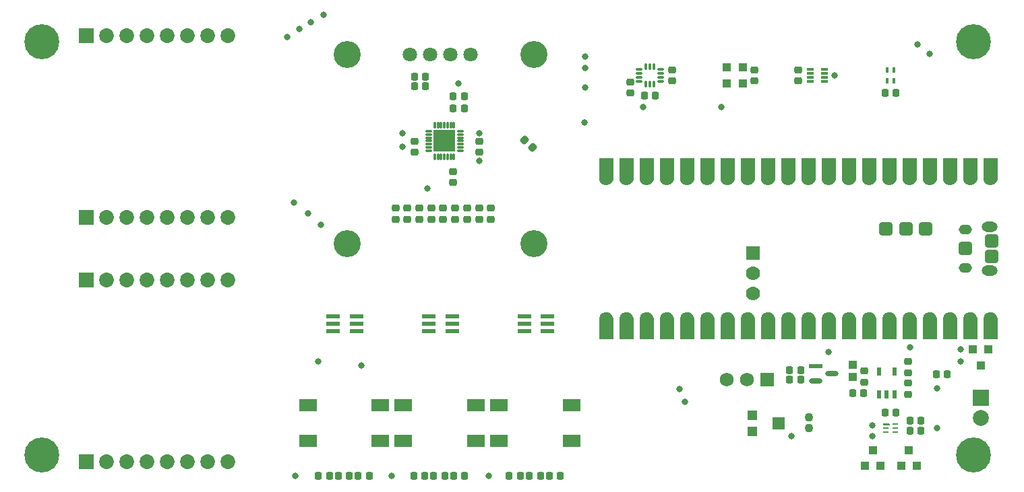
<source format=gts>
G04*
G04 #@! TF.GenerationSoftware,Altium Limited,Altium Designer,25.8.1 (18)*
G04*
G04 Layer_Color=8388736*
%FSLAX44Y44*%
%MOMM*%
G71*
G04*
G04 #@! TF.SameCoordinates,74B96BC4-F20B-47FB-8E9B-22239AF92EBC*
G04*
G04*
G04 #@! TF.FilePolarity,Negative*
G04*
G01*
G75*
%ADD31R,1.6844X0.6268*%
G04:AMPARAMS|DCode=32|XSize=1.6844mm|YSize=0.6268mm|CornerRadius=0.3134mm|HoleSize=0mm|Usage=FLASHONLY|Rotation=0.000|XOffset=0mm|YOffset=0mm|HoleType=Round|Shape=RoundedRectangle|*
%AMROUNDEDRECTD32*
21,1,1.6844,0.0000,0,0,0.0*
21,1,1.0575,0.6268,0,0,0.0*
1,1,0.6268,0.5288,0.0000*
1,1,0.6268,-0.5288,0.0000*
1,1,0.6268,-0.5288,0.0000*
1,1,0.6268,0.5288,0.0000*
%
%ADD32ROUNDEDRECTD32*%
%ADD41R,0.6000X1.1000*%
%ADD43R,1.2000X1.2000*%
%ADD44R,1.5000X1.6000*%
%ADD46R,1.0025X1.0025*%
%ADD47R,0.8200X0.4000*%
%ADD48O,0.3000X0.9500*%
%ADD49C,0.8032*%
%ADD50R,0.4000X0.7000*%
G04:AMPARAMS|DCode=51|XSize=0.9632mm|YSize=0.8636mm|CornerRadius=0.1842mm|HoleSize=0mm|Usage=FLASHONLY|Rotation=0.000|XOffset=0mm|YOffset=0mm|HoleType=Round|Shape=RoundedRectangle|*
%AMROUNDEDRECTD51*
21,1,0.9632,0.4953,0,0,0.0*
21,1,0.5949,0.8636,0,0,0.0*
1,1,0.3683,0.2975,-0.2477*
1,1,0.3683,-0.2975,-0.2477*
1,1,0.3683,-0.2975,0.2477*
1,1,0.3683,0.2975,0.2477*
%
%ADD51ROUNDEDRECTD51*%
G04:AMPARAMS|DCode=52|XSize=0.9632mm|YSize=0.8636mm|CornerRadius=0.1842mm|HoleSize=0mm|Usage=FLASHONLY|Rotation=270.000|XOffset=0mm|YOffset=0mm|HoleType=Round|Shape=RoundedRectangle|*
%AMROUNDEDRECTD52*
21,1,0.9632,0.4953,0,0,270.0*
21,1,0.5949,0.8636,0,0,270.0*
1,1,0.3683,-0.2477,-0.2975*
1,1,0.3683,-0.2477,0.2975*
1,1,0.3683,0.2477,0.2975*
1,1,0.3683,0.2477,-0.2975*
%
%ADD52ROUNDEDRECTD52*%
%ADD53O,0.9500X0.3000*%
G04:AMPARAMS|DCode=54|XSize=0.9632mm|YSize=0.8636mm|CornerRadius=0.1842mm|HoleSize=0mm|Usage=FLASHONLY|Rotation=225.000|XOffset=0mm|YOffset=0mm|HoleType=Round|Shape=RoundedRectangle|*
%AMROUNDEDRECTD54*
21,1,0.9632,0.4953,0,0,225.0*
21,1,0.5949,0.8636,0,0,225.0*
1,1,0.3683,-0.3854,-0.0352*
1,1,0.3683,0.0352,0.3854*
1,1,0.3683,0.3854,0.0352*
1,1,0.3683,-0.0352,-0.3854*
%
%ADD54ROUNDEDRECTD54*%
%ADD55O,0.2900X0.9900*%
%ADD56O,0.9900X0.2900*%
G04:AMPARAMS|DCode=57|XSize=1.7032mm|YSize=1.7032mm|CornerRadius=0.4016mm|HoleSize=0mm|Usage=FLASHONLY|Rotation=270.000|XOffset=0mm|YOffset=0mm|HoleType=Round|Shape=RoundedRectangle|*
%AMROUNDEDRECTD57*
21,1,1.7032,0.9000,0,0,270.0*
21,1,0.9000,1.7032,0,0,270.0*
1,1,0.8032,-0.4500,-0.4500*
1,1,0.8032,-0.4500,0.4500*
1,1,0.8032,0.4500,0.4500*
1,1,0.8032,0.4500,-0.4500*
%
%ADD57ROUNDEDRECTD57*%
%ADD58O,2.0032X1.3032*%
%ADD59O,1.6532X1.2532*%
%ADD60R,1.7780X1.7780*%
%ADD61C,1.7780*%
%ADD62R,2.3032X1.6032*%
%ADD63R,1.7000X0.6000*%
%ADD64R,2.7500X2.7500*%
%ADD65R,1.0032X1.1032*%
%ADD66R,0.7500X0.2800*%
%ADD67C,0.2520*%
%ADD68R,1.0032X1.0032*%
%ADD69C,1.8542*%
%ADD70C,1.8032*%
%ADD71R,1.8542X1.8542*%
%ADD72R,1.7532X1.7532*%
%ADD73C,1.7532*%
%ADD74C,1.1032*%
%ADD75C,2.0032*%
%ADD76R,2.0032X2.0032*%
%ADD77C,4.4000*%
%ADD78C,3.4000*%
G36*
X1239301Y413918D02*
X1239367Y413914D01*
X1239432Y413910D01*
X1239433Y413910D01*
X1239433Y413910D01*
X1239497Y413897D01*
X1239563Y413884D01*
X1239564Y413884D01*
X1239564Y413884D01*
X1239623Y413863D01*
X1239689Y413841D01*
X1239690Y413841D01*
X1239690Y413841D01*
X1239749Y413811D01*
X1239809Y413782D01*
X1239809Y413782D01*
X1239810Y413782D01*
X1239872Y413740D01*
X1239920Y413708D01*
X1239920Y413708D01*
X1239920Y413708D01*
X1239975Y413660D01*
X1240020Y413621D01*
X1240020Y413620D01*
X1240020Y413620D01*
X1240065Y413570D01*
X1240108Y413521D01*
X1240108Y413520D01*
X1240108Y413520D01*
X1240146Y413463D01*
X1240182Y413410D01*
X1240182Y413410D01*
X1240182Y413409D01*
X1240211Y413351D01*
X1240241Y413291D01*
X1240241Y413290D01*
X1240241Y413290D01*
X1240263Y413225D01*
X1240284Y413165D01*
X1240284Y413164D01*
X1240284Y413164D01*
X1240297Y413098D01*
X1240310Y413034D01*
X1240310Y413033D01*
X1240310Y413033D01*
X1240314Y412968D01*
X1240319Y412901D01*
X1240342Y388927D01*
X1240342Y388926D01*
X1240342Y388926D01*
X1240342Y388401D01*
Y388401D01*
D01*
X1240333Y388269D01*
X1240196Y387229D01*
X1240179Y387141D01*
X1240170Y387098D01*
X1239899Y386085D01*
X1239856Y385959D01*
X1239856Y385959D01*
X1239455Y384990D01*
X1239455Y384990D01*
X1239396Y384871D01*
X1238872Y383962D01*
X1238798Y383852D01*
X1238798Y383852D01*
X1238159Y383020D01*
X1238071Y382920D01*
X1238071Y382920D01*
X1238071Y382919D01*
X1237330Y382178D01*
X1237230Y382090D01*
X1236398Y381452D01*
X1236287Y381378D01*
D01*
X1236287Y381378D01*
X1235378Y380854D01*
X1235259Y380795D01*
X1234290Y380393D01*
X1234204Y380364D01*
X1234164Y380351D01*
X1233151Y380079D01*
X1233020Y380053D01*
X1233020D01*
X1231981Y379917D01*
X1231848Y379908D01*
D01*
X1231848D01*
X1231323Y379908D01*
X1230799Y379908D01*
X1230799D01*
D01*
X1230666Y379917D01*
X1229627Y380054D01*
X1229627D01*
X1229496Y380080D01*
X1228483Y380351D01*
X1228357Y380394D01*
X1228357Y380394D01*
X1227388Y380795D01*
X1227388Y380795D01*
X1227349Y380815D01*
X1227269Y380854D01*
X1227268Y380854D01*
X1226360Y381378D01*
X1226250Y381452D01*
X1226250Y381452D01*
X1225418Y382090D01*
X1225318Y382178D01*
X1224576Y382920D01*
Y382920D01*
X1224576D01*
X1224488Y383020D01*
X1223850Y383852D01*
X1223850Y383852D01*
X1223776Y383963D01*
X1223252Y384871D01*
X1223193Y384990D01*
X1222791Y385959D01*
X1222749Y386085D01*
X1222749Y386085D01*
X1222477Y387098D01*
X1222477Y387098D01*
X1222456Y387203D01*
X1222451Y387229D01*
Y387229D01*
X1222315Y388268D01*
X1222314Y388269D01*
X1222307Y388383D01*
X1222306Y388401D01*
Y388401D01*
Y388401D01*
X1222306Y388924D01*
X1222306Y388925D01*
X1222282Y412899D01*
X1222282Y412900D01*
X1222282Y412900D01*
X1222287Y412968D01*
X1222291Y413032D01*
X1222291Y413033D01*
X1222291Y413033D01*
X1222305Y413101D01*
X1222317Y413163D01*
X1222317Y413163D01*
X1222317Y413164D01*
X1222340Y413231D01*
X1222359Y413289D01*
X1222360Y413289D01*
X1222360Y413290D01*
X1222389Y413349D01*
X1222418Y413408D01*
X1222419Y413409D01*
X1222419Y413409D01*
X1222456Y413465D01*
X1222492Y413519D01*
X1222492Y413520D01*
X1222493Y413520D01*
X1222540Y413573D01*
X1222580Y413619D01*
X1222580Y413620D01*
X1222580Y413620D01*
X1222632Y413665D01*
X1222680Y413707D01*
X1222680Y413708D01*
X1222681Y413708D01*
X1222740Y413748D01*
X1222791Y413782D01*
X1222791Y413782D01*
X1222791Y413782D01*
X1222868Y413820D01*
X1222910Y413840D01*
X1222910Y413841D01*
X1222911Y413841D01*
X1222994Y413869D01*
X1223036Y413883D01*
X1223036Y413884D01*
X1223037Y413884D01*
X1223122Y413901D01*
X1223167Y413909D01*
X1223167Y413910D01*
X1223168Y413910D01*
X1223243Y413915D01*
X1223299Y413918D01*
X1223300Y413918D01*
X1223300Y413918D01*
X1239301Y413918D01*
D02*
G37*
G36*
X1213901D02*
X1213967Y413914D01*
X1214032Y413910D01*
X1214033Y413910D01*
X1214033Y413910D01*
X1214097Y413897D01*
X1214163Y413884D01*
X1214164Y413884D01*
X1214164Y413884D01*
X1214223Y413863D01*
X1214289Y413841D01*
X1214290Y413841D01*
X1214290Y413841D01*
X1214349Y413811D01*
X1214409Y413782D01*
X1214409Y413782D01*
X1214410Y413782D01*
X1214472Y413740D01*
X1214520Y413708D01*
X1214520Y413708D01*
X1214520Y413708D01*
X1214575Y413660D01*
X1214620Y413621D01*
X1214620Y413620D01*
X1214620Y413620D01*
X1214665Y413570D01*
X1214708Y413521D01*
X1214708Y413520D01*
X1214708Y413520D01*
X1214746Y413463D01*
X1214782Y413410D01*
X1214782Y413410D01*
X1214782Y413409D01*
X1214811Y413351D01*
X1214841Y413291D01*
X1214841Y413290D01*
X1214841Y413290D01*
X1214863Y413225D01*
X1214884Y413165D01*
X1214884Y413164D01*
X1214884Y413164D01*
X1214897Y413098D01*
X1214910Y413034D01*
X1214910Y413033D01*
X1214910Y413033D01*
X1214914Y412968D01*
X1214919Y412901D01*
X1214942Y388927D01*
X1214942Y388926D01*
X1214942Y388926D01*
X1214942Y388401D01*
Y388401D01*
D01*
X1214933Y388269D01*
X1214796Y387229D01*
X1214779Y387141D01*
X1214770Y387098D01*
X1214499Y386085D01*
X1214456Y385959D01*
X1214456Y385959D01*
X1214055Y384990D01*
X1214055Y384990D01*
X1213996Y384871D01*
X1213472Y383962D01*
X1213398Y383852D01*
X1213398Y383852D01*
X1212759Y383020D01*
X1212671Y382920D01*
X1212671Y382920D01*
X1212671Y382919D01*
X1211930Y382178D01*
X1211830Y382090D01*
X1210998Y381452D01*
X1210887Y381378D01*
D01*
X1210887Y381378D01*
X1209978Y380854D01*
X1209859Y380795D01*
X1208890Y380393D01*
X1208804Y380364D01*
X1208764Y380351D01*
X1207751Y380079D01*
X1207620Y380053D01*
X1207620D01*
X1206581Y379917D01*
X1206448Y379908D01*
D01*
X1206448D01*
X1205923Y379908D01*
X1205399Y379908D01*
X1205399D01*
D01*
X1205266Y379917D01*
X1204227Y380054D01*
X1204227D01*
X1204096Y380080D01*
X1203083Y380351D01*
X1202957Y380394D01*
X1202957Y380394D01*
X1201988Y380795D01*
X1201988Y380795D01*
X1201949Y380815D01*
X1201869Y380854D01*
X1201868Y380854D01*
X1200960Y381378D01*
X1200850Y381452D01*
X1200850Y381452D01*
X1200018Y382090D01*
X1199918Y382178D01*
X1199176Y382920D01*
Y382920D01*
X1199176D01*
X1199088Y383020D01*
X1198450Y383852D01*
X1198450Y383852D01*
X1198376Y383963D01*
X1197852Y384871D01*
X1197793Y384990D01*
X1197391Y385959D01*
X1197349Y386085D01*
X1197349Y386085D01*
X1197077Y387098D01*
X1197077Y387098D01*
X1197056Y387203D01*
X1197051Y387229D01*
Y387229D01*
X1196915Y388268D01*
X1196914Y388269D01*
X1196907Y388383D01*
X1196906Y388401D01*
Y388401D01*
Y388401D01*
X1196906Y388924D01*
X1196906Y388925D01*
X1196882Y412899D01*
X1196882Y412900D01*
X1196882Y412900D01*
X1196887Y412968D01*
X1196891Y413032D01*
X1196891Y413033D01*
X1196891Y413033D01*
X1196905Y413101D01*
X1196917Y413163D01*
X1196917Y413163D01*
X1196917Y413164D01*
X1196940Y413231D01*
X1196959Y413289D01*
X1196960Y413289D01*
X1196960Y413290D01*
X1196989Y413349D01*
X1197018Y413408D01*
X1197019Y413409D01*
X1197019Y413409D01*
X1197056Y413465D01*
X1197092Y413519D01*
X1197092Y413520D01*
X1197093Y413520D01*
X1197140Y413573D01*
X1197180Y413619D01*
X1197180Y413620D01*
X1197180Y413620D01*
X1197232Y413665D01*
X1197280Y413707D01*
X1197280Y413708D01*
X1197281Y413708D01*
X1197340Y413748D01*
X1197391Y413782D01*
X1197391Y413782D01*
X1197391Y413782D01*
X1197468Y413820D01*
X1197510Y413840D01*
X1197510Y413841D01*
X1197511Y413841D01*
X1197594Y413869D01*
X1197636Y413883D01*
X1197636Y413884D01*
X1197637Y413884D01*
X1197722Y413901D01*
X1197767Y413909D01*
X1197767Y413910D01*
X1197768Y413910D01*
X1197843Y413915D01*
X1197899Y413918D01*
X1197900Y413918D01*
X1197900Y413918D01*
X1213901Y413918D01*
D02*
G37*
G36*
X1188501D02*
X1188567Y413914D01*
X1188632Y413910D01*
X1188633Y413910D01*
X1188633Y413910D01*
X1188697Y413897D01*
X1188763Y413884D01*
X1188764Y413884D01*
X1188764Y413884D01*
X1188823Y413863D01*
X1188889Y413841D01*
X1188890Y413841D01*
X1188890Y413841D01*
X1188949Y413811D01*
X1189009Y413782D01*
X1189009Y413782D01*
X1189010Y413782D01*
X1189072Y413740D01*
X1189119Y413708D01*
X1189120Y413708D01*
X1189120Y413708D01*
X1189175Y413660D01*
X1189220Y413621D01*
X1189220Y413620D01*
X1189220Y413620D01*
X1189265Y413570D01*
X1189308Y413521D01*
X1189308Y413520D01*
X1189308Y413520D01*
X1189346Y413463D01*
X1189382Y413410D01*
X1189382Y413410D01*
X1189382Y413409D01*
X1189411Y413351D01*
X1189441Y413291D01*
X1189441Y413290D01*
X1189441Y413290D01*
X1189463Y413225D01*
X1189484Y413165D01*
X1189484Y413164D01*
X1189484Y413164D01*
X1189497Y413098D01*
X1189510Y413034D01*
X1189510Y413033D01*
X1189510Y413033D01*
X1189514Y412968D01*
X1189519Y412901D01*
X1189542Y388927D01*
X1189542Y388926D01*
X1189542Y388926D01*
X1189542Y388401D01*
Y388401D01*
D01*
X1189533Y388269D01*
X1189396Y387229D01*
X1189379Y387141D01*
X1189370Y387098D01*
X1189099Y386085D01*
X1189056Y385959D01*
X1189056Y385959D01*
X1188655Y384990D01*
X1188655Y384990D01*
X1188596Y384871D01*
X1188072Y383962D01*
X1187998Y383852D01*
X1187998Y383852D01*
X1187359Y383020D01*
X1187271Y382920D01*
X1187271Y382920D01*
X1187271Y382919D01*
X1186530Y382178D01*
X1186430Y382090D01*
X1185598Y381452D01*
X1185487Y381378D01*
D01*
X1185487Y381378D01*
X1184578Y380854D01*
X1184459Y380795D01*
X1183490Y380393D01*
X1183404Y380364D01*
X1183364Y380351D01*
X1182351Y380079D01*
X1182220Y380053D01*
X1182220D01*
X1181180Y379917D01*
X1181048Y379908D01*
D01*
X1181048D01*
X1180523Y379908D01*
X1179999Y379908D01*
X1179999D01*
D01*
X1179866Y379917D01*
X1178827Y380054D01*
X1178827D01*
X1178696Y380080D01*
X1177683Y380351D01*
X1177557Y380394D01*
X1177557Y380394D01*
X1176588Y380795D01*
X1176588Y380795D01*
X1176549Y380815D01*
X1176469Y380854D01*
X1176468Y380854D01*
X1175561Y381378D01*
X1175450Y381452D01*
X1175450Y381452D01*
X1174618Y382090D01*
X1174518Y382178D01*
X1173776Y382920D01*
Y382920D01*
X1173776D01*
X1173688Y383020D01*
X1173050Y383852D01*
X1173050Y383852D01*
X1172976Y383963D01*
X1172452Y384871D01*
X1172393Y384990D01*
X1171991Y385959D01*
X1171949Y386085D01*
X1171949Y386085D01*
X1171677Y387098D01*
X1171677Y387098D01*
X1171656Y387203D01*
X1171651Y387229D01*
Y387229D01*
X1171515Y388268D01*
X1171514Y388269D01*
X1171507Y388383D01*
X1171506Y388401D01*
Y388401D01*
Y388401D01*
X1171506Y388924D01*
X1171506Y388925D01*
X1171482Y412899D01*
X1171482Y412900D01*
X1171482Y412900D01*
X1171487Y412968D01*
X1171491Y413032D01*
X1171491Y413033D01*
X1171491Y413033D01*
X1171505Y413101D01*
X1171517Y413163D01*
X1171517Y413163D01*
X1171517Y413164D01*
X1171540Y413231D01*
X1171559Y413289D01*
X1171560Y413289D01*
X1171560Y413290D01*
X1171589Y413349D01*
X1171618Y413408D01*
X1171618Y413409D01*
X1171619Y413409D01*
X1171656Y413465D01*
X1171692Y413519D01*
X1171692Y413520D01*
X1171693Y413520D01*
X1171740Y413573D01*
X1171780Y413619D01*
X1171780Y413620D01*
X1171780Y413620D01*
X1171832Y413665D01*
X1171880Y413707D01*
X1171880Y413708D01*
X1171881Y413708D01*
X1171940Y413748D01*
X1171991Y413782D01*
X1171991Y413782D01*
X1171991Y413782D01*
X1172068Y413820D01*
X1172110Y413840D01*
X1172110Y413841D01*
X1172111Y413841D01*
X1172194Y413869D01*
X1172236Y413883D01*
X1172236Y413884D01*
X1172237Y413884D01*
X1172322Y413901D01*
X1172367Y413909D01*
X1172367Y413910D01*
X1172368Y413910D01*
X1172443Y413915D01*
X1172499Y413918D01*
X1172500Y413918D01*
X1172500Y413918D01*
X1188501Y413918D01*
D02*
G37*
G36*
X1163101D02*
X1163167Y413914D01*
X1163232Y413910D01*
X1163233Y413910D01*
X1163233Y413910D01*
X1163297Y413897D01*
X1163363Y413884D01*
X1163363Y413884D01*
X1163364Y413884D01*
X1163423Y413863D01*
X1163489Y413841D01*
X1163490Y413841D01*
X1163490Y413841D01*
X1163549Y413811D01*
X1163609Y413782D01*
X1163609Y413782D01*
X1163610Y413782D01*
X1163672Y413740D01*
X1163719Y413708D01*
X1163720Y413708D01*
X1163720Y413708D01*
X1163775Y413660D01*
X1163820Y413621D01*
X1163820Y413620D01*
X1163820Y413620D01*
X1163865Y413570D01*
X1163908Y413521D01*
X1163908Y413520D01*
X1163908Y413520D01*
X1163946Y413463D01*
X1163982Y413410D01*
X1163982Y413410D01*
X1163982Y413409D01*
X1164011Y413351D01*
X1164041Y413291D01*
X1164041Y413290D01*
X1164041Y413290D01*
X1164063Y413225D01*
X1164084Y413165D01*
X1164084Y413164D01*
X1164084Y413164D01*
X1164097Y413098D01*
X1164110Y413034D01*
X1164110Y413033D01*
X1164110Y413033D01*
X1164114Y412968D01*
X1164119Y412901D01*
X1164142Y388927D01*
X1164142Y388926D01*
X1164142Y388926D01*
X1164142Y388401D01*
Y388401D01*
D01*
X1164133Y388269D01*
X1163996Y387229D01*
X1163979Y387141D01*
X1163970Y387098D01*
X1163699Y386085D01*
X1163656Y385959D01*
X1163656Y385959D01*
X1163255Y384990D01*
X1163255Y384990D01*
X1163196Y384871D01*
X1162672Y383962D01*
X1162598Y383852D01*
X1162598Y383852D01*
X1161959Y383020D01*
X1161871Y382920D01*
X1161871Y382920D01*
X1161871Y382919D01*
X1161130Y382178D01*
X1161030Y382090D01*
X1160198Y381452D01*
X1160087Y381378D01*
D01*
X1160087Y381378D01*
X1159178Y380854D01*
X1159059Y380795D01*
X1158090Y380393D01*
X1158005Y380364D01*
X1157964Y380351D01*
X1156951Y380079D01*
X1156820Y380053D01*
X1156820D01*
X1155780Y379917D01*
X1155648Y379908D01*
D01*
X1155648D01*
X1155123Y379908D01*
X1154599Y379908D01*
X1154599D01*
D01*
X1154466Y379917D01*
X1153427Y380054D01*
X1153427D01*
X1153296Y380080D01*
X1152283Y380351D01*
X1152157Y380394D01*
X1152157Y380394D01*
X1151188Y380795D01*
X1151188Y380795D01*
X1151149Y380815D01*
X1151069Y380854D01*
X1151068Y380854D01*
X1150161Y381378D01*
X1150050Y381452D01*
X1150050Y381452D01*
X1149218Y382090D01*
X1149118Y382178D01*
X1148376Y382920D01*
Y382920D01*
X1148376D01*
X1148288Y383020D01*
X1147650Y383852D01*
X1147650Y383852D01*
X1147576Y383963D01*
X1147052Y384871D01*
X1146993Y384990D01*
X1146591Y385959D01*
X1146549Y386085D01*
X1146549Y386085D01*
X1146277Y387098D01*
X1146277Y387098D01*
X1146256Y387203D01*
X1146251Y387229D01*
Y387229D01*
X1146115Y388268D01*
X1146114Y388269D01*
X1146107Y388383D01*
X1146106Y388401D01*
Y388401D01*
Y388401D01*
X1146106Y388924D01*
X1146106Y388925D01*
X1146082Y412899D01*
X1146082Y412900D01*
X1146082Y412900D01*
X1146087Y412968D01*
X1146091Y413032D01*
X1146091Y413033D01*
X1146091Y413033D01*
X1146105Y413101D01*
X1146117Y413163D01*
X1146117Y413163D01*
X1146117Y413164D01*
X1146140Y413231D01*
X1146159Y413289D01*
X1146160Y413289D01*
X1146160Y413290D01*
X1146189Y413349D01*
X1146218Y413408D01*
X1146218Y413409D01*
X1146219Y413409D01*
X1146256Y413465D01*
X1146292Y413519D01*
X1146292Y413520D01*
X1146293Y413520D01*
X1146339Y413573D01*
X1146380Y413619D01*
X1146380Y413620D01*
X1146380Y413620D01*
X1146432Y413665D01*
X1146480Y413707D01*
X1146480Y413708D01*
X1146481Y413708D01*
X1146540Y413748D01*
X1146590Y413782D01*
X1146591Y413782D01*
X1146591Y413782D01*
X1146668Y413820D01*
X1146710Y413840D01*
X1146710Y413841D01*
X1146711Y413841D01*
X1146794Y413869D01*
X1146836Y413883D01*
X1146836Y413884D01*
X1146837Y413884D01*
X1146922Y413901D01*
X1146967Y413909D01*
X1146967Y413910D01*
X1146968Y413910D01*
X1147043Y413915D01*
X1147100Y413918D01*
X1147100Y413918D01*
X1147100Y413918D01*
X1163101Y413918D01*
D02*
G37*
G36*
X1137701D02*
X1137767Y413914D01*
X1137832Y413910D01*
X1137833Y413910D01*
X1137833Y413910D01*
X1137897Y413897D01*
X1137963Y413884D01*
X1137963Y413884D01*
X1137964Y413884D01*
X1138024Y413863D01*
X1138089Y413841D01*
X1138090Y413841D01*
X1138090Y413841D01*
X1138149Y413811D01*
X1138209Y413782D01*
X1138209Y413782D01*
X1138210Y413782D01*
X1138272Y413740D01*
X1138319Y413708D01*
X1138320Y413708D01*
X1138320Y413708D01*
X1138375Y413660D01*
X1138420Y413621D01*
X1138420Y413620D01*
X1138420Y413620D01*
X1138465Y413570D01*
X1138508Y413521D01*
X1138508Y413520D01*
X1138508Y413520D01*
X1138546Y413463D01*
X1138582Y413410D01*
X1138582Y413410D01*
X1138582Y413409D01*
X1138611Y413351D01*
X1138641Y413291D01*
X1138641Y413290D01*
X1138641Y413290D01*
X1138663Y413225D01*
X1138684Y413165D01*
X1138684Y413164D01*
X1138684Y413164D01*
X1138697Y413098D01*
X1138710Y413034D01*
X1138710Y413033D01*
X1138710Y413033D01*
X1138714Y412968D01*
X1138719Y412901D01*
X1138742Y388927D01*
X1138742Y388926D01*
X1138742Y388926D01*
X1138742Y388401D01*
Y388401D01*
D01*
X1138733Y388269D01*
X1138596Y387229D01*
X1138579Y387141D01*
X1138570Y387098D01*
X1138299Y386085D01*
X1138256Y385959D01*
X1138256Y385959D01*
X1137855Y384990D01*
X1137855Y384990D01*
X1137796Y384871D01*
X1137272Y383962D01*
X1137198Y383852D01*
X1137198Y383852D01*
X1136559Y383020D01*
X1136471Y382920D01*
X1136471Y382920D01*
X1136471Y382919D01*
X1135730Y382178D01*
X1135630Y382090D01*
X1134798Y381452D01*
X1134687Y381378D01*
D01*
X1134687Y381378D01*
X1133779Y380854D01*
X1133659Y380795D01*
X1132690Y380393D01*
X1132605Y380364D01*
X1132564Y380351D01*
X1131551Y380079D01*
X1131420Y380053D01*
X1131420D01*
X1130380Y379917D01*
X1130248Y379908D01*
D01*
X1130248D01*
X1129723Y379908D01*
X1129199Y379908D01*
X1129199D01*
D01*
X1129066Y379917D01*
X1128027Y380054D01*
X1128027D01*
X1127896Y380080D01*
X1126883Y380351D01*
X1126757Y380394D01*
X1126757Y380394D01*
X1125788Y380795D01*
X1125788Y380795D01*
X1125749Y380815D01*
X1125669Y380854D01*
X1125668Y380854D01*
X1124761Y381378D01*
X1124650Y381452D01*
X1124650Y381452D01*
X1123818Y382090D01*
X1123718Y382178D01*
X1122976Y382920D01*
Y382920D01*
X1122976D01*
X1122888Y383020D01*
X1122250Y383852D01*
X1122250Y383852D01*
X1122176Y383963D01*
X1121652Y384871D01*
X1121593Y384990D01*
X1121191Y385959D01*
X1121149Y386085D01*
X1121149Y386085D01*
X1120877Y387098D01*
X1120877Y387098D01*
X1120856Y387203D01*
X1120851Y387229D01*
Y387229D01*
X1120714Y388268D01*
X1120714Y388269D01*
X1120707Y388383D01*
X1120706Y388401D01*
Y388401D01*
Y388401D01*
X1120706Y388924D01*
X1120706Y388925D01*
X1120682Y412899D01*
X1120682Y412900D01*
X1120682Y412900D01*
X1120687Y412968D01*
X1120691Y413032D01*
X1120691Y413033D01*
X1120691Y413033D01*
X1120705Y413101D01*
X1120717Y413163D01*
X1120717Y413163D01*
X1120717Y413164D01*
X1120740Y413231D01*
X1120759Y413289D01*
X1120760Y413289D01*
X1120760Y413290D01*
X1120789Y413349D01*
X1120818Y413408D01*
X1120818Y413409D01*
X1120819Y413409D01*
X1120856Y413465D01*
X1120892Y413519D01*
X1120892Y413520D01*
X1120893Y413520D01*
X1120939Y413573D01*
X1120980Y413619D01*
X1120980Y413620D01*
X1120981Y413620D01*
X1121032Y413665D01*
X1121080Y413707D01*
X1121080Y413708D01*
X1121081Y413708D01*
X1121140Y413748D01*
X1121190Y413782D01*
X1121191Y413782D01*
X1121191Y413782D01*
X1121268Y413820D01*
X1121310Y413840D01*
X1121310Y413841D01*
X1121311Y413841D01*
X1121394Y413869D01*
X1121436Y413883D01*
X1121436Y413884D01*
X1121437Y413884D01*
X1121522Y413901D01*
X1121567Y413909D01*
X1121567Y413910D01*
X1121568Y413910D01*
X1121643Y413915D01*
X1121700Y413918D01*
X1121700Y413918D01*
X1121700Y413918D01*
X1137701Y413918D01*
D02*
G37*
G36*
X1112300D02*
X1112367Y413914D01*
X1112432Y413910D01*
X1112433Y413910D01*
X1112433Y413910D01*
X1112497Y413897D01*
X1112563Y413884D01*
X1112563Y413884D01*
X1112564Y413884D01*
X1112624Y413863D01*
X1112689Y413841D01*
X1112690Y413841D01*
X1112690Y413841D01*
X1112749Y413811D01*
X1112809Y413782D01*
X1112809Y413782D01*
X1112810Y413782D01*
X1112872Y413740D01*
X1112919Y413708D01*
X1112920Y413708D01*
X1112920Y413708D01*
X1112975Y413660D01*
X1113020Y413621D01*
X1113020Y413620D01*
X1113020Y413620D01*
X1113065Y413570D01*
X1113108Y413521D01*
X1113108Y413520D01*
X1113108Y413520D01*
X1113146Y413463D01*
X1113182Y413410D01*
X1113182Y413410D01*
X1113182Y413409D01*
X1113211Y413351D01*
X1113241Y413291D01*
X1113241Y413290D01*
X1113241Y413290D01*
X1113263Y413225D01*
X1113284Y413165D01*
X1113284Y413164D01*
X1113284Y413164D01*
X1113297Y413098D01*
X1113310Y413034D01*
X1113310Y413033D01*
X1113310Y413033D01*
X1113314Y412968D01*
X1113319Y412901D01*
X1113342Y388927D01*
X1113342Y388926D01*
X1113342Y388926D01*
X1113342Y388401D01*
Y388401D01*
D01*
X1113333Y388269D01*
X1113196Y387229D01*
X1113179Y387141D01*
X1113170Y387098D01*
X1112899Y386085D01*
X1112856Y385959D01*
X1112856Y385959D01*
X1112455Y384990D01*
X1112455Y384990D01*
X1112396Y384871D01*
X1111872Y383962D01*
X1111798Y383852D01*
X1111798Y383852D01*
X1111159Y383020D01*
X1111071Y382920D01*
X1111071Y382920D01*
X1111071Y382919D01*
X1110330Y382178D01*
X1110230Y382090D01*
X1109398Y381452D01*
X1109287Y381378D01*
D01*
X1109287Y381378D01*
X1108379Y380854D01*
X1108259Y380795D01*
X1107290Y380393D01*
X1107205Y380364D01*
X1107164Y380351D01*
X1106151Y380079D01*
X1106020Y380053D01*
X1106020D01*
X1104980Y379917D01*
X1104848Y379908D01*
D01*
X1104848D01*
X1104323Y379908D01*
X1103799Y379908D01*
X1103799D01*
D01*
X1103666Y379917D01*
X1102627Y380054D01*
X1102627D01*
X1102496Y380080D01*
X1101483Y380351D01*
X1101357Y380394D01*
X1101357Y380394D01*
X1100388Y380795D01*
X1100388Y380795D01*
X1100349Y380815D01*
X1100269Y380854D01*
X1100268Y380854D01*
X1099361Y381378D01*
X1099250Y381452D01*
X1099250Y381452D01*
X1098418Y382090D01*
X1098318Y382178D01*
X1097576Y382920D01*
Y382920D01*
X1097576D01*
X1097488Y383020D01*
X1096850Y383852D01*
X1096850Y383852D01*
X1096776Y383963D01*
X1096252Y384871D01*
X1096193Y384990D01*
X1095791Y385959D01*
X1095749Y386085D01*
X1095749Y386085D01*
X1095477Y387098D01*
X1095477Y387098D01*
X1095456Y387203D01*
X1095451Y387229D01*
Y387229D01*
X1095314Y388268D01*
X1095314Y388269D01*
X1095307Y388383D01*
X1095306Y388401D01*
Y388401D01*
Y388401D01*
X1095306Y388924D01*
X1095306Y388925D01*
X1095282Y412899D01*
X1095282Y412900D01*
X1095282Y412900D01*
X1095287Y412968D01*
X1095291Y413032D01*
X1095291Y413033D01*
X1095291Y413033D01*
X1095305Y413101D01*
X1095317Y413163D01*
X1095317Y413163D01*
X1095317Y413164D01*
X1095340Y413231D01*
X1095359Y413289D01*
X1095360Y413289D01*
X1095360Y413290D01*
X1095389Y413349D01*
X1095418Y413408D01*
X1095418Y413409D01*
X1095419Y413409D01*
X1095456Y413465D01*
X1095492Y413519D01*
X1095492Y413520D01*
X1095493Y413520D01*
X1095539Y413573D01*
X1095580Y413619D01*
X1095580Y413620D01*
X1095581Y413620D01*
X1095632Y413665D01*
X1095680Y413707D01*
X1095680Y413708D01*
X1095681Y413708D01*
X1095740Y413748D01*
X1095790Y413782D01*
X1095791Y413782D01*
X1095791Y413782D01*
X1095868Y413820D01*
X1095910Y413840D01*
X1095910Y413841D01*
X1095911Y413841D01*
X1095994Y413869D01*
X1096036Y413883D01*
X1096036Y413884D01*
X1096037Y413884D01*
X1096122Y413901D01*
X1096167Y413909D01*
X1096167Y413910D01*
X1096168Y413910D01*
X1096243Y413915D01*
X1096300Y413918D01*
X1096300Y413918D01*
X1096300Y413918D01*
X1112300Y413918D01*
D02*
G37*
G36*
X1086900D02*
X1086967Y413914D01*
X1087032Y413910D01*
X1087033Y413910D01*
X1087033Y413910D01*
X1087097Y413897D01*
X1087163Y413884D01*
X1087163Y413884D01*
X1087164Y413884D01*
X1087224Y413863D01*
X1087289Y413841D01*
X1087290Y413841D01*
X1087290Y413841D01*
X1087349Y413811D01*
X1087409Y413782D01*
X1087409Y413782D01*
X1087410Y413782D01*
X1087472Y413740D01*
X1087520Y413708D01*
X1087520Y413708D01*
X1087520Y413708D01*
X1087575Y413660D01*
X1087620Y413621D01*
X1087620Y413620D01*
X1087620Y413620D01*
X1087665Y413570D01*
X1087708Y413521D01*
X1087708Y413520D01*
X1087708Y413520D01*
X1087746Y413463D01*
X1087782Y413410D01*
X1087782Y413410D01*
X1087782Y413409D01*
X1087811Y413351D01*
X1087841Y413291D01*
X1087841Y413290D01*
X1087841Y413290D01*
X1087863Y413225D01*
X1087884Y413165D01*
X1087884Y413164D01*
X1087884Y413164D01*
X1087897Y413098D01*
X1087910Y413034D01*
X1087910Y413033D01*
X1087910Y413033D01*
X1087914Y412968D01*
X1087919Y412901D01*
X1087942Y388927D01*
X1087942Y388926D01*
X1087942Y388926D01*
X1087942Y388401D01*
Y388401D01*
D01*
X1087933Y388269D01*
X1087796Y387229D01*
X1087779Y387141D01*
X1087770Y387098D01*
X1087499Y386085D01*
X1087456Y385959D01*
X1087456Y385959D01*
X1087055Y384990D01*
X1087055Y384990D01*
X1086996Y384871D01*
X1086472Y383962D01*
X1086398Y383852D01*
X1086398Y383852D01*
X1085759Y383020D01*
X1085671Y382920D01*
X1085671Y382920D01*
X1085671Y382919D01*
X1084930Y382178D01*
X1084830Y382090D01*
X1083998Y381452D01*
X1083887Y381378D01*
D01*
X1083887Y381378D01*
X1082979Y380854D01*
X1082859Y380795D01*
X1081890Y380393D01*
X1081805Y380364D01*
X1081764Y380351D01*
X1080751Y380079D01*
X1080620Y380053D01*
X1080620D01*
X1079581Y379917D01*
X1079448Y379908D01*
D01*
X1079448D01*
X1078923Y379908D01*
X1078399Y379908D01*
X1078399D01*
D01*
X1078266Y379917D01*
X1077227Y380054D01*
X1077227D01*
X1077096Y380080D01*
X1076083Y380351D01*
X1075957Y380394D01*
X1075957Y380394D01*
X1074988Y380795D01*
X1074988Y380795D01*
X1074949Y380815D01*
X1074869Y380854D01*
X1074868Y380854D01*
X1073960Y381378D01*
X1073850Y381452D01*
X1073850Y381452D01*
X1073018Y382090D01*
X1072918Y382178D01*
X1072176Y382920D01*
Y382920D01*
X1072176D01*
X1072088Y383020D01*
X1071450Y383852D01*
X1071450Y383852D01*
X1071376Y383963D01*
X1070852Y384871D01*
X1070793Y384990D01*
X1070391Y385959D01*
X1070349Y386085D01*
X1070349Y386085D01*
X1070077Y387098D01*
X1070077Y387098D01*
X1070056Y387203D01*
X1070051Y387229D01*
Y387229D01*
X1069914Y388268D01*
X1069914Y388269D01*
X1069907Y388383D01*
X1069906Y388401D01*
Y388401D01*
Y388401D01*
X1069906Y388924D01*
X1069906Y388925D01*
X1069882Y412899D01*
X1069882Y412900D01*
X1069882Y412900D01*
X1069887Y412968D01*
X1069891Y413032D01*
X1069891Y413033D01*
X1069891Y413033D01*
X1069905Y413101D01*
X1069917Y413163D01*
X1069917Y413163D01*
X1069917Y413164D01*
X1069940Y413231D01*
X1069959Y413289D01*
X1069960Y413289D01*
X1069960Y413290D01*
X1069989Y413349D01*
X1070018Y413408D01*
X1070018Y413409D01*
X1070019Y413409D01*
X1070056Y413465D01*
X1070092Y413519D01*
X1070092Y413520D01*
X1070093Y413520D01*
X1070139Y413573D01*
X1070180Y413619D01*
X1070180Y413620D01*
X1070181Y413620D01*
X1070232Y413665D01*
X1070280Y413707D01*
X1070280Y413708D01*
X1070281Y413708D01*
X1070340Y413748D01*
X1070390Y413782D01*
X1070391Y413782D01*
X1070391Y413782D01*
X1070468Y413820D01*
X1070510Y413840D01*
X1070510Y413841D01*
X1070511Y413841D01*
X1070594Y413869D01*
X1070636Y413883D01*
X1070636Y413884D01*
X1070637Y413884D01*
X1070722Y413901D01*
X1070767Y413909D01*
X1070767Y413910D01*
X1070768Y413910D01*
X1070843Y413915D01*
X1070900Y413918D01*
X1070900Y413918D01*
X1070900Y413918D01*
X1086900Y413918D01*
D02*
G37*
G36*
X1061500D02*
X1061567Y413914D01*
X1061632Y413910D01*
X1061633Y413910D01*
X1061633Y413910D01*
X1061697Y413897D01*
X1061763Y413884D01*
X1061764Y413884D01*
X1061764Y413884D01*
X1061824Y413863D01*
X1061889Y413841D01*
X1061890Y413841D01*
X1061890Y413841D01*
X1061949Y413811D01*
X1062009Y413782D01*
X1062009Y413782D01*
X1062010Y413782D01*
X1062072Y413740D01*
X1062120Y413708D01*
X1062120Y413708D01*
X1062120Y413708D01*
X1062175Y413660D01*
X1062220Y413621D01*
X1062220Y413620D01*
X1062220Y413620D01*
X1062265Y413570D01*
X1062308Y413521D01*
X1062308Y413520D01*
X1062308Y413520D01*
X1062346Y413463D01*
X1062382Y413410D01*
X1062382Y413410D01*
X1062382Y413409D01*
X1062411Y413351D01*
X1062441Y413291D01*
X1062441Y413290D01*
X1062441Y413290D01*
X1062463Y413225D01*
X1062484Y413165D01*
X1062484Y413164D01*
X1062484Y413164D01*
X1062497Y413098D01*
X1062510Y413034D01*
X1062510Y413033D01*
X1062510Y413033D01*
X1062514Y412968D01*
X1062519Y412901D01*
X1062542Y388927D01*
X1062542Y388926D01*
X1062542Y388926D01*
X1062542Y388401D01*
Y388401D01*
D01*
X1062533Y388269D01*
X1062396Y387229D01*
X1062379Y387141D01*
X1062370Y387098D01*
X1062099Y386085D01*
X1062056Y385959D01*
X1062056Y385959D01*
X1061655Y384990D01*
X1061655Y384990D01*
X1061596Y384871D01*
X1061072Y383962D01*
X1060998Y383852D01*
X1060998Y383852D01*
X1060359Y383020D01*
X1060271Y382920D01*
X1060271Y382920D01*
X1060271Y382919D01*
X1059530Y382178D01*
X1059430Y382090D01*
X1058598Y381452D01*
X1058487Y381378D01*
D01*
X1058487Y381378D01*
X1057579Y380854D01*
X1057459Y380795D01*
X1056490Y380393D01*
X1056404Y380364D01*
X1056364Y380351D01*
X1055351Y380079D01*
X1055220Y380053D01*
X1055220D01*
X1054181Y379917D01*
X1054048Y379908D01*
D01*
X1054048D01*
X1053523Y379908D01*
X1052999Y379908D01*
X1052999D01*
D01*
X1052866Y379917D01*
X1051827Y380054D01*
X1051827D01*
X1051696Y380080D01*
X1050683Y380351D01*
X1050557Y380394D01*
X1050557Y380394D01*
X1049588Y380795D01*
X1049588Y380795D01*
X1049549Y380815D01*
X1049469Y380854D01*
X1049468Y380854D01*
X1048560Y381378D01*
X1048450Y381452D01*
X1048450Y381452D01*
X1047618Y382090D01*
X1047518Y382178D01*
X1046776Y382920D01*
Y382920D01*
X1046776D01*
X1046688Y383020D01*
X1046050Y383852D01*
X1046050Y383852D01*
X1045976Y383963D01*
X1045452Y384871D01*
X1045393Y384990D01*
X1044991Y385959D01*
X1044949Y386085D01*
X1044949Y386085D01*
X1044677Y387098D01*
X1044677Y387098D01*
X1044656Y387203D01*
X1044651Y387229D01*
Y387229D01*
X1044514Y388268D01*
X1044514Y388269D01*
X1044507Y388383D01*
X1044506Y388401D01*
Y388401D01*
Y388401D01*
X1044506Y388924D01*
X1044506Y388925D01*
X1044482Y412899D01*
X1044482Y412900D01*
X1044482Y412900D01*
X1044487Y412968D01*
X1044491Y413032D01*
X1044491Y413033D01*
X1044491Y413033D01*
X1044505Y413101D01*
X1044517Y413163D01*
X1044517Y413163D01*
X1044517Y413164D01*
X1044540Y413231D01*
X1044559Y413289D01*
X1044560Y413289D01*
X1044560Y413290D01*
X1044589Y413349D01*
X1044618Y413408D01*
X1044619Y413409D01*
X1044619Y413409D01*
X1044656Y413465D01*
X1044692Y413519D01*
X1044692Y413520D01*
X1044693Y413520D01*
X1044740Y413573D01*
X1044780Y413619D01*
X1044780Y413620D01*
X1044781Y413620D01*
X1044832Y413665D01*
X1044880Y413707D01*
X1044880Y413708D01*
X1044881Y413708D01*
X1044940Y413748D01*
X1044990Y413782D01*
X1044991Y413782D01*
X1044991Y413782D01*
X1045068Y413820D01*
X1045110Y413840D01*
X1045110Y413841D01*
X1045111Y413841D01*
X1045194Y413869D01*
X1045236Y413883D01*
X1045236Y413884D01*
X1045237Y413884D01*
X1045322Y413901D01*
X1045367Y413909D01*
X1045367Y413910D01*
X1045368Y413910D01*
X1045443Y413915D01*
X1045499Y413918D01*
X1045500Y413918D01*
X1045500Y413918D01*
X1061500Y413918D01*
D02*
G37*
G36*
X1036100D02*
X1036167Y413914D01*
X1036232Y413910D01*
X1036233Y413910D01*
X1036233Y413910D01*
X1036297Y413897D01*
X1036363Y413884D01*
X1036364Y413884D01*
X1036364Y413884D01*
X1036423Y413863D01*
X1036489Y413841D01*
X1036490Y413841D01*
X1036490Y413841D01*
X1036549Y413811D01*
X1036609Y413782D01*
X1036609Y413782D01*
X1036610Y413782D01*
X1036672Y413740D01*
X1036720Y413708D01*
X1036720Y413708D01*
X1036720Y413708D01*
X1036775Y413660D01*
X1036820Y413621D01*
X1036820Y413620D01*
X1036820Y413620D01*
X1036865Y413570D01*
X1036908Y413521D01*
X1036908Y413520D01*
X1036908Y413520D01*
X1036946Y413463D01*
X1036982Y413410D01*
X1036982Y413410D01*
X1036982Y413409D01*
X1037011Y413351D01*
X1037041Y413291D01*
X1037041Y413290D01*
X1037041Y413290D01*
X1037063Y413225D01*
X1037084Y413165D01*
X1037084Y413164D01*
X1037084Y413164D01*
X1037097Y413098D01*
X1037110Y413034D01*
X1037110Y413033D01*
X1037110Y413033D01*
X1037114Y412968D01*
X1037119Y412901D01*
X1037142Y388927D01*
X1037142Y388926D01*
X1037142Y388926D01*
X1037142Y388401D01*
Y388401D01*
D01*
X1037133Y388269D01*
X1036996Y387229D01*
X1036979Y387141D01*
X1036970Y387098D01*
X1036699Y386085D01*
X1036656Y385959D01*
X1036656Y385959D01*
X1036255Y384990D01*
X1036255Y384990D01*
X1036196Y384871D01*
X1035672Y383962D01*
X1035598Y383852D01*
X1035598Y383852D01*
X1034959Y383020D01*
X1034871Y382920D01*
X1034871Y382920D01*
X1034871Y382919D01*
X1034130Y382178D01*
X1034030Y382090D01*
X1033198Y381452D01*
X1033087Y381378D01*
D01*
X1033087Y381378D01*
X1032178Y380854D01*
X1032059Y380795D01*
X1031090Y380393D01*
X1031004Y380364D01*
X1030964Y380351D01*
X1029951Y380079D01*
X1029820Y380053D01*
X1029820D01*
X1028781Y379917D01*
X1028648Y379908D01*
D01*
X1028648D01*
X1028123Y379908D01*
X1027599Y379908D01*
X1027599D01*
D01*
X1027466Y379917D01*
X1026427Y380054D01*
X1026427D01*
X1026296Y380080D01*
X1025283Y380351D01*
X1025157Y380394D01*
X1025157Y380394D01*
X1024188Y380795D01*
X1024188Y380795D01*
X1024149Y380815D01*
X1024069Y380854D01*
X1024068Y380854D01*
X1023160Y381378D01*
X1023050Y381452D01*
X1023050Y381452D01*
X1022218Y382090D01*
X1022118Y382178D01*
X1021376Y382920D01*
Y382920D01*
X1021376D01*
X1021288Y383020D01*
X1020650Y383852D01*
X1020650Y383852D01*
X1020576Y383963D01*
X1020052Y384871D01*
X1019993Y384990D01*
X1019591Y385959D01*
X1019549Y386085D01*
X1019549Y386085D01*
X1019277Y387098D01*
X1019277Y387098D01*
X1019256Y387203D01*
X1019251Y387229D01*
Y387229D01*
X1019115Y388268D01*
X1019114Y388269D01*
X1019107Y388383D01*
X1019106Y388401D01*
Y388401D01*
Y388401D01*
X1019106Y388924D01*
X1019106Y388925D01*
X1019082Y412899D01*
X1019082Y412900D01*
X1019082Y412900D01*
X1019087Y412968D01*
X1019091Y413032D01*
X1019091Y413033D01*
X1019091Y413033D01*
X1019105Y413101D01*
X1019117Y413163D01*
X1019117Y413163D01*
X1019117Y413164D01*
X1019140Y413231D01*
X1019159Y413289D01*
X1019160Y413289D01*
X1019160Y413290D01*
X1019189Y413349D01*
X1019218Y413408D01*
X1019219Y413409D01*
X1019219Y413409D01*
X1019256Y413465D01*
X1019292Y413519D01*
X1019292Y413520D01*
X1019293Y413520D01*
X1019340Y413573D01*
X1019380Y413619D01*
X1019380Y413620D01*
X1019380Y413620D01*
X1019432Y413665D01*
X1019480Y413707D01*
X1019480Y413708D01*
X1019481Y413708D01*
X1019540Y413748D01*
X1019591Y413782D01*
X1019591Y413782D01*
X1019591Y413782D01*
X1019668Y413820D01*
X1019710Y413840D01*
X1019710Y413841D01*
X1019711Y413841D01*
X1019794Y413869D01*
X1019836Y413883D01*
X1019836Y413884D01*
X1019837Y413884D01*
X1019922Y413901D01*
X1019967Y413909D01*
X1019967Y413910D01*
X1019968Y413910D01*
X1020043Y413915D01*
X1020099Y413918D01*
X1020100Y413918D01*
X1020100Y413918D01*
X1036100Y413918D01*
D02*
G37*
G36*
X1010701D02*
X1010767Y413914D01*
X1010832Y413910D01*
X1010833Y413910D01*
X1010833Y413910D01*
X1010897Y413897D01*
X1010963Y413884D01*
X1010964Y413884D01*
X1010964Y413884D01*
X1011023Y413863D01*
X1011089Y413841D01*
X1011090Y413841D01*
X1011090Y413841D01*
X1011149Y413811D01*
X1011209Y413782D01*
X1011209Y413782D01*
X1011210Y413782D01*
X1011272Y413740D01*
X1011320Y413708D01*
X1011320Y413708D01*
X1011320Y413708D01*
X1011375Y413660D01*
X1011420Y413621D01*
X1011420Y413620D01*
X1011420Y413620D01*
X1011465Y413570D01*
X1011508Y413521D01*
X1011508Y413520D01*
X1011508Y413520D01*
X1011546Y413463D01*
X1011582Y413410D01*
X1011582Y413410D01*
X1011582Y413409D01*
X1011611Y413351D01*
X1011641Y413291D01*
X1011641Y413290D01*
X1011641Y413290D01*
X1011663Y413225D01*
X1011684Y413165D01*
X1011684Y413164D01*
X1011684Y413164D01*
X1011697Y413098D01*
X1011710Y413034D01*
X1011710Y413033D01*
X1011710Y413033D01*
X1011714Y412968D01*
X1011719Y412901D01*
X1011742Y388927D01*
X1011742Y388926D01*
X1011742Y388926D01*
X1011742Y388401D01*
Y388401D01*
D01*
X1011733Y388269D01*
X1011596Y387229D01*
X1011579Y387141D01*
X1011570Y387098D01*
X1011299Y386085D01*
X1011256Y385959D01*
X1011256Y385959D01*
X1010855Y384990D01*
X1010855Y384990D01*
X1010796Y384871D01*
X1010272Y383962D01*
X1010198Y383852D01*
X1010198Y383852D01*
X1009559Y383020D01*
X1009471Y382920D01*
X1009471Y382920D01*
X1009471Y382919D01*
X1008730Y382178D01*
X1008630Y382090D01*
X1007798Y381452D01*
X1007687Y381378D01*
D01*
X1007687Y381378D01*
X1006778Y380854D01*
X1006659Y380795D01*
X1005690Y380393D01*
X1005604Y380364D01*
X1005564Y380351D01*
X1004551Y380079D01*
X1004420Y380053D01*
X1004420D01*
X1003381Y379917D01*
X1003248Y379908D01*
D01*
X1003248D01*
X1002723Y379908D01*
X1002199Y379908D01*
X1002199D01*
D01*
X1002066Y379917D01*
X1001027Y380054D01*
X1001027D01*
X1000896Y380080D01*
X999883Y380351D01*
X999757Y380394D01*
X999757Y380394D01*
X998788Y380795D01*
X998788Y380795D01*
X998749Y380815D01*
X998669Y380854D01*
X998668Y380854D01*
X997760Y381378D01*
X997650Y381452D01*
X997650Y381452D01*
X996818Y382090D01*
X996718Y382178D01*
X995976Y382920D01*
Y382920D01*
X995976D01*
X995888Y383020D01*
X995250Y383852D01*
X995250Y383852D01*
X995176Y383963D01*
X994652Y384871D01*
X994593Y384990D01*
X994191Y385959D01*
X994149Y386085D01*
X994149Y386085D01*
X993877Y387098D01*
X993877Y387098D01*
X993856Y387203D01*
X993851Y387229D01*
Y387229D01*
X993715Y388268D01*
X993714Y388269D01*
X993707Y388383D01*
X993706Y388401D01*
Y388401D01*
Y388401D01*
X993706Y388924D01*
X993706Y388925D01*
X993682Y412899D01*
X993682Y412900D01*
X993682Y412900D01*
X993687Y412968D01*
X993691Y413032D01*
X993691Y413033D01*
X993691Y413033D01*
X993705Y413101D01*
X993717Y413163D01*
X993717Y413163D01*
X993717Y413164D01*
X993740Y413231D01*
X993759Y413289D01*
X993760Y413289D01*
X993760Y413290D01*
X993789Y413349D01*
X993818Y413408D01*
X993819Y413409D01*
X993819Y413409D01*
X993856Y413465D01*
X993892Y413519D01*
X993892Y413520D01*
X993893Y413520D01*
X993940Y413573D01*
X993980Y413619D01*
X993980Y413620D01*
X993980Y413620D01*
X994032Y413665D01*
X994080Y413707D01*
X994080Y413708D01*
X994081Y413708D01*
X994140Y413748D01*
X994191Y413782D01*
X994191Y413782D01*
X994191Y413782D01*
X994268Y413820D01*
X994310Y413840D01*
X994310Y413841D01*
X994311Y413841D01*
X994394Y413869D01*
X994436Y413883D01*
X994436Y413884D01*
X994437Y413884D01*
X994522Y413901D01*
X994567Y413909D01*
X994567Y413910D01*
X994568Y413910D01*
X994643Y413915D01*
X994699Y413918D01*
X994700Y413918D01*
X994700Y413918D01*
X1010701Y413918D01*
D02*
G37*
G36*
X985301D02*
X985367Y413914D01*
X985432Y413910D01*
X985433Y413910D01*
X985433Y413910D01*
X985497Y413897D01*
X985563Y413884D01*
X985564Y413884D01*
X985564Y413884D01*
X985623Y413863D01*
X985689Y413841D01*
X985690Y413841D01*
X985690Y413841D01*
X985749Y413811D01*
X985809Y413782D01*
X985809Y413782D01*
X985810Y413782D01*
X985872Y413740D01*
X985919Y413708D01*
X985920Y413708D01*
X985920Y413708D01*
X985975Y413660D01*
X986020Y413621D01*
X986020Y413620D01*
X986020Y413620D01*
X986065Y413570D01*
X986108Y413521D01*
X986108Y413520D01*
X986108Y413520D01*
X986146Y413463D01*
X986182Y413410D01*
X986182Y413410D01*
X986182Y413409D01*
X986211Y413351D01*
X986241Y413291D01*
X986241Y413290D01*
X986241Y413290D01*
X986263Y413225D01*
X986284Y413165D01*
X986284Y413164D01*
X986284Y413164D01*
X986297Y413098D01*
X986310Y413034D01*
X986310Y413033D01*
X986310Y413033D01*
X986314Y412968D01*
X986319Y412901D01*
X986342Y388927D01*
X986342Y388926D01*
X986342Y388926D01*
X986342Y388401D01*
Y388401D01*
D01*
X986333Y388269D01*
X986196Y387229D01*
X986179Y387141D01*
X986170Y387098D01*
X985899Y386085D01*
X985856Y385959D01*
X985856Y385959D01*
X985455Y384990D01*
X985455Y384990D01*
X985396Y384871D01*
X984872Y383962D01*
X984798Y383852D01*
X984798Y383852D01*
X984159Y383020D01*
X984071Y382920D01*
X984071Y382920D01*
X984071Y382919D01*
X983330Y382178D01*
X983230Y382090D01*
X982398Y381452D01*
X982287Y381378D01*
D01*
X982287Y381378D01*
X981378Y380854D01*
X981259Y380795D01*
X980290Y380393D01*
X980204Y380364D01*
X980164Y380351D01*
X979151Y380079D01*
X979020Y380053D01*
X979020D01*
X977980Y379917D01*
X977848Y379908D01*
D01*
X977848D01*
X977323Y379908D01*
X976799Y379908D01*
X976799D01*
D01*
X976666Y379917D01*
X975627Y380054D01*
X975627D01*
X975496Y380080D01*
X974483Y380351D01*
X974357Y380394D01*
X974357Y380394D01*
X973388Y380795D01*
X973388Y380795D01*
X973349Y380815D01*
X973269Y380854D01*
X973268Y380854D01*
X972361Y381378D01*
X972250Y381452D01*
X972250Y381452D01*
X971418Y382090D01*
X971318Y382178D01*
X970576Y382920D01*
Y382920D01*
X970576D01*
X970488Y383020D01*
X969850Y383852D01*
X969850Y383852D01*
X969776Y383963D01*
X969252Y384871D01*
X969193Y384990D01*
X968791Y385959D01*
X968749Y386085D01*
X968749Y386085D01*
X968477Y387098D01*
X968477Y387098D01*
X968456Y387203D01*
X968451Y387229D01*
Y387229D01*
X968315Y388268D01*
X968314Y388269D01*
X968307Y388383D01*
X968306Y388401D01*
Y388401D01*
Y388401D01*
X968306Y388924D01*
X968306Y388925D01*
X968282Y412899D01*
X968282Y412900D01*
X968282Y412900D01*
X968287Y412968D01*
X968291Y413032D01*
X968291Y413033D01*
X968291Y413033D01*
X968305Y413101D01*
X968317Y413163D01*
X968317Y413163D01*
X968317Y413164D01*
X968340Y413231D01*
X968359Y413289D01*
X968360Y413289D01*
X968360Y413290D01*
X968389Y413349D01*
X968418Y413408D01*
X968419Y413409D01*
X968419Y413409D01*
X968456Y413465D01*
X968492Y413519D01*
X968492Y413520D01*
X968493Y413520D01*
X968540Y413573D01*
X968580Y413619D01*
X968580Y413620D01*
X968580Y413620D01*
X968632Y413665D01*
X968680Y413707D01*
X968680Y413708D01*
X968681Y413708D01*
X968740Y413748D01*
X968791Y413782D01*
X968791Y413782D01*
X968791Y413782D01*
X968868Y413820D01*
X968910Y413840D01*
X968910Y413841D01*
X968911Y413841D01*
X968994Y413869D01*
X969036Y413883D01*
X969036Y413884D01*
X969037Y413884D01*
X969122Y413901D01*
X969167Y413909D01*
X969167Y413910D01*
X969168Y413910D01*
X969243Y413915D01*
X969299Y413918D01*
X969300Y413918D01*
X969300Y413918D01*
X985301Y413918D01*
D02*
G37*
G36*
X959901D02*
X959967Y413914D01*
X960032Y413910D01*
X960033Y413910D01*
X960033Y413910D01*
X960097Y413897D01*
X960163Y413884D01*
X960163Y413884D01*
X960164Y413884D01*
X960223Y413863D01*
X960289Y413841D01*
X960290Y413841D01*
X960290Y413841D01*
X960349Y413811D01*
X960409Y413782D01*
X960409Y413782D01*
X960410Y413782D01*
X960472Y413740D01*
X960519Y413708D01*
X960520Y413708D01*
X960520Y413708D01*
X960575Y413660D01*
X960620Y413621D01*
X960620Y413620D01*
X960620Y413620D01*
X960665Y413570D01*
X960708Y413521D01*
X960708Y413520D01*
X960708Y413520D01*
X960746Y413463D01*
X960782Y413410D01*
X960782Y413410D01*
X960782Y413409D01*
X960811Y413351D01*
X960841Y413291D01*
X960841Y413290D01*
X960841Y413290D01*
X960863Y413225D01*
X960884Y413165D01*
X960884Y413164D01*
X960884Y413164D01*
X960897Y413098D01*
X960910Y413034D01*
X960910Y413033D01*
X960910Y413033D01*
X960914Y412968D01*
X960919Y412901D01*
X960942Y388927D01*
X960942Y388926D01*
X960942Y388926D01*
X960942Y388401D01*
Y388401D01*
D01*
X960933Y388269D01*
X960796Y387229D01*
X960779Y387141D01*
X960770Y387098D01*
X960499Y386085D01*
X960456Y385959D01*
X960456Y385959D01*
X960055Y384990D01*
X960055Y384990D01*
X959996Y384871D01*
X959472Y383962D01*
X959398Y383852D01*
X959398Y383852D01*
X958759Y383020D01*
X958671Y382920D01*
X958671Y382920D01*
X958671Y382919D01*
X957930Y382178D01*
X957830Y382090D01*
X956998Y381452D01*
X956887Y381378D01*
D01*
X956887Y381378D01*
X955978Y380854D01*
X955859Y380795D01*
X954890Y380393D01*
X954805Y380364D01*
X954764Y380351D01*
X953751Y380079D01*
X953620Y380053D01*
X953620D01*
X952580Y379917D01*
X952448Y379908D01*
D01*
X952448D01*
X951923Y379908D01*
X951399Y379908D01*
X951399D01*
D01*
X951266Y379917D01*
X950227Y380054D01*
X950227D01*
X950096Y380080D01*
X949083Y380351D01*
X948957Y380394D01*
X948957Y380394D01*
X947988Y380795D01*
X947988Y380795D01*
X947949Y380815D01*
X947869Y380854D01*
X947868Y380854D01*
X946961Y381378D01*
X946850Y381452D01*
X946850Y381452D01*
X946018Y382090D01*
X945918Y382178D01*
X945176Y382920D01*
Y382920D01*
X945176D01*
X945088Y383020D01*
X944450Y383852D01*
X944450Y383852D01*
X944376Y383963D01*
X943852Y384871D01*
X943793Y384990D01*
X943391Y385959D01*
X943349Y386085D01*
X943349Y386085D01*
X943077Y387098D01*
X943077Y387098D01*
X943056Y387203D01*
X943051Y387229D01*
Y387229D01*
X942915Y388268D01*
X942914Y388269D01*
X942907Y388383D01*
X942906Y388401D01*
Y388401D01*
Y388401D01*
X942906Y388924D01*
X942906Y388925D01*
X942882Y412899D01*
X942882Y412900D01*
X942882Y412900D01*
X942887Y412968D01*
X942891Y413032D01*
X942891Y413033D01*
X942891Y413033D01*
X942905Y413101D01*
X942917Y413163D01*
X942917Y413163D01*
X942917Y413164D01*
X942940Y413231D01*
X942959Y413289D01*
X942960Y413289D01*
X942960Y413290D01*
X942989Y413349D01*
X943018Y413408D01*
X943018Y413409D01*
X943019Y413409D01*
X943056Y413465D01*
X943092Y413519D01*
X943092Y413520D01*
X943093Y413520D01*
X943139Y413573D01*
X943180Y413619D01*
X943180Y413620D01*
X943180Y413620D01*
X943232Y413665D01*
X943280Y413707D01*
X943280Y413708D01*
X943281Y413708D01*
X943340Y413748D01*
X943391Y413782D01*
X943391Y413782D01*
X943391Y413782D01*
X943468Y413820D01*
X943510Y413840D01*
X943510Y413841D01*
X943511Y413841D01*
X943594Y413869D01*
X943636Y413883D01*
X943636Y413884D01*
X943637Y413884D01*
X943722Y413901D01*
X943767Y413909D01*
X943767Y413910D01*
X943768Y413910D01*
X943843Y413915D01*
X943900Y413918D01*
X943900Y413918D01*
X943900Y413918D01*
X959901Y413918D01*
D02*
G37*
G36*
X934501D02*
X934567Y413914D01*
X934632Y413910D01*
X934633Y413910D01*
X934633Y413910D01*
X934697Y413897D01*
X934763Y413884D01*
X934763Y413884D01*
X934764Y413884D01*
X934824Y413863D01*
X934889Y413841D01*
X934890Y413841D01*
X934890Y413841D01*
X934949Y413811D01*
X935009Y413782D01*
X935009Y413782D01*
X935010Y413782D01*
X935072Y413740D01*
X935119Y413708D01*
X935120Y413708D01*
X935120Y413708D01*
X935175Y413660D01*
X935220Y413621D01*
X935220Y413620D01*
X935220Y413620D01*
X935265Y413570D01*
X935308Y413521D01*
X935308Y413520D01*
X935308Y413520D01*
X935346Y413463D01*
X935382Y413410D01*
X935382Y413410D01*
X935382Y413409D01*
X935411Y413351D01*
X935441Y413291D01*
X935441Y413290D01*
X935441Y413290D01*
X935463Y413225D01*
X935484Y413165D01*
X935484Y413164D01*
X935484Y413164D01*
X935497Y413098D01*
X935510Y413034D01*
X935510Y413033D01*
X935510Y413033D01*
X935514Y412968D01*
X935519Y412901D01*
X935542Y388927D01*
X935542Y388926D01*
X935542Y388926D01*
X935542Y388401D01*
Y388401D01*
D01*
X935533Y388269D01*
X935396Y387229D01*
X935379Y387141D01*
X935370Y387098D01*
X935099Y386085D01*
X935056Y385959D01*
X935056Y385959D01*
X934655Y384990D01*
X934655Y384990D01*
X934596Y384871D01*
X934072Y383962D01*
X933998Y383852D01*
X933998Y383852D01*
X933359Y383020D01*
X933271Y382920D01*
X933271Y382920D01*
X933271Y382919D01*
X932530Y382178D01*
X932430Y382090D01*
X931598Y381452D01*
X931487Y381378D01*
D01*
X931487Y381378D01*
X930579Y380854D01*
X930459Y380795D01*
X929490Y380393D01*
X929405Y380364D01*
X929364Y380351D01*
X928351Y380079D01*
X928220Y380053D01*
X928220D01*
X927180Y379917D01*
X927048Y379908D01*
D01*
X927048D01*
X926523Y379908D01*
X925999Y379908D01*
X925999D01*
D01*
X925866Y379917D01*
X924827Y380054D01*
X924827D01*
X924696Y380080D01*
X923683Y380351D01*
X923557Y380394D01*
X923557Y380394D01*
X922588Y380795D01*
X922588Y380795D01*
X922549Y380815D01*
X922469Y380854D01*
X922468Y380854D01*
X921561Y381378D01*
X921450Y381452D01*
X921450Y381452D01*
X920618Y382090D01*
X920518Y382178D01*
X919776Y382920D01*
Y382920D01*
X919776D01*
X919688Y383020D01*
X919050Y383852D01*
X919050Y383852D01*
X918976Y383963D01*
X918452Y384871D01*
X918393Y384990D01*
X917991Y385959D01*
X917949Y386085D01*
X917949Y386085D01*
X917677Y387098D01*
X917677Y387098D01*
X917656Y387203D01*
X917651Y387229D01*
Y387229D01*
X917514Y388268D01*
X917514Y388269D01*
X917507Y388383D01*
X917506Y388401D01*
Y388401D01*
Y388401D01*
X917506Y388924D01*
X917506Y388925D01*
X917482Y412899D01*
X917482Y412900D01*
X917482Y412900D01*
X917487Y412968D01*
X917491Y413032D01*
X917491Y413033D01*
X917491Y413033D01*
X917505Y413101D01*
X917517Y413163D01*
X917517Y413163D01*
X917517Y413164D01*
X917540Y413231D01*
X917559Y413289D01*
X917560Y413289D01*
X917560Y413290D01*
X917589Y413349D01*
X917618Y413408D01*
X917618Y413409D01*
X917619Y413409D01*
X917656Y413465D01*
X917692Y413519D01*
X917692Y413520D01*
X917693Y413520D01*
X917739Y413573D01*
X917780Y413619D01*
X917780Y413620D01*
X917781Y413620D01*
X917832Y413665D01*
X917880Y413707D01*
X917880Y413708D01*
X917881Y413708D01*
X917940Y413748D01*
X917990Y413782D01*
X917991Y413782D01*
X917991Y413782D01*
X918068Y413820D01*
X918110Y413840D01*
X918110Y413841D01*
X918111Y413841D01*
X918194Y413869D01*
X918236Y413883D01*
X918236Y413884D01*
X918237Y413884D01*
X918322Y413901D01*
X918367Y413909D01*
X918367Y413910D01*
X918368Y413910D01*
X918443Y413915D01*
X918500Y413918D01*
X918500Y413918D01*
X918500Y413918D01*
X934501Y413918D01*
D02*
G37*
G36*
X909100D02*
X909167Y413914D01*
X909232Y413910D01*
X909233Y413910D01*
X909233Y413910D01*
X909297Y413897D01*
X909363Y413884D01*
X909363Y413884D01*
X909364Y413884D01*
X909424Y413863D01*
X909489Y413841D01*
X909490Y413841D01*
X909490Y413841D01*
X909549Y413811D01*
X909609Y413782D01*
X909609Y413782D01*
X909610Y413782D01*
X909672Y413740D01*
X909719Y413708D01*
X909720Y413708D01*
X909720Y413708D01*
X909775Y413660D01*
X909820Y413621D01*
X909820Y413620D01*
X909820Y413620D01*
X909865Y413570D01*
X909908Y413521D01*
X909908Y413520D01*
X909908Y413520D01*
X909946Y413463D01*
X909982Y413410D01*
X909982Y413410D01*
X909982Y413409D01*
X910011Y413351D01*
X910041Y413291D01*
X910041Y413290D01*
X910041Y413290D01*
X910063Y413225D01*
X910084Y413165D01*
X910084Y413164D01*
X910084Y413164D01*
X910097Y413098D01*
X910110Y413034D01*
X910110Y413033D01*
X910110Y413033D01*
X910114Y412968D01*
X910119Y412901D01*
X910142Y388927D01*
X910142Y388926D01*
X910142Y388926D01*
X910142Y388401D01*
Y388401D01*
D01*
X910133Y388269D01*
X909996Y387229D01*
X909979Y387141D01*
X909970Y387098D01*
X909699Y386085D01*
X909656Y385959D01*
X909656Y385959D01*
X909255Y384990D01*
X909255Y384990D01*
X909196Y384871D01*
X908672Y383962D01*
X908598Y383852D01*
X908598Y383852D01*
X907959Y383020D01*
X907871Y382920D01*
X907871Y382920D01*
X907871Y382919D01*
X907130Y382178D01*
X907030Y382090D01*
X906198Y381452D01*
X906087Y381378D01*
D01*
X906087Y381378D01*
X905179Y380854D01*
X905059Y380795D01*
X904090Y380393D01*
X904005Y380364D01*
X903964Y380351D01*
X902951Y380079D01*
X902820Y380053D01*
X902820D01*
X901780Y379917D01*
X901648Y379908D01*
D01*
X901648D01*
X901123Y379908D01*
X900599Y379908D01*
X900599D01*
D01*
X900466Y379917D01*
X899427Y380054D01*
X899427D01*
X899296Y380080D01*
X898283Y380351D01*
X898157Y380394D01*
X898157Y380394D01*
X897188Y380795D01*
X897188Y380795D01*
X897149Y380815D01*
X897069Y380854D01*
X897068Y380854D01*
X896161Y381378D01*
X896050Y381452D01*
X896050Y381452D01*
X895218Y382090D01*
X895118Y382178D01*
X894376Y382920D01*
Y382920D01*
X894376D01*
X894288Y383020D01*
X893650Y383852D01*
X893650Y383852D01*
X893576Y383963D01*
X893052Y384871D01*
X892993Y384990D01*
X892591Y385959D01*
X892549Y386085D01*
X892549Y386085D01*
X892277Y387098D01*
X892277Y387098D01*
X892256Y387203D01*
X892251Y387229D01*
Y387229D01*
X892114Y388268D01*
X892114Y388269D01*
X892107Y388383D01*
X892106Y388401D01*
Y388401D01*
Y388401D01*
X892106Y388924D01*
X892106Y388925D01*
X892082Y412899D01*
X892082Y412900D01*
X892082Y412900D01*
X892087Y412968D01*
X892091Y413032D01*
X892091Y413033D01*
X892091Y413033D01*
X892105Y413101D01*
X892117Y413163D01*
X892117Y413163D01*
X892117Y413164D01*
X892140Y413231D01*
X892159Y413289D01*
X892160Y413289D01*
X892160Y413290D01*
X892189Y413349D01*
X892218Y413408D01*
X892218Y413409D01*
X892219Y413409D01*
X892256Y413465D01*
X892292Y413519D01*
X892292Y413520D01*
X892293Y413520D01*
X892339Y413573D01*
X892380Y413619D01*
X892380Y413620D01*
X892381Y413620D01*
X892432Y413665D01*
X892480Y413707D01*
X892480Y413708D01*
X892481Y413708D01*
X892540Y413748D01*
X892590Y413782D01*
X892591Y413782D01*
X892591Y413782D01*
X892668Y413820D01*
X892710Y413840D01*
X892710Y413841D01*
X892711Y413841D01*
X892794Y413869D01*
X892836Y413883D01*
X892836Y413884D01*
X892837Y413884D01*
X892922Y413901D01*
X892967Y413909D01*
X892967Y413910D01*
X892968Y413910D01*
X893043Y413915D01*
X893100Y413918D01*
X893100Y413918D01*
X893100Y413918D01*
X909100Y413918D01*
D02*
G37*
G36*
X883700D02*
X883767Y413914D01*
X883832Y413910D01*
X883833Y413910D01*
X883833Y413910D01*
X883897Y413897D01*
X883963Y413884D01*
X883963Y413884D01*
X883964Y413884D01*
X884024Y413863D01*
X884089Y413841D01*
X884090Y413841D01*
X884090Y413841D01*
X884149Y413811D01*
X884209Y413782D01*
X884209Y413782D01*
X884210Y413782D01*
X884272Y413740D01*
X884320Y413708D01*
X884320Y413708D01*
X884320Y413708D01*
X884375Y413660D01*
X884420Y413621D01*
X884420Y413620D01*
X884420Y413620D01*
X884465Y413570D01*
X884508Y413521D01*
X884508Y413520D01*
X884508Y413520D01*
X884546Y413463D01*
X884582Y413410D01*
X884582Y413410D01*
X884582Y413409D01*
X884611Y413351D01*
X884641Y413291D01*
X884641Y413290D01*
X884641Y413290D01*
X884663Y413225D01*
X884684Y413165D01*
X884684Y413164D01*
X884684Y413164D01*
X884697Y413098D01*
X884710Y413034D01*
X884710Y413033D01*
X884710Y413033D01*
X884714Y412968D01*
X884719Y412901D01*
X884742Y388927D01*
X884742Y388926D01*
X884742Y388926D01*
X884742Y388401D01*
Y388401D01*
D01*
X884733Y388269D01*
X884596Y387229D01*
X884579Y387141D01*
X884570Y387098D01*
X884299Y386085D01*
X884256Y385959D01*
X884256Y385959D01*
X883855Y384990D01*
X883855Y384990D01*
X883796Y384871D01*
X883272Y383962D01*
X883198Y383852D01*
X883198Y383852D01*
X882559Y383020D01*
X882471Y382920D01*
X882471Y382920D01*
X882471Y382919D01*
X881730Y382178D01*
X881630Y382090D01*
X880798Y381452D01*
X880687Y381378D01*
D01*
X880687Y381378D01*
X879779Y380854D01*
X879659Y380795D01*
X878690Y380393D01*
X878605Y380364D01*
X878564Y380351D01*
X877551Y380079D01*
X877420Y380053D01*
X877420D01*
X876380Y379917D01*
X876248Y379908D01*
D01*
X876248D01*
X875723Y379908D01*
X875199Y379908D01*
X875199D01*
D01*
X875066Y379917D01*
X874027Y380054D01*
X874027D01*
X873896Y380080D01*
X872883Y380351D01*
X872757Y380394D01*
X872757Y380394D01*
X871788Y380795D01*
X871788Y380795D01*
X871749Y380815D01*
X871669Y380854D01*
X871668Y380854D01*
X870760Y381378D01*
X870650Y381452D01*
X870650Y381452D01*
X869818Y382090D01*
X869718Y382178D01*
X868976Y382920D01*
Y382920D01*
X868976D01*
X868888Y383020D01*
X868250Y383852D01*
X868250Y383852D01*
X868176Y383963D01*
X867652Y384871D01*
X867593Y384990D01*
X867191Y385959D01*
X867149Y386085D01*
X867149Y386085D01*
X866877Y387098D01*
X866877Y387098D01*
X866856Y387203D01*
X866851Y387229D01*
Y387229D01*
X866714Y388268D01*
X866714Y388269D01*
X866707Y388383D01*
X866706Y388401D01*
Y388401D01*
Y388401D01*
X866706Y388924D01*
X866706Y388925D01*
X866682Y412899D01*
X866682Y412900D01*
X866682Y412900D01*
X866687Y412968D01*
X866691Y413032D01*
X866691Y413033D01*
X866691Y413033D01*
X866705Y413101D01*
X866717Y413163D01*
X866717Y413163D01*
X866717Y413164D01*
X866740Y413231D01*
X866759Y413289D01*
X866760Y413289D01*
X866760Y413290D01*
X866789Y413349D01*
X866818Y413408D01*
X866818Y413409D01*
X866819Y413409D01*
X866856Y413465D01*
X866892Y413519D01*
X866892Y413520D01*
X866893Y413520D01*
X866939Y413573D01*
X866980Y413619D01*
X866980Y413620D01*
X866981Y413620D01*
X867032Y413665D01*
X867080Y413707D01*
X867080Y413708D01*
X867081Y413708D01*
X867140Y413748D01*
X867190Y413782D01*
X867191Y413782D01*
X867191Y413782D01*
X867268Y413820D01*
X867310Y413840D01*
X867310Y413841D01*
X867311Y413841D01*
X867394Y413869D01*
X867436Y413883D01*
X867436Y413884D01*
X867437Y413884D01*
X867522Y413901D01*
X867567Y413909D01*
X867567Y413910D01*
X867568Y413910D01*
X867643Y413915D01*
X867700Y413918D01*
X867700Y413918D01*
X867700Y413918D01*
X883700Y413918D01*
D02*
G37*
G36*
X858300D02*
X858367Y413914D01*
X858432Y413910D01*
X858433Y413910D01*
X858433Y413910D01*
X858497Y413897D01*
X858563Y413884D01*
X858564Y413884D01*
X858564Y413884D01*
X858624Y413863D01*
X858689Y413841D01*
X858690Y413841D01*
X858690Y413841D01*
X858749Y413811D01*
X858809Y413782D01*
X858809Y413782D01*
X858810Y413782D01*
X858872Y413740D01*
X858920Y413708D01*
X858920Y413708D01*
X858920Y413708D01*
X858975Y413660D01*
X859020Y413621D01*
X859020Y413620D01*
X859020Y413620D01*
X859065Y413570D01*
X859108Y413521D01*
X859108Y413520D01*
X859108Y413520D01*
X859146Y413463D01*
X859182Y413410D01*
X859182Y413410D01*
X859182Y413409D01*
X859211Y413351D01*
X859241Y413291D01*
X859241Y413290D01*
X859241Y413290D01*
X859263Y413225D01*
X859284Y413165D01*
X859284Y413164D01*
X859284Y413164D01*
X859297Y413098D01*
X859310Y413034D01*
X859310Y413033D01*
X859310Y413033D01*
X859314Y412968D01*
X859319Y412901D01*
X859342Y388927D01*
X859342Y388926D01*
X859342Y388926D01*
X859342Y388401D01*
Y388401D01*
D01*
X859333Y388269D01*
X859196Y387229D01*
X859179Y387141D01*
X859170Y387098D01*
X858899Y386085D01*
X858856Y385959D01*
X858856Y385959D01*
X858455Y384990D01*
X858455Y384990D01*
X858396Y384871D01*
X857872Y383962D01*
X857798Y383852D01*
X857798Y383852D01*
X857159Y383020D01*
X857071Y382920D01*
X857071Y382920D01*
X857071Y382919D01*
X856330Y382178D01*
X856230Y382090D01*
X855398Y381452D01*
X855287Y381378D01*
D01*
X855287Y381378D01*
X854379Y380854D01*
X854259Y380795D01*
X853290Y380393D01*
X853204Y380364D01*
X853164Y380351D01*
X852151Y380079D01*
X852020Y380053D01*
X852020D01*
X850981Y379917D01*
X850848Y379908D01*
D01*
X850848D01*
X850323Y379908D01*
X849799Y379908D01*
X849799D01*
D01*
X849666Y379917D01*
X848627Y380054D01*
X848627D01*
X848496Y380080D01*
X847483Y380351D01*
X847357Y380394D01*
X847357Y380394D01*
X846388Y380795D01*
X846388Y380795D01*
X846349Y380815D01*
X846269Y380854D01*
X846268Y380854D01*
X845360Y381378D01*
X845250Y381452D01*
X845250Y381452D01*
X844418Y382090D01*
X844318Y382178D01*
X843576Y382920D01*
Y382920D01*
X843576D01*
X843488Y383020D01*
X842850Y383852D01*
X842850Y383852D01*
X842776Y383963D01*
X842252Y384871D01*
X842193Y384990D01*
X841791Y385959D01*
X841749Y386085D01*
X841749Y386085D01*
X841477Y387098D01*
X841477Y387098D01*
X841456Y387203D01*
X841451Y387229D01*
Y387229D01*
X841314Y388268D01*
X841314Y388269D01*
X841307Y388383D01*
X841306Y388401D01*
Y388401D01*
Y388401D01*
X841306Y388924D01*
X841306Y388925D01*
X841282Y412899D01*
X841282Y412900D01*
X841282Y412900D01*
X841287Y412968D01*
X841291Y413032D01*
X841291Y413033D01*
X841291Y413033D01*
X841305Y413101D01*
X841317Y413163D01*
X841317Y413163D01*
X841317Y413164D01*
X841340Y413231D01*
X841359Y413289D01*
X841360Y413289D01*
X841360Y413290D01*
X841389Y413349D01*
X841418Y413408D01*
X841419Y413409D01*
X841419Y413409D01*
X841456Y413465D01*
X841492Y413519D01*
X841492Y413520D01*
X841493Y413520D01*
X841540Y413573D01*
X841580Y413619D01*
X841580Y413620D01*
X841581Y413620D01*
X841632Y413665D01*
X841680Y413707D01*
X841680Y413708D01*
X841681Y413708D01*
X841740Y413748D01*
X841790Y413782D01*
X841791Y413782D01*
X841791Y413782D01*
X841868Y413820D01*
X841910Y413840D01*
X841910Y413841D01*
X841911Y413841D01*
X841994Y413869D01*
X842036Y413883D01*
X842036Y413884D01*
X842037Y413884D01*
X842122Y413901D01*
X842167Y413909D01*
X842167Y413910D01*
X842168Y413910D01*
X842243Y413915D01*
X842299Y413918D01*
X842300Y413918D01*
X842300Y413918D01*
X858300Y413918D01*
D02*
G37*
G36*
X832900D02*
X832967Y413914D01*
X833032Y413910D01*
X833033Y413910D01*
X833033Y413910D01*
X833097Y413897D01*
X833163Y413884D01*
X833164Y413884D01*
X833164Y413884D01*
X833223Y413863D01*
X833289Y413841D01*
X833290Y413841D01*
X833290Y413841D01*
X833349Y413811D01*
X833409Y413782D01*
X833409Y413782D01*
X833410Y413782D01*
X833472Y413740D01*
X833520Y413708D01*
X833520Y413708D01*
X833520Y413708D01*
X833575Y413660D01*
X833620Y413621D01*
X833620Y413620D01*
X833620Y413620D01*
X833665Y413570D01*
X833708Y413521D01*
X833708Y413520D01*
X833708Y413520D01*
X833746Y413463D01*
X833782Y413410D01*
X833782Y413410D01*
X833782Y413409D01*
X833811Y413351D01*
X833841Y413291D01*
X833841Y413290D01*
X833841Y413290D01*
X833863Y413225D01*
X833884Y413165D01*
X833884Y413164D01*
X833884Y413164D01*
X833897Y413098D01*
X833910Y413034D01*
X833910Y413033D01*
X833910Y413033D01*
X833914Y412968D01*
X833919Y412901D01*
X833942Y388927D01*
X833942Y388926D01*
X833942Y388926D01*
X833942Y388401D01*
Y388401D01*
D01*
X833933Y388269D01*
X833796Y387229D01*
X833779Y387141D01*
X833770Y387098D01*
X833499Y386085D01*
X833456Y385959D01*
X833456Y385959D01*
X833055Y384990D01*
X833055Y384990D01*
X832996Y384871D01*
X832472Y383962D01*
X832398Y383852D01*
X832398Y383852D01*
X831759Y383020D01*
X831671Y382920D01*
X831671Y382920D01*
X831671Y382919D01*
X830930Y382178D01*
X830830Y382090D01*
X829998Y381452D01*
X829887Y381378D01*
D01*
X829887Y381378D01*
X828979Y380854D01*
X828859Y380795D01*
X827890Y380393D01*
X827804Y380364D01*
X827764Y380351D01*
X826751Y380079D01*
X826620Y380053D01*
X826620D01*
X825581Y379917D01*
X825448Y379908D01*
D01*
X825448D01*
X824923Y379908D01*
X824399Y379908D01*
X824399D01*
D01*
X824266Y379917D01*
X823227Y380054D01*
X823227D01*
X823096Y380080D01*
X822083Y380351D01*
X821957Y380394D01*
X821957Y380394D01*
X820988Y380795D01*
X820988Y380795D01*
X820949Y380815D01*
X820869Y380854D01*
X820868Y380854D01*
X819960Y381378D01*
X819850Y381452D01*
X819850Y381452D01*
X819018Y382090D01*
X818918Y382178D01*
X818176Y382920D01*
Y382920D01*
X818176D01*
X818088Y383020D01*
X817450Y383852D01*
X817450Y383852D01*
X817376Y383963D01*
X816852Y384871D01*
X816793Y384990D01*
X816391Y385959D01*
X816349Y386085D01*
X816349Y386085D01*
X816077Y387098D01*
X816077Y387098D01*
X816056Y387203D01*
X816051Y387229D01*
Y387229D01*
X815915Y388268D01*
X815914Y388269D01*
X815907Y388383D01*
X815906Y388401D01*
Y388401D01*
Y388401D01*
X815906Y388924D01*
X815906Y388925D01*
X815882Y412899D01*
X815882Y412900D01*
X815882Y412900D01*
X815887Y412968D01*
X815891Y413032D01*
X815891Y413033D01*
X815891Y413033D01*
X815905Y413101D01*
X815917Y413163D01*
X815917Y413163D01*
X815917Y413164D01*
X815940Y413231D01*
X815959Y413289D01*
X815960Y413289D01*
X815960Y413290D01*
X815989Y413349D01*
X816018Y413408D01*
X816019Y413409D01*
X816019Y413409D01*
X816056Y413465D01*
X816092Y413519D01*
X816092Y413520D01*
X816093Y413520D01*
X816140Y413573D01*
X816180Y413619D01*
X816180Y413620D01*
X816180Y413620D01*
X816232Y413665D01*
X816280Y413707D01*
X816280Y413708D01*
X816281Y413708D01*
X816340Y413748D01*
X816391Y413782D01*
X816391Y413782D01*
X816391Y413782D01*
X816468Y413820D01*
X816510Y413840D01*
X816510Y413841D01*
X816511Y413841D01*
X816594Y413869D01*
X816636Y413883D01*
X816636Y413884D01*
X816637Y413884D01*
X816722Y413901D01*
X816767Y413909D01*
X816767Y413910D01*
X816768Y413910D01*
X816843Y413915D01*
X816899Y413918D01*
X816900Y413918D01*
X816900Y413918D01*
X832900Y413918D01*
D02*
G37*
G36*
X807501D02*
X807567Y413914D01*
X807632Y413910D01*
X807633Y413910D01*
X807633Y413910D01*
X807697Y413897D01*
X807763Y413884D01*
X807764Y413884D01*
X807764Y413884D01*
X807823Y413863D01*
X807889Y413841D01*
X807890Y413841D01*
X807890Y413841D01*
X807949Y413811D01*
X808009Y413782D01*
X808009Y413782D01*
X808010Y413782D01*
X808072Y413740D01*
X808120Y413708D01*
X808120Y413708D01*
X808120Y413708D01*
X808175Y413660D01*
X808220Y413621D01*
X808220Y413620D01*
X808220Y413620D01*
X808265Y413570D01*
X808308Y413521D01*
X808308Y413520D01*
X808308Y413520D01*
X808346Y413463D01*
X808382Y413410D01*
X808382Y413410D01*
X808382Y413409D01*
X808411Y413351D01*
X808441Y413291D01*
X808441Y413290D01*
X808441Y413290D01*
X808463Y413225D01*
X808484Y413165D01*
X808484Y413164D01*
X808484Y413164D01*
X808497Y413098D01*
X808510Y413034D01*
X808510Y413033D01*
X808510Y413033D01*
X808514Y412968D01*
X808519Y412901D01*
X808542Y388927D01*
X808542Y388926D01*
X808542Y388926D01*
X808542Y388401D01*
Y388401D01*
D01*
X808533Y388269D01*
X808396Y387229D01*
X808379Y387141D01*
X808370Y387098D01*
X808099Y386085D01*
X808056Y385959D01*
X808056Y385959D01*
X807655Y384990D01*
X807655Y384990D01*
X807596Y384871D01*
X807072Y383962D01*
X806998Y383852D01*
X806998Y383852D01*
X806359Y383020D01*
X806271Y382920D01*
X806271Y382920D01*
X806271Y382919D01*
X805530Y382178D01*
X805430Y382090D01*
X804598Y381452D01*
X804487Y381378D01*
D01*
X804487Y381378D01*
X803578Y380854D01*
X803459Y380795D01*
X802490Y380393D01*
X802404Y380364D01*
X802364Y380351D01*
X801351Y380079D01*
X801220Y380053D01*
X801220D01*
X800181Y379917D01*
X800048Y379908D01*
D01*
X800048D01*
X799523Y379908D01*
X798999Y379908D01*
X798999D01*
D01*
X798866Y379917D01*
X797827Y380054D01*
X797827D01*
X797696Y380080D01*
X796683Y380351D01*
X796557Y380394D01*
X796557Y380394D01*
X795588Y380795D01*
X795588Y380795D01*
X795549Y380815D01*
X795469Y380854D01*
X795468Y380854D01*
X794560Y381378D01*
X794450Y381452D01*
X794450Y381452D01*
X793618Y382090D01*
X793518Y382178D01*
X792776Y382920D01*
Y382920D01*
X792776D01*
X792688Y383020D01*
X792050Y383852D01*
X792050Y383852D01*
X791976Y383963D01*
X791452Y384871D01*
X791393Y384990D01*
X790991Y385959D01*
X790949Y386085D01*
X790949Y386085D01*
X790677Y387098D01*
X790677Y387098D01*
X790656Y387203D01*
X790651Y387229D01*
Y387229D01*
X790515Y388268D01*
X790514Y388269D01*
X790507Y388383D01*
X790506Y388401D01*
Y388401D01*
Y388401D01*
X790506Y388924D01*
X790506Y388925D01*
X790482Y412899D01*
X790482Y412900D01*
X790482Y412900D01*
X790487Y412968D01*
X790491Y413032D01*
X790491Y413033D01*
X790491Y413033D01*
X790505Y413101D01*
X790517Y413163D01*
X790517Y413163D01*
X790517Y413164D01*
X790540Y413231D01*
X790559Y413289D01*
X790560Y413289D01*
X790560Y413290D01*
X790589Y413349D01*
X790618Y413408D01*
X790619Y413409D01*
X790619Y413409D01*
X790656Y413465D01*
X790692Y413519D01*
X790692Y413520D01*
X790693Y413520D01*
X790740Y413573D01*
X790780Y413619D01*
X790780Y413620D01*
X790780Y413620D01*
X790832Y413665D01*
X790880Y413707D01*
X790880Y413708D01*
X790881Y413708D01*
X790940Y413748D01*
X790991Y413782D01*
X790991Y413782D01*
X790991Y413782D01*
X791068Y413820D01*
X791110Y413840D01*
X791110Y413841D01*
X791111Y413841D01*
X791194Y413869D01*
X791236Y413883D01*
X791236Y413884D01*
X791237Y413884D01*
X791322Y413901D01*
X791367Y413909D01*
X791367Y413910D01*
X791368Y413910D01*
X791443Y413915D01*
X791499Y413918D01*
X791500Y413918D01*
X791500Y413918D01*
X807501Y413918D01*
D02*
G37*
G36*
X782101D02*
X782167Y413914D01*
X782232Y413910D01*
X782233Y413910D01*
X782233Y413910D01*
X782297Y413897D01*
X782363Y413884D01*
X782364Y413884D01*
X782364Y413884D01*
X782423Y413863D01*
X782489Y413841D01*
X782490Y413841D01*
X782490Y413841D01*
X782549Y413811D01*
X782609Y413782D01*
X782609Y413782D01*
X782610Y413782D01*
X782672Y413740D01*
X782719Y413708D01*
X782720Y413708D01*
X782720Y413708D01*
X782775Y413660D01*
X782820Y413621D01*
X782820Y413620D01*
X782820Y413620D01*
X782865Y413570D01*
X782908Y413521D01*
X782908Y413520D01*
X782908Y413520D01*
X782946Y413463D01*
X782982Y413410D01*
X782982Y413410D01*
X782982Y413409D01*
X783011Y413351D01*
X783041Y413291D01*
X783041Y413290D01*
X783041Y413290D01*
X783063Y413225D01*
X783084Y413165D01*
X783084Y413164D01*
X783084Y413164D01*
X783097Y413098D01*
X783110Y413034D01*
X783110Y413033D01*
X783110Y413033D01*
X783114Y412968D01*
X783119Y412901D01*
X783142Y388927D01*
X783142Y388926D01*
X783142Y388926D01*
X783142Y388401D01*
Y388401D01*
D01*
X783133Y388269D01*
X782996Y387229D01*
X782979Y387141D01*
X782970Y387098D01*
X782699Y386085D01*
X782656Y385959D01*
X782656Y385959D01*
X782255Y384990D01*
X782255Y384990D01*
X782196Y384871D01*
X781672Y383962D01*
X781598Y383852D01*
X781598Y383852D01*
X780959Y383020D01*
X780871Y382920D01*
X780871Y382920D01*
X780871Y382919D01*
X780130Y382178D01*
X780030Y382090D01*
X779198Y381452D01*
X779087Y381378D01*
D01*
X779087Y381378D01*
X778178Y380854D01*
X778059Y380795D01*
X777090Y380393D01*
X777004Y380364D01*
X776964Y380351D01*
X775951Y380079D01*
X775820Y380053D01*
X775820D01*
X774781Y379917D01*
X774648Y379908D01*
D01*
X774648D01*
X774123Y379908D01*
X773599Y379908D01*
X773599D01*
D01*
X773466Y379917D01*
X772427Y380054D01*
X772427D01*
X772296Y380080D01*
X771283Y380351D01*
X771157Y380394D01*
X771157Y380394D01*
X770188Y380795D01*
X770188Y380795D01*
X770149Y380815D01*
X770069Y380854D01*
X770068Y380854D01*
X769161Y381378D01*
X769050Y381452D01*
X769050Y381452D01*
X768218Y382090D01*
X768118Y382178D01*
X767376Y382920D01*
Y382920D01*
X767376D01*
X767288Y383020D01*
X766650Y383852D01*
X766650Y383852D01*
X766576Y383963D01*
X766052Y384871D01*
X765993Y384990D01*
X765591Y385959D01*
X765549Y386085D01*
X765549Y386085D01*
X765277Y387098D01*
X765277Y387098D01*
X765256Y387203D01*
X765251Y387229D01*
Y387229D01*
X765115Y388268D01*
X765114Y388269D01*
X765107Y388383D01*
X765106Y388401D01*
Y388401D01*
Y388401D01*
X765106Y388924D01*
X765106Y388925D01*
X765082Y412899D01*
X765082Y412900D01*
X765082Y412900D01*
X765087Y412968D01*
X765091Y413032D01*
X765091Y413033D01*
X765091Y413033D01*
X765105Y413101D01*
X765117Y413163D01*
X765117Y413163D01*
X765117Y413164D01*
X765140Y413231D01*
X765159Y413289D01*
X765160Y413289D01*
X765160Y413290D01*
X765189Y413349D01*
X765218Y413408D01*
X765219Y413409D01*
X765219Y413409D01*
X765256Y413465D01*
X765292Y413519D01*
X765292Y413520D01*
X765293Y413520D01*
X765340Y413573D01*
X765380Y413619D01*
X765380Y413620D01*
X765380Y413620D01*
X765432Y413665D01*
X765480Y413707D01*
X765480Y413708D01*
X765481Y413708D01*
X765540Y413748D01*
X765591Y413782D01*
X765591Y413782D01*
X765591Y413782D01*
X765668Y413820D01*
X765710Y413840D01*
X765710Y413841D01*
X765711Y413841D01*
X765794Y413869D01*
X765836Y413883D01*
X765836Y413884D01*
X765837Y413884D01*
X765922Y413901D01*
X765967Y413909D01*
X765967Y413910D01*
X765968Y413910D01*
X766043Y413915D01*
X766099Y413918D01*
X766100Y413918D01*
X766100Y413918D01*
X782101Y413918D01*
D02*
G37*
G36*
X756701D02*
X756767Y413914D01*
X756832Y413910D01*
X756833Y413910D01*
X756833Y413910D01*
X756897Y413897D01*
X756963Y413884D01*
X756964Y413884D01*
X756964Y413884D01*
X757023Y413863D01*
X757089Y413841D01*
X757090Y413841D01*
X757090Y413841D01*
X757149Y413811D01*
X757209Y413782D01*
X757209Y413782D01*
X757210Y413782D01*
X757272Y413740D01*
X757319Y413708D01*
X757320Y413708D01*
X757320Y413708D01*
X757375Y413660D01*
X757420Y413621D01*
X757420Y413620D01*
X757420Y413620D01*
X757465Y413570D01*
X757508Y413521D01*
X757508Y413520D01*
X757508Y413520D01*
X757546Y413463D01*
X757582Y413410D01*
X757582Y413410D01*
X757582Y413409D01*
X757611Y413351D01*
X757641Y413291D01*
X757641Y413290D01*
X757641Y413290D01*
X757663Y413225D01*
X757684Y413165D01*
X757684Y413164D01*
X757684Y413164D01*
X757697Y413098D01*
X757710Y413034D01*
X757710Y413033D01*
X757710Y413033D01*
X757714Y412968D01*
X757719Y412901D01*
X757742Y388927D01*
X757742Y388926D01*
X757742Y388926D01*
X757742Y388401D01*
Y388401D01*
D01*
X757733Y388269D01*
X757596Y387229D01*
X757579Y387141D01*
X757570Y387098D01*
X757299Y386085D01*
X757256Y385959D01*
X757256Y385959D01*
X756855Y384990D01*
X756855Y384990D01*
X756796Y384871D01*
X756272Y383962D01*
X756198Y383852D01*
X756198Y383852D01*
X755559Y383020D01*
X755471Y382920D01*
X755471Y382920D01*
X755471Y382919D01*
X754730Y382178D01*
X754630Y382090D01*
X753798Y381452D01*
X753687Y381378D01*
D01*
X753687Y381378D01*
X752778Y380854D01*
X752659Y380795D01*
X751690Y380393D01*
X751605Y380364D01*
X751564Y380351D01*
X750551Y380079D01*
X750420Y380053D01*
X750420D01*
X749380Y379917D01*
X749248Y379908D01*
D01*
X749248D01*
X748723Y379908D01*
X748199Y379908D01*
X748199D01*
D01*
X748066Y379917D01*
X747027Y380054D01*
X747027D01*
X746896Y380080D01*
X745883Y380351D01*
X745757Y380394D01*
X745757Y380394D01*
X744788Y380795D01*
X744788Y380795D01*
X744749Y380815D01*
X744669Y380854D01*
X744668Y380854D01*
X743761Y381378D01*
X743650Y381452D01*
X743650Y381452D01*
X742818Y382090D01*
X742718Y382178D01*
X741976Y382920D01*
Y382920D01*
X741976D01*
X741888Y383020D01*
X741250Y383852D01*
X741250Y383852D01*
X741176Y383963D01*
X740652Y384871D01*
X740593Y384990D01*
X740191Y385959D01*
X740149Y386085D01*
X740149Y386085D01*
X739877Y387098D01*
X739877Y387098D01*
X739856Y387203D01*
X739851Y387229D01*
Y387229D01*
X739715Y388268D01*
X739714Y388269D01*
X739707Y388383D01*
X739706Y388401D01*
Y388401D01*
Y388401D01*
X739706Y388924D01*
X739706Y388925D01*
X739682Y412899D01*
X739682Y412900D01*
X739682Y412900D01*
X739687Y412968D01*
X739691Y413032D01*
X739691Y413033D01*
X739691Y413033D01*
X739705Y413101D01*
X739717Y413163D01*
X739717Y413163D01*
X739717Y413164D01*
X739740Y413231D01*
X739759Y413289D01*
X739760Y413289D01*
X739760Y413290D01*
X739789Y413349D01*
X739818Y413408D01*
X739818Y413409D01*
X739819Y413409D01*
X739856Y413465D01*
X739892Y413519D01*
X739892Y413520D01*
X739893Y413520D01*
X739939Y413573D01*
X739980Y413619D01*
X739980Y413620D01*
X739980Y413620D01*
X740032Y413665D01*
X740080Y413707D01*
X740080Y413708D01*
X740081Y413708D01*
X740140Y413748D01*
X740191Y413782D01*
X740191Y413782D01*
X740191Y413782D01*
X740268Y413820D01*
X740310Y413840D01*
X740310Y413841D01*
X740311Y413841D01*
X740394Y413869D01*
X740436Y413883D01*
X740436Y413884D01*
X740437Y413884D01*
X740522Y413901D01*
X740567Y413909D01*
X740567Y413910D01*
X740568Y413910D01*
X740643Y413915D01*
X740699Y413918D01*
X740700Y413918D01*
X740700Y413918D01*
X756701Y413918D01*
D02*
G37*
G36*
X1231325Y220142D02*
X1231849Y220142D01*
X1231849D01*
D01*
X1231982Y220134D01*
X1233021Y219997D01*
X1233021D01*
X1233152Y219971D01*
X1234165Y219700D01*
X1234291Y219657D01*
X1234291Y219657D01*
X1235260Y219256D01*
X1235260Y219256D01*
X1235299Y219236D01*
X1235379Y219197D01*
X1235379Y219197D01*
X1236287Y218673D01*
X1236398Y218598D01*
X1236398Y218598D01*
X1237230Y217960D01*
X1237330Y217872D01*
X1238072Y217131D01*
Y217131D01*
X1238072D01*
X1238160Y217031D01*
X1238798Y216199D01*
X1238798Y216199D01*
X1238872Y216088D01*
X1239396Y215180D01*
X1239455Y215060D01*
X1239856Y214092D01*
X1239899Y213965D01*
X1239899Y213965D01*
X1240171Y212953D01*
X1240171Y212952D01*
X1240191Y212848D01*
X1240197Y212822D01*
Y212822D01*
X1240333Y211782D01*
X1240333Y211782D01*
X1240341Y211668D01*
X1240342Y211649D01*
Y211649D01*
Y211649D01*
X1240342Y211126D01*
X1240342Y211126D01*
X1240366Y187152D01*
X1240366Y187151D01*
X1240366Y187150D01*
X1240361Y187083D01*
X1240357Y187019D01*
X1240357Y187018D01*
X1240357Y187018D01*
X1240343Y186949D01*
X1240331Y186888D01*
X1240331Y186887D01*
X1240331Y186887D01*
X1240308Y186819D01*
X1240288Y186762D01*
X1240288Y186761D01*
X1240288Y186761D01*
X1240259Y186702D01*
X1240230Y186642D01*
X1240229Y186642D01*
X1240229Y186641D01*
X1240192Y186586D01*
X1240156Y186531D01*
X1240156Y186531D01*
X1240155Y186531D01*
X1240108Y186477D01*
X1240068Y186431D01*
X1240068Y186431D01*
X1240067Y186430D01*
X1240016Y186385D01*
X1239968Y186343D01*
X1239968Y186343D01*
X1239967Y186343D01*
X1239908Y186303D01*
X1239857Y186269D01*
X1239857Y186269D01*
X1239857Y186269D01*
X1239780Y186231D01*
X1239738Y186210D01*
X1239738Y186210D01*
X1239737Y186210D01*
X1239654Y186182D01*
X1239612Y186167D01*
X1239612Y186167D01*
X1239611Y186167D01*
X1239526Y186150D01*
X1239481Y186141D01*
X1239481Y186141D01*
X1239480Y186141D01*
X1239405Y186136D01*
X1239348Y186132D01*
X1239348Y186132D01*
X1239348Y186132D01*
X1223347Y186132D01*
X1223281Y186137D01*
X1223215Y186141D01*
X1223215Y186141D01*
X1223214Y186141D01*
X1223151Y186154D01*
X1223085Y186167D01*
X1223084Y186167D01*
X1223084Y186167D01*
X1223025Y186187D01*
X1222959Y186210D01*
X1222958Y186210D01*
X1222958Y186210D01*
X1222898Y186239D01*
X1222839Y186268D01*
X1222839Y186269D01*
X1222838Y186269D01*
X1222776Y186311D01*
X1222728Y186342D01*
X1222728Y186343D01*
X1222728Y186343D01*
X1222673Y186391D01*
X1222628Y186430D01*
X1222628Y186430D01*
X1222627Y186431D01*
X1222583Y186481D01*
X1222540Y186530D01*
X1222540Y186530D01*
X1222540Y186531D01*
X1222502Y186587D01*
X1222466Y186641D01*
X1222466Y186641D01*
X1222466Y186642D01*
X1222437Y186700D01*
X1222407Y186760D01*
X1222407Y186761D01*
X1222407Y186761D01*
X1222385Y186826D01*
X1222364Y186886D01*
X1222364Y186887D01*
X1222364Y186887D01*
X1222351Y186952D01*
X1222338Y187017D01*
X1222338Y187017D01*
X1222338Y187018D01*
X1222334Y187083D01*
X1222329Y187150D01*
X1222306Y211124D01*
X1222306Y211124D01*
X1222306Y211125D01*
X1222306Y211649D01*
Y211649D01*
D01*
X1222315Y211782D01*
X1222451Y212822D01*
X1222469Y212909D01*
X1222477Y212953D01*
X1222749Y213966D01*
X1222792Y214092D01*
X1222792Y214092D01*
X1223193Y215061D01*
X1223193Y215061D01*
X1223252Y215180D01*
X1223776Y216088D01*
X1223850Y216199D01*
X1223850Y216199D01*
X1224489Y217031D01*
X1224576Y217131D01*
X1224576Y217131D01*
X1224576Y217131D01*
X1225318Y217873D01*
X1225418Y217960D01*
X1226250Y218599D01*
X1226361Y218673D01*
D01*
X1226361Y218673D01*
X1227269Y219197D01*
X1227389Y219256D01*
X1228358Y219657D01*
X1228443Y219686D01*
X1228484Y219700D01*
X1229497Y219971D01*
X1229628Y219997D01*
X1229628D01*
X1230667Y220134D01*
X1230800Y220143D01*
D01*
X1230800D01*
X1231325Y220142D01*
D02*
G37*
G36*
X1205925D02*
X1206449Y220142D01*
X1206449D01*
D01*
X1206582Y220134D01*
X1207621Y219997D01*
X1207621D01*
X1207752Y219971D01*
X1208765Y219700D01*
X1208891Y219657D01*
X1208891Y219657D01*
X1209860Y219256D01*
X1209860Y219256D01*
X1209899Y219236D01*
X1209979Y219197D01*
X1209979Y219197D01*
X1210887Y218673D01*
X1210998Y218598D01*
X1210998Y218598D01*
X1211830Y217960D01*
X1211930Y217872D01*
X1212672Y217131D01*
Y217131D01*
X1212672D01*
X1212760Y217031D01*
X1213398Y216199D01*
X1213398Y216199D01*
X1213472Y216088D01*
X1213996Y215180D01*
X1214055Y215060D01*
X1214456Y214092D01*
X1214499Y213965D01*
X1214499Y213965D01*
X1214771Y212953D01*
X1214771Y212952D01*
X1214791Y212848D01*
X1214797Y212822D01*
Y212822D01*
X1214933Y211782D01*
X1214933Y211782D01*
X1214941Y211668D01*
X1214942Y211649D01*
Y211649D01*
Y211649D01*
X1214942Y211126D01*
X1214942Y211126D01*
X1214966Y187152D01*
X1214966Y187151D01*
X1214966Y187150D01*
X1214961Y187083D01*
X1214957Y187019D01*
X1214957Y187018D01*
X1214957Y187018D01*
X1214943Y186949D01*
X1214931Y186888D01*
X1214931Y186887D01*
X1214931Y186887D01*
X1214908Y186819D01*
X1214889Y186762D01*
X1214888Y186761D01*
X1214888Y186761D01*
X1214859Y186702D01*
X1214830Y186642D01*
X1214829Y186642D01*
X1214829Y186641D01*
X1214792Y186586D01*
X1214756Y186531D01*
X1214756Y186531D01*
X1214755Y186531D01*
X1214708Y186477D01*
X1214668Y186431D01*
X1214668Y186431D01*
X1214667Y186430D01*
X1214616Y186385D01*
X1214568Y186343D01*
X1214568Y186343D01*
X1214567Y186343D01*
X1214508Y186303D01*
X1214457Y186269D01*
X1214457Y186269D01*
X1214457Y186269D01*
X1214380Y186231D01*
X1214338Y186210D01*
X1214338Y186210D01*
X1214337Y186210D01*
X1214254Y186182D01*
X1214212Y186167D01*
X1214212Y186167D01*
X1214211Y186167D01*
X1214126Y186150D01*
X1214081Y186141D01*
X1214081Y186141D01*
X1214080Y186141D01*
X1214005Y186136D01*
X1213948Y186132D01*
X1213948Y186132D01*
X1213948Y186132D01*
X1197947Y186132D01*
X1197881Y186137D01*
X1197815Y186141D01*
X1197815Y186141D01*
X1197814Y186141D01*
X1197751Y186154D01*
X1197685Y186167D01*
X1197684Y186167D01*
X1197684Y186167D01*
X1197625Y186187D01*
X1197559Y186210D01*
X1197558Y186210D01*
X1197558Y186210D01*
X1197498Y186239D01*
X1197439Y186268D01*
X1197439Y186269D01*
X1197438Y186269D01*
X1197376Y186311D01*
X1197328Y186342D01*
X1197328Y186343D01*
X1197328Y186343D01*
X1197272Y186391D01*
X1197228Y186430D01*
X1197228Y186430D01*
X1197227Y186431D01*
X1197183Y186481D01*
X1197140Y186530D01*
X1197140Y186530D01*
X1197140Y186531D01*
X1197102Y186587D01*
X1197066Y186641D01*
X1197066Y186641D01*
X1197066Y186642D01*
X1197037Y186700D01*
X1197007Y186760D01*
X1197007Y186761D01*
X1197007Y186761D01*
X1196985Y186826D01*
X1196964Y186886D01*
X1196964Y186887D01*
X1196964Y186887D01*
X1196951Y186952D01*
X1196938Y187017D01*
X1196938Y187017D01*
X1196938Y187018D01*
X1196934Y187083D01*
X1196929Y187150D01*
X1196906Y211124D01*
X1196906Y211124D01*
X1196906Y211125D01*
X1196906Y211649D01*
Y211649D01*
D01*
X1196915Y211782D01*
X1197051Y212822D01*
X1197069Y212909D01*
X1197077Y212953D01*
X1197349Y213966D01*
X1197392Y214092D01*
X1197392Y214092D01*
X1197793Y215061D01*
X1197793Y215061D01*
X1197852Y215180D01*
X1198376Y216088D01*
X1198450Y216199D01*
X1198450Y216199D01*
X1199089Y217031D01*
X1199176Y217131D01*
X1199176Y217131D01*
X1199176Y217131D01*
X1199918Y217873D01*
X1200018Y217960D01*
X1200850Y218599D01*
X1200961Y218673D01*
D01*
X1200961Y218673D01*
X1201869Y219197D01*
X1201989Y219256D01*
X1202958Y219657D01*
X1203043Y219686D01*
X1203084Y219700D01*
X1204097Y219971D01*
X1204228Y219997D01*
X1204228D01*
X1205267Y220134D01*
X1205400Y220143D01*
D01*
X1205400D01*
X1205925Y220142D01*
D02*
G37*
G36*
X1180525D02*
X1181049Y220142D01*
X1181049D01*
D01*
X1181182Y220134D01*
X1182221Y219997D01*
X1182221D01*
X1182352Y219971D01*
X1183365Y219700D01*
X1183491Y219657D01*
X1183491Y219657D01*
X1184460Y219256D01*
X1184460Y219256D01*
X1184499Y219236D01*
X1184579Y219197D01*
X1184579Y219197D01*
X1185487Y218673D01*
X1185598Y218598D01*
X1185598Y218598D01*
X1186430Y217960D01*
X1186530Y217872D01*
X1187272Y217131D01*
Y217131D01*
X1187272D01*
X1187360Y217031D01*
X1187998Y216199D01*
X1187998Y216199D01*
X1188072Y216088D01*
X1188596Y215180D01*
X1188655Y215060D01*
X1189056Y214092D01*
X1189099Y213965D01*
X1189099Y213965D01*
X1189371Y212953D01*
X1189371Y212952D01*
X1189391Y212848D01*
X1189397Y212822D01*
Y212822D01*
X1189533Y211782D01*
X1189533Y211782D01*
X1189541Y211668D01*
X1189542Y211649D01*
Y211649D01*
Y211649D01*
X1189542Y211126D01*
X1189542Y211126D01*
X1189566Y187152D01*
X1189566Y187151D01*
X1189566Y187150D01*
X1189561Y187083D01*
X1189557Y187019D01*
X1189557Y187018D01*
X1189557Y187018D01*
X1189543Y186949D01*
X1189531Y186888D01*
X1189531Y186887D01*
X1189531Y186887D01*
X1189508Y186819D01*
X1189489Y186762D01*
X1189488Y186761D01*
X1189488Y186761D01*
X1189459Y186702D01*
X1189430Y186642D01*
X1189429Y186642D01*
X1189429Y186641D01*
X1189392Y186586D01*
X1189356Y186531D01*
X1189356Y186531D01*
X1189355Y186531D01*
X1189308Y186477D01*
X1189268Y186431D01*
X1189268Y186431D01*
X1189267Y186430D01*
X1189216Y186385D01*
X1189168Y186343D01*
X1189168Y186343D01*
X1189167Y186343D01*
X1189108Y186303D01*
X1189057Y186269D01*
X1189057Y186269D01*
X1189057Y186269D01*
X1188980Y186231D01*
X1188938Y186210D01*
X1188938Y186210D01*
X1188937Y186210D01*
X1188854Y186182D01*
X1188812Y186167D01*
X1188812Y186167D01*
X1188811Y186167D01*
X1188726Y186150D01*
X1188681Y186141D01*
X1188681Y186141D01*
X1188680Y186141D01*
X1188605Y186136D01*
X1188548Y186132D01*
X1188548Y186132D01*
X1188548Y186132D01*
X1172547Y186132D01*
X1172481Y186137D01*
X1172415Y186141D01*
X1172415Y186141D01*
X1172414Y186141D01*
X1172351Y186154D01*
X1172285Y186167D01*
X1172284Y186167D01*
X1172284Y186167D01*
X1172225Y186187D01*
X1172159Y186210D01*
X1172158Y186210D01*
X1172158Y186210D01*
X1172098Y186239D01*
X1172039Y186268D01*
X1172039Y186269D01*
X1172038Y186269D01*
X1171976Y186311D01*
X1171928Y186342D01*
X1171928Y186343D01*
X1171928Y186343D01*
X1171872Y186391D01*
X1171828Y186430D01*
X1171828Y186430D01*
X1171827Y186431D01*
X1171783Y186481D01*
X1171740Y186530D01*
X1171740Y186530D01*
X1171740Y186531D01*
X1171702Y186587D01*
X1171666Y186641D01*
X1171666Y186641D01*
X1171666Y186642D01*
X1171637Y186700D01*
X1171607Y186760D01*
X1171607Y186761D01*
X1171607Y186761D01*
X1171585Y186826D01*
X1171564Y186886D01*
X1171564Y186887D01*
X1171564Y186887D01*
X1171551Y186952D01*
X1171538Y187017D01*
X1171538Y187017D01*
X1171538Y187018D01*
X1171534Y187083D01*
X1171529Y187150D01*
X1171506Y211124D01*
X1171506Y211124D01*
X1171506Y211125D01*
X1171506Y211649D01*
Y211649D01*
D01*
X1171515Y211782D01*
X1171652Y212822D01*
X1171669Y212909D01*
X1171677Y212953D01*
X1171949Y213966D01*
X1171992Y214092D01*
X1171992Y214092D01*
X1172393Y215061D01*
X1172393Y215061D01*
X1172452Y215180D01*
X1172976Y216088D01*
X1173050Y216199D01*
X1173050Y216199D01*
X1173689Y217031D01*
X1173776Y217131D01*
X1173776Y217131D01*
X1173776Y217131D01*
X1174518Y217873D01*
X1174618Y217960D01*
X1175450Y218599D01*
X1175561Y218673D01*
D01*
X1175561Y218673D01*
X1176469Y219197D01*
X1176589Y219256D01*
X1177558Y219657D01*
X1177643Y219686D01*
X1177684Y219700D01*
X1178697Y219971D01*
X1178828Y219997D01*
X1178828D01*
X1179867Y220134D01*
X1180000Y220143D01*
D01*
X1180000D01*
X1180525Y220142D01*
D02*
G37*
G36*
X1155125D02*
X1155649Y220142D01*
X1155649D01*
D01*
X1155782Y220134D01*
X1156821Y219997D01*
X1156821D01*
X1156952Y219971D01*
X1157965Y219700D01*
X1158091Y219657D01*
X1158091Y219657D01*
X1159060Y219256D01*
X1159060Y219256D01*
X1159099Y219236D01*
X1159179Y219197D01*
X1159180Y219197D01*
X1160087Y218673D01*
X1160198Y218598D01*
X1160198Y218598D01*
X1161030Y217960D01*
X1161130Y217872D01*
X1161872Y217131D01*
Y217131D01*
X1161872D01*
X1161960Y217031D01*
X1162598Y216199D01*
X1162598Y216199D01*
X1162672Y216088D01*
X1163196Y215180D01*
X1163255Y215060D01*
X1163656Y214092D01*
X1163699Y213965D01*
X1163699Y213965D01*
X1163971Y212953D01*
X1163971Y212952D01*
X1163991Y212848D01*
X1163997Y212822D01*
Y212822D01*
X1164133Y211782D01*
X1164134Y211782D01*
X1164141Y211668D01*
X1164142Y211649D01*
Y211649D01*
Y211649D01*
X1164142Y211126D01*
X1164142Y211126D01*
X1164166Y187152D01*
X1164166Y187151D01*
X1164166Y187150D01*
X1164161Y187083D01*
X1164157Y187019D01*
X1164157Y187018D01*
X1164157Y187018D01*
X1164143Y186949D01*
X1164131Y186888D01*
X1164131Y186887D01*
X1164131Y186887D01*
X1164108Y186819D01*
X1164089Y186762D01*
X1164088Y186761D01*
X1164088Y186761D01*
X1164059Y186702D01*
X1164030Y186642D01*
X1164029Y186642D01*
X1164029Y186641D01*
X1163992Y186586D01*
X1163956Y186531D01*
X1163956Y186531D01*
X1163955Y186531D01*
X1163908Y186477D01*
X1163868Y186431D01*
X1163868Y186431D01*
X1163867Y186430D01*
X1163816Y186385D01*
X1163768Y186343D01*
X1163768Y186343D01*
X1163767Y186343D01*
X1163708Y186303D01*
X1163657Y186269D01*
X1163657Y186269D01*
X1163657Y186269D01*
X1163580Y186231D01*
X1163538Y186210D01*
X1163538Y186210D01*
X1163537Y186210D01*
X1163454Y186182D01*
X1163412Y186167D01*
X1163412Y186167D01*
X1163411Y186167D01*
X1163326Y186150D01*
X1163281Y186141D01*
X1163281Y186141D01*
X1163280Y186141D01*
X1163205Y186136D01*
X1163148Y186132D01*
X1163148Y186132D01*
X1163148Y186132D01*
X1147147Y186132D01*
X1147081Y186137D01*
X1147016Y186141D01*
X1147015Y186141D01*
X1147014Y186141D01*
X1146951Y186154D01*
X1146885Y186167D01*
X1146884Y186167D01*
X1146884Y186167D01*
X1146824Y186187D01*
X1146759Y186210D01*
X1146758Y186210D01*
X1146758Y186210D01*
X1146699Y186239D01*
X1146639Y186268D01*
X1146639Y186269D01*
X1146638Y186269D01*
X1146576Y186311D01*
X1146528Y186342D01*
X1146528Y186343D01*
X1146528Y186343D01*
X1146472Y186391D01*
X1146428Y186430D01*
X1146428Y186430D01*
X1146428Y186431D01*
X1146383Y186481D01*
X1146340Y186530D01*
X1146340Y186530D01*
X1146340Y186531D01*
X1146302Y186587D01*
X1146266Y186641D01*
X1146266Y186641D01*
X1146266Y186642D01*
X1146237Y186700D01*
X1146207Y186760D01*
X1146207Y186761D01*
X1146207Y186761D01*
X1146185Y186826D01*
X1146164Y186886D01*
X1146164Y186887D01*
X1146164Y186887D01*
X1146151Y186952D01*
X1146138Y187017D01*
X1146138Y187017D01*
X1146138Y187018D01*
X1146134Y187083D01*
X1146129Y187150D01*
X1146106Y211124D01*
X1146106Y211124D01*
X1146106Y211125D01*
X1146106Y211649D01*
Y211649D01*
D01*
X1146115Y211782D01*
X1146252Y212822D01*
X1146269Y212909D01*
X1146277Y212953D01*
X1146549Y213966D01*
X1146592Y214092D01*
X1146592Y214092D01*
X1146993Y215061D01*
X1146993Y215061D01*
X1147052Y215180D01*
X1147576Y216088D01*
X1147650Y216199D01*
X1147650Y216199D01*
X1148289Y217031D01*
X1148376Y217131D01*
X1148376Y217131D01*
X1148376Y217131D01*
X1149118Y217873D01*
X1149218Y217960D01*
X1150050Y218599D01*
X1150161Y218673D01*
D01*
X1150161Y218673D01*
X1151069Y219197D01*
X1151189Y219256D01*
X1152158Y219657D01*
X1152243Y219686D01*
X1152284Y219700D01*
X1153297Y219971D01*
X1153428Y219997D01*
X1153428D01*
X1154467Y220134D01*
X1154600Y220143D01*
D01*
X1154600D01*
X1155125Y220142D01*
D02*
G37*
G36*
X1129725D02*
X1130249Y220142D01*
X1130249D01*
D01*
X1130382Y220134D01*
X1131421Y219997D01*
X1131421D01*
X1131552Y219971D01*
X1132565Y219700D01*
X1132691Y219657D01*
X1132691Y219657D01*
X1133660Y219256D01*
X1133660Y219256D01*
X1133699Y219236D01*
X1133779Y219197D01*
X1133780Y219197D01*
X1134687Y218673D01*
X1134798Y218598D01*
X1134798Y218598D01*
X1135630Y217960D01*
X1135730Y217872D01*
X1136472Y217131D01*
Y217131D01*
X1136472D01*
X1136560Y217031D01*
X1137198Y216199D01*
X1137198Y216199D01*
X1137272Y216088D01*
X1137796Y215180D01*
X1137855Y215060D01*
X1138257Y214092D01*
X1138299Y213965D01*
X1138299Y213965D01*
X1138571Y212953D01*
X1138571Y212952D01*
X1138592Y212848D01*
X1138597Y212822D01*
Y212822D01*
X1138733Y211782D01*
X1138734Y211782D01*
X1138741Y211668D01*
X1138742Y211649D01*
Y211649D01*
Y211649D01*
X1138742Y211126D01*
X1138742Y211126D01*
X1138766Y187152D01*
X1138766Y187151D01*
X1138766Y187150D01*
X1138761Y187083D01*
X1138757Y187019D01*
X1138757Y187018D01*
X1138757Y187018D01*
X1138743Y186949D01*
X1138731Y186888D01*
X1138731Y186887D01*
X1138731Y186887D01*
X1138708Y186819D01*
X1138689Y186762D01*
X1138688Y186761D01*
X1138688Y186761D01*
X1138659Y186702D01*
X1138630Y186642D01*
X1138629Y186642D01*
X1138629Y186641D01*
X1138592Y186586D01*
X1138556Y186531D01*
X1138556Y186531D01*
X1138555Y186531D01*
X1138508Y186477D01*
X1138468Y186431D01*
X1138468Y186431D01*
X1138467Y186430D01*
X1138416Y186385D01*
X1138368Y186343D01*
X1138368Y186343D01*
X1138367Y186343D01*
X1138307Y186303D01*
X1138257Y186269D01*
X1138257Y186269D01*
X1138257Y186269D01*
X1138180Y186231D01*
X1138138Y186210D01*
X1138138Y186210D01*
X1138137Y186210D01*
X1138054Y186182D01*
X1138012Y186167D01*
X1138012Y186167D01*
X1138011Y186167D01*
X1137925Y186150D01*
X1137881Y186141D01*
X1137881Y186141D01*
X1137880Y186141D01*
X1137805Y186136D01*
X1137748Y186132D01*
X1137748Y186132D01*
X1137747Y186132D01*
X1121747Y186132D01*
X1121681Y186137D01*
X1121616Y186141D01*
X1121615Y186141D01*
X1121615Y186141D01*
X1121551Y186154D01*
X1121485Y186167D01*
X1121484Y186167D01*
X1121484Y186167D01*
X1121424Y186187D01*
X1121359Y186210D01*
X1121358Y186210D01*
X1121358Y186210D01*
X1121299Y186239D01*
X1121239Y186268D01*
X1121239Y186269D01*
X1121238Y186269D01*
X1121176Y186311D01*
X1121128Y186342D01*
X1121128Y186343D01*
X1121128Y186343D01*
X1121072Y186391D01*
X1121028Y186430D01*
X1121028Y186430D01*
X1121028Y186431D01*
X1120983Y186481D01*
X1120940Y186530D01*
X1120940Y186530D01*
X1120940Y186531D01*
X1120902Y186587D01*
X1120866Y186641D01*
X1120866Y186641D01*
X1120866Y186642D01*
X1120837Y186700D01*
X1120807Y186760D01*
X1120807Y186761D01*
X1120807Y186761D01*
X1120785Y186826D01*
X1120764Y186886D01*
X1120764Y186887D01*
X1120764Y186887D01*
X1120751Y186952D01*
X1120738Y187017D01*
X1120738Y187017D01*
X1120738Y187018D01*
X1120734Y187083D01*
X1120729Y187150D01*
X1120706Y211124D01*
X1120706Y211124D01*
X1120706Y211125D01*
X1120706Y211649D01*
Y211649D01*
D01*
X1120715Y211782D01*
X1120852Y212822D01*
X1120869Y212909D01*
X1120878Y212953D01*
X1121149Y213966D01*
X1121192Y214092D01*
X1121192Y214092D01*
X1121593Y215061D01*
X1121593Y215061D01*
X1121652Y215180D01*
X1122176Y216088D01*
X1122250Y216199D01*
X1122250Y216199D01*
X1122889Y217031D01*
X1122977Y217131D01*
X1122977Y217131D01*
X1122977Y217131D01*
X1123718Y217873D01*
X1123818Y217960D01*
X1124650Y218599D01*
X1124761Y218673D01*
D01*
X1124761Y218673D01*
X1125669Y219197D01*
X1125789Y219256D01*
X1126758Y219657D01*
X1126843Y219686D01*
X1126884Y219700D01*
X1127897Y219971D01*
X1128028Y219997D01*
X1128028D01*
X1129067Y220134D01*
X1129200Y220143D01*
D01*
X1129200D01*
X1129725Y220142D01*
D02*
G37*
G36*
X1104325D02*
X1104849Y220142D01*
X1104849D01*
D01*
X1104982Y220134D01*
X1106021Y219997D01*
X1106021D01*
X1106152Y219971D01*
X1107165Y219700D01*
X1107291Y219657D01*
X1107291Y219657D01*
X1108260Y219256D01*
X1108260Y219256D01*
X1108299Y219236D01*
X1108379Y219197D01*
X1108380Y219197D01*
X1109287Y218673D01*
X1109398Y218598D01*
X1109398Y218598D01*
X1110230Y217960D01*
X1110330Y217872D01*
X1111072Y217131D01*
Y217131D01*
X1111072D01*
X1111160Y217031D01*
X1111798Y216199D01*
X1111798Y216199D01*
X1111872Y216088D01*
X1112396Y215180D01*
X1112455Y215060D01*
X1112857Y214092D01*
X1112899Y213965D01*
X1112899Y213965D01*
X1113171Y212953D01*
X1113171Y212952D01*
X1113192Y212848D01*
X1113197Y212822D01*
Y212822D01*
X1113333Y211782D01*
X1113334Y211782D01*
X1113341Y211668D01*
X1113342Y211649D01*
Y211649D01*
Y211649D01*
X1113342Y211126D01*
X1113342Y211126D01*
X1113366Y187152D01*
X1113366Y187151D01*
X1113366Y187150D01*
X1113361Y187083D01*
X1113357Y187019D01*
X1113357Y187018D01*
X1113357Y187018D01*
X1113343Y186949D01*
X1113331Y186888D01*
X1113331Y186887D01*
X1113331Y186887D01*
X1113308Y186819D01*
X1113288Y186762D01*
X1113288Y186761D01*
X1113288Y186761D01*
X1113259Y186702D01*
X1113230Y186642D01*
X1113229Y186642D01*
X1113229Y186641D01*
X1113192Y186586D01*
X1113156Y186531D01*
X1113156Y186531D01*
X1113155Y186531D01*
X1113108Y186477D01*
X1113068Y186431D01*
X1113068Y186431D01*
X1113067Y186430D01*
X1113016Y186385D01*
X1112968Y186343D01*
X1112968Y186343D01*
X1112967Y186343D01*
X1112907Y186303D01*
X1112857Y186269D01*
X1112857Y186269D01*
X1112857Y186269D01*
X1112780Y186231D01*
X1112738Y186210D01*
X1112738Y186210D01*
X1112737Y186210D01*
X1112654Y186182D01*
X1112612Y186167D01*
X1112612Y186167D01*
X1112611Y186167D01*
X1112525Y186150D01*
X1112481Y186141D01*
X1112481Y186141D01*
X1112480Y186141D01*
X1112405Y186136D01*
X1112348Y186132D01*
X1112348Y186132D01*
X1112347Y186132D01*
X1096347Y186132D01*
X1096281Y186137D01*
X1096216Y186141D01*
X1096215Y186141D01*
X1096215Y186141D01*
X1096151Y186154D01*
X1096085Y186167D01*
X1096084Y186167D01*
X1096084Y186167D01*
X1096024Y186187D01*
X1095959Y186210D01*
X1095958Y186210D01*
X1095958Y186210D01*
X1095899Y186239D01*
X1095839Y186268D01*
X1095839Y186269D01*
X1095838Y186269D01*
X1095776Y186311D01*
X1095728Y186342D01*
X1095728Y186343D01*
X1095728Y186343D01*
X1095673Y186391D01*
X1095628Y186430D01*
X1095628Y186430D01*
X1095628Y186431D01*
X1095583Y186481D01*
X1095540Y186530D01*
X1095540Y186530D01*
X1095540Y186531D01*
X1095502Y186587D01*
X1095466Y186641D01*
X1095466Y186641D01*
X1095466Y186642D01*
X1095437Y186700D01*
X1095407Y186760D01*
X1095407Y186761D01*
X1095407Y186761D01*
X1095385Y186826D01*
X1095364Y186886D01*
X1095364Y186887D01*
X1095364Y186887D01*
X1095351Y186952D01*
X1095338Y187017D01*
X1095338Y187017D01*
X1095338Y187018D01*
X1095334Y187083D01*
X1095329Y187150D01*
X1095306Y211124D01*
X1095306Y211124D01*
X1095306Y211125D01*
X1095306Y211649D01*
Y211649D01*
D01*
X1095315Y211782D01*
X1095452Y212822D01*
X1095469Y212909D01*
X1095478Y212953D01*
X1095749Y213966D01*
X1095792Y214092D01*
X1095792Y214092D01*
X1096193Y215061D01*
X1096193Y215061D01*
X1096252Y215180D01*
X1096776Y216088D01*
X1096850Y216199D01*
X1096850Y216199D01*
X1097489Y217031D01*
X1097577Y217131D01*
X1097577Y217131D01*
X1097577Y217131D01*
X1098318Y217873D01*
X1098418Y217960D01*
X1099250Y218599D01*
X1099361Y218673D01*
D01*
X1099361Y218673D01*
X1100269Y219197D01*
X1100389Y219256D01*
X1101358Y219657D01*
X1101443Y219686D01*
X1101484Y219700D01*
X1102497Y219971D01*
X1102628Y219997D01*
X1102628D01*
X1103667Y220134D01*
X1103800Y220143D01*
D01*
X1103800D01*
X1104325Y220142D01*
D02*
G37*
G36*
X1078925D02*
X1079449Y220142D01*
X1079449D01*
D01*
X1079582Y220134D01*
X1080621Y219997D01*
X1080621D01*
X1080752Y219971D01*
X1081765Y219700D01*
X1081891Y219657D01*
X1081891Y219657D01*
X1082860Y219256D01*
X1082860Y219256D01*
X1082899Y219236D01*
X1082979Y219197D01*
X1082980Y219197D01*
X1083887Y218673D01*
X1083998Y218598D01*
X1083998Y218598D01*
X1084830Y217960D01*
X1084930Y217872D01*
X1085672Y217131D01*
Y217131D01*
X1085672D01*
X1085760Y217031D01*
X1086398Y216199D01*
X1086398Y216199D01*
X1086472Y216088D01*
X1086996Y215180D01*
X1087055Y215060D01*
X1087457Y214092D01*
X1087499Y213965D01*
X1087499Y213965D01*
X1087771Y212953D01*
X1087771Y212952D01*
X1087792Y212848D01*
X1087797Y212822D01*
Y212822D01*
X1087933Y211782D01*
X1087934Y211782D01*
X1087941Y211668D01*
X1087942Y211649D01*
Y211649D01*
Y211649D01*
X1087942Y211126D01*
X1087942Y211126D01*
X1087966Y187152D01*
X1087966Y187151D01*
X1087966Y187150D01*
X1087961Y187083D01*
X1087957Y187019D01*
X1087957Y187018D01*
X1087957Y187018D01*
X1087943Y186949D01*
X1087931Y186888D01*
X1087931Y186887D01*
X1087931Y186887D01*
X1087908Y186819D01*
X1087888Y186762D01*
X1087888Y186761D01*
X1087888Y186761D01*
X1087859Y186702D01*
X1087830Y186642D01*
X1087829Y186642D01*
X1087829Y186641D01*
X1087792Y186586D01*
X1087756Y186531D01*
X1087756Y186531D01*
X1087755Y186531D01*
X1087708Y186477D01*
X1087668Y186431D01*
X1087668Y186431D01*
X1087667Y186430D01*
X1087616Y186385D01*
X1087568Y186343D01*
X1087568Y186343D01*
X1087567Y186343D01*
X1087507Y186303D01*
X1087457Y186269D01*
X1087457Y186269D01*
X1087457Y186269D01*
X1087380Y186231D01*
X1087338Y186210D01*
X1087338Y186210D01*
X1087337Y186210D01*
X1087254Y186182D01*
X1087212Y186167D01*
X1087212Y186167D01*
X1087211Y186167D01*
X1087125Y186150D01*
X1087081Y186141D01*
X1087081Y186141D01*
X1087080Y186141D01*
X1087005Y186136D01*
X1086948Y186132D01*
X1086948Y186132D01*
X1086947Y186132D01*
X1070947Y186132D01*
X1070881Y186137D01*
X1070816Y186141D01*
X1070815Y186141D01*
X1070815Y186141D01*
X1070751Y186154D01*
X1070685Y186167D01*
X1070684Y186167D01*
X1070684Y186167D01*
X1070624Y186187D01*
X1070559Y186210D01*
X1070558Y186210D01*
X1070558Y186210D01*
X1070499Y186239D01*
X1070439Y186268D01*
X1070439Y186269D01*
X1070438Y186269D01*
X1070376Y186311D01*
X1070328Y186342D01*
X1070328Y186343D01*
X1070328Y186343D01*
X1070273Y186391D01*
X1070228Y186430D01*
X1070228Y186430D01*
X1070228Y186431D01*
X1070183Y186481D01*
X1070140Y186530D01*
X1070140Y186530D01*
X1070140Y186531D01*
X1070102Y186587D01*
X1070066Y186641D01*
X1070066Y186641D01*
X1070066Y186642D01*
X1070037Y186700D01*
X1070007Y186760D01*
X1070007Y186761D01*
X1070007Y186761D01*
X1069985Y186826D01*
X1069964Y186886D01*
X1069964Y186887D01*
X1069964Y186887D01*
X1069951Y186952D01*
X1069938Y187017D01*
X1069938Y187017D01*
X1069938Y187018D01*
X1069934Y187083D01*
X1069929Y187150D01*
X1069906Y211124D01*
X1069906Y211124D01*
X1069906Y211125D01*
X1069906Y211649D01*
Y211649D01*
D01*
X1069915Y211782D01*
X1070051Y212822D01*
X1070069Y212909D01*
X1070078Y212953D01*
X1070349Y213966D01*
X1070392Y214092D01*
X1070392Y214092D01*
X1070793Y215061D01*
X1070793Y215061D01*
X1070852Y215180D01*
X1071376Y216088D01*
X1071450Y216199D01*
X1071450Y216199D01*
X1072089Y217031D01*
X1072177Y217131D01*
X1072177Y217131D01*
X1072177Y217131D01*
X1072918Y217873D01*
X1073018Y217960D01*
X1073850Y218599D01*
X1073961Y218673D01*
D01*
X1073961Y218673D01*
X1074869Y219197D01*
X1074989Y219256D01*
X1075958Y219657D01*
X1076043Y219686D01*
X1076084Y219700D01*
X1077097Y219971D01*
X1077228Y219997D01*
X1077228D01*
X1078267Y220134D01*
X1078400Y220143D01*
D01*
X1078400D01*
X1078925Y220142D01*
D02*
G37*
G36*
X1053525D02*
X1054049Y220142D01*
X1054049D01*
D01*
X1054182Y220134D01*
X1055221Y219997D01*
X1055221D01*
X1055352Y219971D01*
X1056365Y219700D01*
X1056491Y219657D01*
X1056491Y219657D01*
X1057460Y219256D01*
X1057460Y219256D01*
X1057499Y219236D01*
X1057579Y219197D01*
X1057579Y219197D01*
X1058487Y218673D01*
X1058598Y218598D01*
X1058598Y218598D01*
X1059430Y217960D01*
X1059530Y217872D01*
X1060272Y217131D01*
Y217131D01*
X1060272D01*
X1060360Y217031D01*
X1060998Y216199D01*
X1060998Y216199D01*
X1061072Y216088D01*
X1061596Y215180D01*
X1061655Y215060D01*
X1062057Y214092D01*
X1062099Y213965D01*
X1062099Y213965D01*
X1062371Y212953D01*
X1062371Y212952D01*
X1062392Y212848D01*
X1062397Y212822D01*
Y212822D01*
X1062533Y211782D01*
X1062533Y211782D01*
X1062541Y211668D01*
X1062542Y211649D01*
Y211649D01*
Y211649D01*
X1062542Y211126D01*
X1062542Y211126D01*
X1062566Y187152D01*
X1062566Y187151D01*
X1062566Y187150D01*
X1062561Y187083D01*
X1062557Y187019D01*
X1062557Y187018D01*
X1062557Y187018D01*
X1062543Y186949D01*
X1062531Y186888D01*
X1062531Y186887D01*
X1062531Y186887D01*
X1062508Y186819D01*
X1062488Y186762D01*
X1062488Y186761D01*
X1062488Y186761D01*
X1062459Y186702D01*
X1062430Y186642D01*
X1062429Y186642D01*
X1062429Y186641D01*
X1062392Y186586D01*
X1062356Y186531D01*
X1062356Y186531D01*
X1062355Y186531D01*
X1062308Y186477D01*
X1062268Y186431D01*
X1062268Y186431D01*
X1062267Y186430D01*
X1062216Y186385D01*
X1062168Y186343D01*
X1062168Y186343D01*
X1062167Y186343D01*
X1062107Y186303D01*
X1062057Y186269D01*
X1062057Y186269D01*
X1062057Y186269D01*
X1061980Y186231D01*
X1061938Y186210D01*
X1061938Y186210D01*
X1061937Y186210D01*
X1061854Y186182D01*
X1061812Y186167D01*
X1061812Y186167D01*
X1061811Y186167D01*
X1061725Y186150D01*
X1061681Y186141D01*
X1061681Y186141D01*
X1061680Y186141D01*
X1061605Y186136D01*
X1061548Y186132D01*
X1061548Y186132D01*
X1061547Y186132D01*
X1045547Y186132D01*
X1045481Y186137D01*
X1045415Y186141D01*
X1045415Y186141D01*
X1045415Y186141D01*
X1045351Y186154D01*
X1045285Y186167D01*
X1045284Y186167D01*
X1045284Y186167D01*
X1045225Y186187D01*
X1045159Y186210D01*
X1045158Y186210D01*
X1045158Y186210D01*
X1045098Y186239D01*
X1045039Y186268D01*
X1045039Y186269D01*
X1045038Y186269D01*
X1044976Y186311D01*
X1044928Y186342D01*
X1044928Y186343D01*
X1044928Y186343D01*
X1044873Y186391D01*
X1044828Y186430D01*
X1044828Y186430D01*
X1044827Y186431D01*
X1044783Y186481D01*
X1044740Y186530D01*
X1044740Y186530D01*
X1044740Y186531D01*
X1044702Y186587D01*
X1044666Y186641D01*
X1044666Y186641D01*
X1044666Y186642D01*
X1044637Y186700D01*
X1044607Y186760D01*
X1044607Y186761D01*
X1044607Y186761D01*
X1044585Y186826D01*
X1044564Y186886D01*
X1044564Y186887D01*
X1044564Y186887D01*
X1044551Y186952D01*
X1044538Y187017D01*
X1044538Y187017D01*
X1044538Y187018D01*
X1044534Y187083D01*
X1044529Y187150D01*
X1044506Y211124D01*
X1044506Y211124D01*
X1044506Y211125D01*
X1044506Y211649D01*
Y211649D01*
D01*
X1044515Y211782D01*
X1044651Y212822D01*
X1044669Y212909D01*
X1044678Y212953D01*
X1044949Y213966D01*
X1044992Y214092D01*
X1044992Y214092D01*
X1045393Y215061D01*
X1045393Y215061D01*
X1045452Y215180D01*
X1045976Y216088D01*
X1046050Y216199D01*
X1046050Y216199D01*
X1046689Y217031D01*
X1046777Y217131D01*
X1046777Y217131D01*
X1046777Y217131D01*
X1047518Y217873D01*
X1047618Y217960D01*
X1048450Y218599D01*
X1048561Y218673D01*
D01*
X1048561Y218673D01*
X1049469Y219197D01*
X1049589Y219256D01*
X1050558Y219657D01*
X1050643Y219686D01*
X1050684Y219700D01*
X1051697Y219971D01*
X1051828Y219997D01*
X1051828D01*
X1052867Y220134D01*
X1053000Y220143D01*
D01*
X1053000D01*
X1053525Y220142D01*
D02*
G37*
G36*
X1028125D02*
X1028649Y220142D01*
X1028649D01*
D01*
X1028782Y220134D01*
X1029821Y219997D01*
X1029821D01*
X1029952Y219971D01*
X1030965Y219700D01*
X1031091Y219657D01*
X1031091Y219657D01*
X1032060Y219256D01*
X1032060Y219256D01*
X1032099Y219236D01*
X1032179Y219197D01*
X1032179Y219197D01*
X1033087Y218673D01*
X1033198Y218598D01*
X1033198Y218598D01*
X1034030Y217960D01*
X1034130Y217872D01*
X1034872Y217131D01*
Y217131D01*
X1034872D01*
X1034960Y217031D01*
X1035598Y216199D01*
X1035598Y216199D01*
X1035672Y216088D01*
X1036196Y215180D01*
X1036255Y215060D01*
X1036656Y214092D01*
X1036699Y213965D01*
X1036699Y213965D01*
X1036971Y212953D01*
X1036971Y212952D01*
X1036992Y212848D01*
X1036997Y212822D01*
Y212822D01*
X1037133Y211782D01*
X1037133Y211782D01*
X1037141Y211668D01*
X1037142Y211649D01*
Y211649D01*
Y211649D01*
X1037142Y211126D01*
X1037142Y211126D01*
X1037166Y187152D01*
X1037166Y187151D01*
X1037166Y187150D01*
X1037161Y187083D01*
X1037157Y187019D01*
X1037157Y187018D01*
X1037157Y187018D01*
X1037143Y186949D01*
X1037131Y186888D01*
X1037131Y186887D01*
X1037131Y186887D01*
X1037108Y186819D01*
X1037088Y186762D01*
X1037088Y186761D01*
X1037088Y186761D01*
X1037059Y186702D01*
X1037030Y186642D01*
X1037029Y186642D01*
X1037029Y186641D01*
X1036992Y186586D01*
X1036956Y186531D01*
X1036956Y186531D01*
X1036955Y186531D01*
X1036908Y186477D01*
X1036868Y186431D01*
X1036868Y186431D01*
X1036867Y186430D01*
X1036816Y186385D01*
X1036768Y186343D01*
X1036768Y186343D01*
X1036767Y186343D01*
X1036708Y186303D01*
X1036657Y186269D01*
X1036657Y186269D01*
X1036656Y186269D01*
X1036580Y186231D01*
X1036538Y186210D01*
X1036538Y186210D01*
X1036537Y186210D01*
X1036454Y186182D01*
X1036412Y186167D01*
X1036412Y186167D01*
X1036411Y186167D01*
X1036326Y186150D01*
X1036281Y186141D01*
X1036281Y186141D01*
X1036280Y186141D01*
X1036205Y186136D01*
X1036148Y186132D01*
X1036148Y186132D01*
X1036148Y186132D01*
X1020147Y186132D01*
X1020081Y186137D01*
X1020015Y186141D01*
X1020015Y186141D01*
X1020014Y186141D01*
X1019951Y186154D01*
X1019885Y186167D01*
X1019884Y186167D01*
X1019884Y186167D01*
X1019825Y186187D01*
X1019759Y186210D01*
X1019758Y186210D01*
X1019758Y186210D01*
X1019698Y186239D01*
X1019639Y186268D01*
X1019639Y186269D01*
X1019638Y186269D01*
X1019576Y186311D01*
X1019528Y186342D01*
X1019528Y186343D01*
X1019528Y186343D01*
X1019473Y186391D01*
X1019428Y186430D01*
X1019428Y186430D01*
X1019427Y186431D01*
X1019383Y186481D01*
X1019340Y186530D01*
X1019340Y186530D01*
X1019340Y186531D01*
X1019302Y186587D01*
X1019266Y186641D01*
X1019266Y186641D01*
X1019266Y186642D01*
X1019237Y186700D01*
X1019207Y186760D01*
X1019207Y186761D01*
X1019207Y186761D01*
X1019185Y186826D01*
X1019164Y186886D01*
X1019164Y186887D01*
X1019164Y186887D01*
X1019151Y186952D01*
X1019138Y187017D01*
X1019138Y187017D01*
X1019138Y187018D01*
X1019134Y187083D01*
X1019129Y187150D01*
X1019106Y211124D01*
X1019106Y211124D01*
X1019106Y211125D01*
X1019106Y211649D01*
Y211649D01*
D01*
X1019115Y211782D01*
X1019251Y212822D01*
X1019269Y212909D01*
X1019277Y212953D01*
X1019549Y213966D01*
X1019592Y214092D01*
X1019592Y214092D01*
X1019993Y215061D01*
X1019993Y215061D01*
X1020052Y215180D01*
X1020576Y216088D01*
X1020650Y216199D01*
X1020650Y216199D01*
X1021289Y217031D01*
X1021376Y217131D01*
X1021376Y217131D01*
X1021376Y217131D01*
X1022118Y217873D01*
X1022218Y217960D01*
X1023050Y218599D01*
X1023161Y218673D01*
D01*
X1023161Y218673D01*
X1024069Y219197D01*
X1024189Y219256D01*
X1025158Y219657D01*
X1025243Y219686D01*
X1025284Y219700D01*
X1026297Y219971D01*
X1026428Y219997D01*
X1026428D01*
X1027467Y220134D01*
X1027600Y220143D01*
D01*
X1027600D01*
X1028125Y220142D01*
D02*
G37*
G36*
X1002725D02*
X1003249Y220142D01*
X1003249D01*
D01*
X1003382Y220134D01*
X1004421Y219997D01*
X1004421D01*
X1004552Y219971D01*
X1005565Y219700D01*
X1005691Y219657D01*
X1005691Y219657D01*
X1006660Y219256D01*
X1006660Y219256D01*
X1006699Y219236D01*
X1006779Y219197D01*
X1006779Y219197D01*
X1007687Y218673D01*
X1007798Y218598D01*
X1007798Y218598D01*
X1008630Y217960D01*
X1008730Y217872D01*
X1009472Y217131D01*
Y217131D01*
X1009472D01*
X1009560Y217031D01*
X1010198Y216199D01*
X1010198Y216199D01*
X1010272Y216088D01*
X1010796Y215180D01*
X1010855Y215060D01*
X1011256Y214092D01*
X1011299Y213965D01*
X1011299Y213965D01*
X1011571Y212953D01*
X1011571Y212952D01*
X1011591Y212848D01*
X1011597Y212822D01*
Y212822D01*
X1011733Y211782D01*
X1011733Y211782D01*
X1011741Y211668D01*
X1011742Y211649D01*
Y211649D01*
Y211649D01*
X1011742Y211126D01*
X1011742Y211126D01*
X1011766Y187152D01*
X1011766Y187151D01*
X1011766Y187150D01*
X1011761Y187083D01*
X1011757Y187019D01*
X1011757Y187018D01*
X1011757Y187018D01*
X1011743Y186949D01*
X1011731Y186888D01*
X1011731Y186887D01*
X1011731Y186887D01*
X1011708Y186819D01*
X1011689Y186762D01*
X1011688Y186761D01*
X1011688Y186761D01*
X1011659Y186702D01*
X1011630Y186642D01*
X1011629Y186642D01*
X1011629Y186641D01*
X1011592Y186586D01*
X1011556Y186531D01*
X1011556Y186531D01*
X1011555Y186531D01*
X1011508Y186477D01*
X1011468Y186431D01*
X1011468Y186431D01*
X1011467Y186430D01*
X1011416Y186385D01*
X1011368Y186343D01*
X1011368Y186343D01*
X1011367Y186343D01*
X1011308Y186303D01*
X1011257Y186269D01*
X1011257Y186269D01*
X1011256Y186269D01*
X1011180Y186231D01*
X1011138Y186210D01*
X1011138Y186210D01*
X1011137Y186210D01*
X1011054Y186182D01*
X1011012Y186167D01*
X1011012Y186167D01*
X1011011Y186167D01*
X1010926Y186150D01*
X1010881Y186141D01*
X1010881Y186141D01*
X1010880Y186141D01*
X1010805Y186136D01*
X1010748Y186132D01*
X1010748Y186132D01*
X1010748Y186132D01*
X994747Y186132D01*
X994681Y186137D01*
X994615Y186141D01*
X994615Y186141D01*
X994614Y186141D01*
X994551Y186154D01*
X994485Y186167D01*
X994484Y186167D01*
X994484Y186167D01*
X994425Y186187D01*
X994359Y186210D01*
X994358Y186210D01*
X994358Y186210D01*
X994298Y186239D01*
X994239Y186268D01*
X994239Y186269D01*
X994238Y186269D01*
X994176Y186311D01*
X994128Y186342D01*
X994128Y186343D01*
X994128Y186343D01*
X994072Y186391D01*
X994028Y186430D01*
X994028Y186430D01*
X994027Y186431D01*
X993983Y186481D01*
X993940Y186530D01*
X993940Y186530D01*
X993940Y186531D01*
X993902Y186587D01*
X993866Y186641D01*
X993866Y186641D01*
X993866Y186642D01*
X993837Y186700D01*
X993807Y186760D01*
X993807Y186761D01*
X993807Y186761D01*
X993785Y186826D01*
X993764Y186886D01*
X993764Y186887D01*
X993764Y186887D01*
X993751Y186952D01*
X993738Y187017D01*
X993738Y187017D01*
X993738Y187018D01*
X993734Y187083D01*
X993729Y187150D01*
X993706Y211124D01*
X993706Y211124D01*
X993706Y211125D01*
X993706Y211649D01*
Y211649D01*
D01*
X993715Y211782D01*
X993851Y212822D01*
X993869Y212909D01*
X993877Y212953D01*
X994149Y213966D01*
X994192Y214092D01*
X994192Y214092D01*
X994593Y215061D01*
X994593Y215061D01*
X994652Y215180D01*
X995176Y216088D01*
X995250Y216199D01*
X995250Y216199D01*
X995889Y217031D01*
X995976Y217131D01*
X995976Y217131D01*
X995976Y217131D01*
X996718Y217873D01*
X996818Y217960D01*
X997650Y218599D01*
X997761Y218673D01*
D01*
X997761Y218673D01*
X998669Y219197D01*
X998789Y219256D01*
X999758Y219657D01*
X999843Y219686D01*
X999884Y219700D01*
X1000897Y219971D01*
X1001028Y219997D01*
X1001028D01*
X1002067Y220134D01*
X1002200Y220143D01*
D01*
X1002200D01*
X1002725Y220142D01*
D02*
G37*
G36*
X977325D02*
X977849Y220142D01*
X977849D01*
D01*
X977982Y220134D01*
X979021Y219997D01*
X979021D01*
X979152Y219971D01*
X980165Y219700D01*
X980291Y219657D01*
X980291Y219657D01*
X981260Y219256D01*
X981260Y219256D01*
X981299Y219236D01*
X981379Y219197D01*
X981379Y219197D01*
X982287Y218673D01*
X982398Y218598D01*
X982398Y218598D01*
X983230Y217960D01*
X983330Y217872D01*
X984072Y217131D01*
Y217131D01*
X984072D01*
X984160Y217031D01*
X984798Y216199D01*
X984798Y216199D01*
X984872Y216088D01*
X985396Y215180D01*
X985455Y215060D01*
X985856Y214092D01*
X985899Y213965D01*
X985899Y213965D01*
X986171Y212953D01*
X986171Y212952D01*
X986191Y212848D01*
X986197Y212822D01*
Y212822D01*
X986333Y211782D01*
X986333Y211782D01*
X986341Y211668D01*
X986342Y211649D01*
Y211649D01*
Y211649D01*
X986342Y211126D01*
X986342Y211126D01*
X986366Y187152D01*
X986366Y187151D01*
X986366Y187150D01*
X986361Y187083D01*
X986357Y187019D01*
X986357Y187018D01*
X986357Y187018D01*
X986343Y186949D01*
X986331Y186888D01*
X986331Y186887D01*
X986331Y186887D01*
X986308Y186819D01*
X986289Y186762D01*
X986288Y186761D01*
X986288Y186761D01*
X986259Y186702D01*
X986230Y186642D01*
X986229Y186642D01*
X986229Y186641D01*
X986192Y186586D01*
X986156Y186531D01*
X986156Y186531D01*
X986155Y186531D01*
X986108Y186477D01*
X986068Y186431D01*
X986068Y186431D01*
X986067Y186430D01*
X986016Y186385D01*
X985968Y186343D01*
X985968Y186343D01*
X985967Y186343D01*
X985908Y186303D01*
X985857Y186269D01*
X985857Y186269D01*
X985856Y186269D01*
X985780Y186231D01*
X985738Y186210D01*
X985738Y186210D01*
X985737Y186210D01*
X985654Y186182D01*
X985612Y186167D01*
X985612Y186167D01*
X985611Y186167D01*
X985526Y186150D01*
X985481Y186141D01*
X985481Y186141D01*
X985480Y186141D01*
X985405Y186136D01*
X985348Y186132D01*
X985348Y186132D01*
X985348Y186132D01*
X969347Y186132D01*
X969281Y186137D01*
X969215Y186141D01*
X969215Y186141D01*
X969214Y186141D01*
X969151Y186154D01*
X969085Y186167D01*
X969084Y186167D01*
X969084Y186167D01*
X969025Y186187D01*
X968959Y186210D01*
X968958Y186210D01*
X968958Y186210D01*
X968898Y186239D01*
X968839Y186268D01*
X968839Y186269D01*
X968838Y186269D01*
X968776Y186311D01*
X968728Y186342D01*
X968728Y186343D01*
X968728Y186343D01*
X968672Y186391D01*
X968628Y186430D01*
X968628Y186430D01*
X968627Y186431D01*
X968583Y186481D01*
X968540Y186530D01*
X968540Y186530D01*
X968540Y186531D01*
X968502Y186587D01*
X968466Y186641D01*
X968466Y186641D01*
X968466Y186642D01*
X968437Y186700D01*
X968407Y186760D01*
X968407Y186761D01*
X968407Y186761D01*
X968385Y186826D01*
X968364Y186886D01*
X968364Y186887D01*
X968364Y186887D01*
X968351Y186952D01*
X968338Y187017D01*
X968338Y187017D01*
X968338Y187018D01*
X968334Y187083D01*
X968329Y187150D01*
X968306Y211124D01*
X968306Y211124D01*
X968306Y211125D01*
X968306Y211649D01*
Y211649D01*
D01*
X968315Y211782D01*
X968452Y212822D01*
X968469Y212909D01*
X968477Y212953D01*
X968749Y213966D01*
X968792Y214092D01*
X968792Y214092D01*
X969193Y215061D01*
X969193Y215061D01*
X969252Y215180D01*
X969776Y216088D01*
X969850Y216199D01*
X969850Y216199D01*
X970489Y217031D01*
X970576Y217131D01*
X970576Y217131D01*
X970576Y217131D01*
X971318Y217873D01*
X971418Y217960D01*
X972250Y218599D01*
X972361Y218673D01*
D01*
X972361Y218673D01*
X973269Y219197D01*
X973389Y219256D01*
X974358Y219657D01*
X974443Y219686D01*
X974484Y219700D01*
X975497Y219971D01*
X975628Y219997D01*
X975628D01*
X976667Y220134D01*
X976800Y220143D01*
D01*
X976800D01*
X977325Y220142D01*
D02*
G37*
G36*
X951925D02*
X952449Y220142D01*
X952449D01*
D01*
X952582Y220134D01*
X953621Y219997D01*
X953621D01*
X953752Y219971D01*
X954765Y219700D01*
X954891Y219657D01*
X954891Y219657D01*
X955860Y219256D01*
X955860Y219256D01*
X955899Y219236D01*
X955979Y219197D01*
X955980Y219197D01*
X956887Y218673D01*
X956998Y218598D01*
X956998Y218598D01*
X957830Y217960D01*
X957930Y217872D01*
X958672Y217131D01*
Y217131D01*
X958672D01*
X958760Y217031D01*
X959398Y216199D01*
X959398Y216199D01*
X959472Y216088D01*
X959996Y215180D01*
X960055Y215060D01*
X960456Y214092D01*
X960499Y213965D01*
X960499Y213965D01*
X960771Y212953D01*
X960771Y212952D01*
X960791Y212848D01*
X960797Y212822D01*
Y212822D01*
X960933Y211782D01*
X960934Y211782D01*
X960941Y211668D01*
X960942Y211649D01*
Y211649D01*
Y211649D01*
X960942Y211126D01*
X960942Y211126D01*
X960966Y187152D01*
X960966Y187151D01*
X960966Y187150D01*
X960961Y187083D01*
X960957Y187019D01*
X960957Y187018D01*
X960957Y187018D01*
X960943Y186949D01*
X960931Y186888D01*
X960931Y186887D01*
X960931Y186887D01*
X960908Y186819D01*
X960889Y186762D01*
X960888Y186761D01*
X960888Y186761D01*
X960859Y186702D01*
X960830Y186642D01*
X960829Y186642D01*
X960829Y186641D01*
X960792Y186586D01*
X960756Y186531D01*
X960756Y186531D01*
X960755Y186531D01*
X960708Y186477D01*
X960668Y186431D01*
X960668Y186431D01*
X960667Y186430D01*
X960616Y186385D01*
X960568Y186343D01*
X960568Y186343D01*
X960567Y186343D01*
X960508Y186303D01*
X960457Y186269D01*
X960457Y186269D01*
X960456Y186269D01*
X960380Y186231D01*
X960338Y186210D01*
X960338Y186210D01*
X960337Y186210D01*
X960254Y186182D01*
X960212Y186167D01*
X960212Y186167D01*
X960211Y186167D01*
X960126Y186150D01*
X960081Y186141D01*
X960081Y186141D01*
X960080Y186141D01*
X960005Y186136D01*
X959948Y186132D01*
X959948Y186132D01*
X959948Y186132D01*
X943947Y186132D01*
X943881Y186137D01*
X943816Y186141D01*
X943815Y186141D01*
X943814Y186141D01*
X943751Y186154D01*
X943685Y186167D01*
X943684Y186167D01*
X943684Y186167D01*
X943624Y186187D01*
X943559Y186210D01*
X943558Y186210D01*
X943558Y186210D01*
X943499Y186239D01*
X943439Y186268D01*
X943439Y186269D01*
X943438Y186269D01*
X943376Y186311D01*
X943328Y186342D01*
X943328Y186343D01*
X943328Y186343D01*
X943272Y186391D01*
X943228Y186430D01*
X943228Y186430D01*
X943227Y186431D01*
X943183Y186481D01*
X943140Y186530D01*
X943140Y186530D01*
X943140Y186531D01*
X943102Y186587D01*
X943066Y186641D01*
X943066Y186641D01*
X943066Y186642D01*
X943037Y186700D01*
X943007Y186760D01*
X943007Y186761D01*
X943007Y186761D01*
X942985Y186826D01*
X942964Y186886D01*
X942964Y186887D01*
X942964Y186887D01*
X942951Y186952D01*
X942938Y187017D01*
X942938Y187017D01*
X942938Y187018D01*
X942934Y187083D01*
X942929Y187150D01*
X942906Y211124D01*
X942906Y211124D01*
X942906Y211125D01*
X942906Y211649D01*
Y211649D01*
D01*
X942915Y211782D01*
X943052Y212822D01*
X943069Y212909D01*
X943077Y212953D01*
X943349Y213966D01*
X943392Y214092D01*
X943392Y214092D01*
X943793Y215061D01*
X943793Y215061D01*
X943852Y215180D01*
X944376Y216088D01*
X944450Y216199D01*
X944450Y216199D01*
X945089Y217031D01*
X945176Y217131D01*
X945176Y217131D01*
X945176Y217131D01*
X945918Y217873D01*
X946018Y217960D01*
X946850Y218599D01*
X946961Y218673D01*
D01*
X946961Y218673D01*
X947869Y219197D01*
X947989Y219256D01*
X948958Y219657D01*
X949043Y219686D01*
X949084Y219700D01*
X950097Y219971D01*
X950228Y219997D01*
X950228D01*
X951267Y220134D01*
X951400Y220143D01*
D01*
X951400D01*
X951925Y220142D01*
D02*
G37*
G36*
X926525D02*
X927049Y220142D01*
X927049D01*
D01*
X927182Y220134D01*
X928221Y219997D01*
X928221D01*
X928352Y219971D01*
X929365Y219700D01*
X929491Y219657D01*
X929491Y219657D01*
X930460Y219256D01*
X930460Y219256D01*
X930499Y219236D01*
X930579Y219197D01*
X930580Y219197D01*
X931487Y218673D01*
X931598Y218598D01*
X931598Y218598D01*
X932430Y217960D01*
X932530Y217872D01*
X933272Y217131D01*
Y217131D01*
X933272D01*
X933360Y217031D01*
X933998Y216199D01*
X933998Y216199D01*
X934072Y216088D01*
X934596Y215180D01*
X934655Y215060D01*
X935057Y214092D01*
X935099Y213965D01*
X935099Y213965D01*
X935371Y212953D01*
X935371Y212952D01*
X935391Y212848D01*
X935397Y212822D01*
Y212822D01*
X935533Y211782D01*
X935534Y211782D01*
X935541Y211668D01*
X935542Y211649D01*
Y211649D01*
Y211649D01*
X935542Y211126D01*
X935542Y211126D01*
X935566Y187152D01*
X935566Y187151D01*
X935566Y187150D01*
X935561Y187083D01*
X935557Y187019D01*
X935557Y187018D01*
X935557Y187018D01*
X935543Y186949D01*
X935531Y186888D01*
X935531Y186887D01*
X935531Y186887D01*
X935508Y186819D01*
X935489Y186762D01*
X935488Y186761D01*
X935488Y186761D01*
X935459Y186702D01*
X935430Y186642D01*
X935429Y186642D01*
X935429Y186641D01*
X935392Y186586D01*
X935356Y186531D01*
X935356Y186531D01*
X935355Y186531D01*
X935308Y186477D01*
X935268Y186431D01*
X935268Y186431D01*
X935267Y186430D01*
X935216Y186385D01*
X935168Y186343D01*
X935168Y186343D01*
X935167Y186343D01*
X935107Y186303D01*
X935057Y186269D01*
X935057Y186269D01*
X935057Y186269D01*
X934980Y186231D01*
X934938Y186210D01*
X934938Y186210D01*
X934937Y186210D01*
X934854Y186182D01*
X934812Y186167D01*
X934812Y186167D01*
X934811Y186167D01*
X934725Y186150D01*
X934681Y186141D01*
X934681Y186141D01*
X934680Y186141D01*
X934605Y186136D01*
X934548Y186132D01*
X934548Y186132D01*
X934548Y186132D01*
X918547Y186132D01*
X918481Y186137D01*
X918416Y186141D01*
X918415Y186141D01*
X918415Y186141D01*
X918351Y186154D01*
X918285Y186167D01*
X918284Y186167D01*
X918284Y186167D01*
X918224Y186187D01*
X918159Y186210D01*
X918158Y186210D01*
X918158Y186210D01*
X918099Y186239D01*
X918039Y186268D01*
X918039Y186269D01*
X918038Y186269D01*
X917976Y186311D01*
X917928Y186342D01*
X917928Y186343D01*
X917928Y186343D01*
X917872Y186391D01*
X917828Y186430D01*
X917828Y186430D01*
X917828Y186431D01*
X917783Y186481D01*
X917740Y186530D01*
X917740Y186530D01*
X917740Y186531D01*
X917702Y186587D01*
X917666Y186641D01*
X917666Y186641D01*
X917666Y186642D01*
X917637Y186700D01*
X917607Y186760D01*
X917607Y186761D01*
X917607Y186761D01*
X917585Y186826D01*
X917564Y186886D01*
X917564Y186887D01*
X917564Y186887D01*
X917551Y186952D01*
X917538Y187017D01*
X917538Y187017D01*
X917538Y187018D01*
X917534Y187083D01*
X917529Y187150D01*
X917506Y211124D01*
X917506Y211124D01*
X917506Y211125D01*
X917506Y211649D01*
Y211649D01*
D01*
X917515Y211782D01*
X917652Y212822D01*
X917669Y212909D01*
X917678Y212953D01*
X917949Y213966D01*
X917992Y214092D01*
X917992Y214092D01*
X918393Y215061D01*
X918393Y215061D01*
X918452Y215180D01*
X918976Y216088D01*
X919050Y216199D01*
X919050Y216199D01*
X919689Y217031D01*
X919777Y217131D01*
X919777Y217131D01*
X919777Y217131D01*
X920518Y217873D01*
X920618Y217960D01*
X921450Y218599D01*
X921561Y218673D01*
D01*
X921561Y218673D01*
X922469Y219197D01*
X922589Y219256D01*
X923558Y219657D01*
X923643Y219686D01*
X923684Y219700D01*
X924697Y219971D01*
X924828Y219997D01*
X924828D01*
X925867Y220134D01*
X926000Y220143D01*
D01*
X926000D01*
X926525Y220142D01*
D02*
G37*
G36*
X901125D02*
X901649Y220142D01*
X901649D01*
D01*
X901782Y220134D01*
X902821Y219997D01*
X902821D01*
X902952Y219971D01*
X903965Y219700D01*
X904091Y219657D01*
X904091Y219657D01*
X905060Y219256D01*
X905060Y219256D01*
X905099Y219236D01*
X905179Y219197D01*
X905180Y219197D01*
X906087Y218673D01*
X906198Y218598D01*
X906198Y218598D01*
X907030Y217960D01*
X907130Y217872D01*
X907872Y217131D01*
Y217131D01*
X907872D01*
X907960Y217031D01*
X908598Y216199D01*
X908598Y216199D01*
X908672Y216088D01*
X909196Y215180D01*
X909255Y215060D01*
X909657Y214092D01*
X909699Y213965D01*
X909699Y213965D01*
X909971Y212953D01*
X909971Y212952D01*
X909992Y212848D01*
X909997Y212822D01*
Y212822D01*
X910133Y211782D01*
X910134Y211782D01*
X910141Y211668D01*
X910142Y211649D01*
Y211649D01*
Y211649D01*
X910142Y211126D01*
X910142Y211126D01*
X910166Y187152D01*
X910166Y187151D01*
X910166Y187150D01*
X910161Y187083D01*
X910157Y187019D01*
X910157Y187018D01*
X910157Y187018D01*
X910143Y186949D01*
X910131Y186888D01*
X910131Y186887D01*
X910131Y186887D01*
X910108Y186819D01*
X910089Y186762D01*
X910088Y186761D01*
X910088Y186761D01*
X910059Y186702D01*
X910030Y186642D01*
X910029Y186642D01*
X910029Y186641D01*
X909992Y186586D01*
X909956Y186531D01*
X909956Y186531D01*
X909955Y186531D01*
X909908Y186477D01*
X909868Y186431D01*
X909868Y186431D01*
X909867Y186430D01*
X909816Y186385D01*
X909768Y186343D01*
X909768Y186343D01*
X909767Y186343D01*
X909707Y186303D01*
X909657Y186269D01*
X909657Y186269D01*
X909657Y186269D01*
X909580Y186231D01*
X909538Y186210D01*
X909538Y186210D01*
X909537Y186210D01*
X909454Y186182D01*
X909412Y186167D01*
X909412Y186167D01*
X909411Y186167D01*
X909325Y186150D01*
X909281Y186141D01*
X909281Y186141D01*
X909280Y186141D01*
X909205Y186136D01*
X909148Y186132D01*
X909148Y186132D01*
X909147Y186132D01*
X893147Y186132D01*
X893081Y186137D01*
X893016Y186141D01*
X893015Y186141D01*
X893015Y186141D01*
X892951Y186154D01*
X892885Y186167D01*
X892884Y186167D01*
X892884Y186167D01*
X892824Y186187D01*
X892759Y186210D01*
X892758Y186210D01*
X892758Y186210D01*
X892699Y186239D01*
X892639Y186268D01*
X892639Y186269D01*
X892638Y186269D01*
X892576Y186311D01*
X892528Y186342D01*
X892528Y186343D01*
X892528Y186343D01*
X892473Y186391D01*
X892428Y186430D01*
X892428Y186430D01*
X892428Y186431D01*
X892383Y186481D01*
X892340Y186530D01*
X892340Y186530D01*
X892340Y186531D01*
X892302Y186587D01*
X892266Y186641D01*
X892266Y186641D01*
X892266Y186642D01*
X892237Y186700D01*
X892207Y186760D01*
X892207Y186761D01*
X892207Y186761D01*
X892185Y186826D01*
X892164Y186886D01*
X892164Y186887D01*
X892164Y186887D01*
X892151Y186952D01*
X892138Y187017D01*
X892138Y187017D01*
X892138Y187018D01*
X892134Y187083D01*
X892129Y187150D01*
X892106Y211124D01*
X892106Y211124D01*
X892106Y211125D01*
X892106Y211649D01*
Y211649D01*
D01*
X892115Y211782D01*
X892252Y212822D01*
X892269Y212909D01*
X892278Y212953D01*
X892549Y213966D01*
X892592Y214092D01*
X892592Y214092D01*
X892993Y215061D01*
X892993Y215061D01*
X893052Y215180D01*
X893576Y216088D01*
X893650Y216199D01*
X893650Y216199D01*
X894289Y217031D01*
X894377Y217131D01*
X894377Y217131D01*
X894377Y217131D01*
X895118Y217873D01*
X895218Y217960D01*
X896050Y218599D01*
X896161Y218673D01*
D01*
X896161Y218673D01*
X897069Y219197D01*
X897189Y219256D01*
X898158Y219657D01*
X898243Y219686D01*
X898284Y219700D01*
X899297Y219971D01*
X899428Y219997D01*
X899428D01*
X900467Y220134D01*
X900600Y220143D01*
D01*
X900600D01*
X901125Y220142D01*
D02*
G37*
G36*
X875725D02*
X876249Y220142D01*
X876249D01*
D01*
X876382Y220134D01*
X877421Y219997D01*
X877421D01*
X877552Y219971D01*
X878565Y219700D01*
X878691Y219657D01*
X878691Y219657D01*
X879660Y219256D01*
X879660Y219256D01*
X879699Y219236D01*
X879779Y219197D01*
X879780Y219197D01*
X880687Y218673D01*
X880798Y218598D01*
X880798Y218598D01*
X881630Y217960D01*
X881730Y217872D01*
X882472Y217131D01*
Y217131D01*
X882472D01*
X882560Y217031D01*
X883198Y216199D01*
X883198Y216199D01*
X883272Y216088D01*
X883796Y215180D01*
X883855Y215060D01*
X884257Y214092D01*
X884299Y213965D01*
X884299Y213965D01*
X884571Y212953D01*
X884571Y212952D01*
X884592Y212848D01*
X884597Y212822D01*
Y212822D01*
X884733Y211782D01*
X884734Y211782D01*
X884741Y211668D01*
X884742Y211649D01*
Y211649D01*
Y211649D01*
X884742Y211126D01*
X884742Y211126D01*
X884766Y187152D01*
X884766Y187151D01*
X884766Y187150D01*
X884761Y187083D01*
X884757Y187019D01*
X884757Y187018D01*
X884757Y187018D01*
X884743Y186949D01*
X884731Y186888D01*
X884731Y186887D01*
X884731Y186887D01*
X884708Y186819D01*
X884688Y186762D01*
X884688Y186761D01*
X884688Y186761D01*
X884659Y186702D01*
X884630Y186642D01*
X884629Y186642D01*
X884629Y186641D01*
X884592Y186586D01*
X884556Y186531D01*
X884556Y186531D01*
X884555Y186531D01*
X884508Y186477D01*
X884468Y186431D01*
X884468Y186431D01*
X884467Y186430D01*
X884416Y186385D01*
X884368Y186343D01*
X884368Y186343D01*
X884367Y186343D01*
X884307Y186303D01*
X884257Y186269D01*
X884257Y186269D01*
X884257Y186269D01*
X884180Y186231D01*
X884138Y186210D01*
X884138Y186210D01*
X884137Y186210D01*
X884054Y186182D01*
X884012Y186167D01*
X884012Y186167D01*
X884011Y186167D01*
X883925Y186150D01*
X883881Y186141D01*
X883881Y186141D01*
X883880Y186141D01*
X883805Y186136D01*
X883748Y186132D01*
X883748Y186132D01*
X883747Y186132D01*
X867747Y186132D01*
X867681Y186137D01*
X867616Y186141D01*
X867615Y186141D01*
X867615Y186141D01*
X867551Y186154D01*
X867485Y186167D01*
X867484Y186167D01*
X867484Y186167D01*
X867424Y186187D01*
X867359Y186210D01*
X867358Y186210D01*
X867358Y186210D01*
X867299Y186239D01*
X867239Y186268D01*
X867239Y186269D01*
X867238Y186269D01*
X867176Y186311D01*
X867128Y186342D01*
X867128Y186343D01*
X867128Y186343D01*
X867073Y186391D01*
X867028Y186430D01*
X867028Y186430D01*
X867028Y186431D01*
X866983Y186481D01*
X866940Y186530D01*
X866940Y186530D01*
X866940Y186531D01*
X866902Y186587D01*
X866866Y186641D01*
X866866Y186641D01*
X866866Y186642D01*
X866837Y186700D01*
X866807Y186760D01*
X866807Y186761D01*
X866807Y186761D01*
X866785Y186826D01*
X866764Y186886D01*
X866764Y186887D01*
X866764Y186887D01*
X866751Y186952D01*
X866738Y187017D01*
X866738Y187017D01*
X866738Y187018D01*
X866734Y187083D01*
X866729Y187150D01*
X866706Y211124D01*
X866706Y211124D01*
X866706Y211125D01*
X866706Y211649D01*
Y211649D01*
D01*
X866715Y211782D01*
X866852Y212822D01*
X866869Y212909D01*
X866878Y212953D01*
X867149Y213966D01*
X867192Y214092D01*
X867192Y214092D01*
X867593Y215061D01*
X867593Y215061D01*
X867652Y215180D01*
X868176Y216088D01*
X868250Y216199D01*
X868250Y216199D01*
X868889Y217031D01*
X868977Y217131D01*
X868977Y217131D01*
X868977Y217131D01*
X869718Y217873D01*
X869818Y217960D01*
X870650Y218599D01*
X870761Y218673D01*
D01*
X870761Y218673D01*
X871669Y219197D01*
X871789Y219256D01*
X872758Y219657D01*
X872843Y219686D01*
X872884Y219700D01*
X873897Y219971D01*
X874028Y219997D01*
X874028D01*
X875067Y220134D01*
X875200Y220143D01*
D01*
X875200D01*
X875725Y220142D01*
D02*
G37*
G36*
X850325D02*
X850849Y220142D01*
X850849D01*
D01*
X850982Y220134D01*
X852021Y219997D01*
X852021D01*
X852152Y219971D01*
X853165Y219700D01*
X853291Y219657D01*
X853291Y219657D01*
X854260Y219256D01*
X854260Y219256D01*
X854299Y219236D01*
X854379Y219197D01*
X854380Y219197D01*
X855287Y218673D01*
X855398Y218598D01*
X855398Y218598D01*
X856230Y217960D01*
X856330Y217872D01*
X857072Y217131D01*
Y217131D01*
X857072D01*
X857160Y217031D01*
X857798Y216199D01*
X857798Y216199D01*
X857872Y216088D01*
X858396Y215180D01*
X858455Y215060D01*
X858857Y214092D01*
X858899Y213965D01*
X858899Y213965D01*
X859171Y212953D01*
X859171Y212952D01*
X859192Y212848D01*
X859197Y212822D01*
Y212822D01*
X859333Y211782D01*
X859333Y211782D01*
X859341Y211668D01*
X859342Y211649D01*
Y211649D01*
Y211649D01*
X859342Y211126D01*
X859342Y211126D01*
X859366Y187152D01*
X859366Y187151D01*
X859366Y187150D01*
X859361Y187083D01*
X859357Y187019D01*
X859357Y187018D01*
X859357Y187018D01*
X859343Y186949D01*
X859331Y186888D01*
X859331Y186887D01*
X859331Y186887D01*
X859308Y186819D01*
X859288Y186762D01*
X859288Y186761D01*
X859288Y186761D01*
X859259Y186702D01*
X859230Y186642D01*
X859229Y186642D01*
X859229Y186641D01*
X859192Y186586D01*
X859156Y186531D01*
X859156Y186531D01*
X859155Y186531D01*
X859108Y186477D01*
X859068Y186431D01*
X859068Y186431D01*
X859067Y186430D01*
X859016Y186385D01*
X858968Y186343D01*
X858968Y186343D01*
X858967Y186343D01*
X858907Y186303D01*
X858857Y186269D01*
X858857Y186269D01*
X858857Y186269D01*
X858780Y186231D01*
X858738Y186210D01*
X858738Y186210D01*
X858737Y186210D01*
X858654Y186182D01*
X858612Y186167D01*
X858612Y186167D01*
X858611Y186167D01*
X858525Y186150D01*
X858481Y186141D01*
X858481Y186141D01*
X858480Y186141D01*
X858405Y186136D01*
X858348Y186132D01*
X858348Y186132D01*
X858347Y186132D01*
X842347Y186132D01*
X842281Y186137D01*
X842215Y186141D01*
X842215Y186141D01*
X842215Y186141D01*
X842151Y186154D01*
X842085Y186167D01*
X842084Y186167D01*
X842084Y186167D01*
X842025Y186187D01*
X841959Y186210D01*
X841958Y186210D01*
X841958Y186210D01*
X841898Y186239D01*
X841839Y186268D01*
X841839Y186269D01*
X841838Y186269D01*
X841776Y186311D01*
X841728Y186342D01*
X841728Y186343D01*
X841728Y186343D01*
X841673Y186391D01*
X841628Y186430D01*
X841628Y186430D01*
X841628Y186431D01*
X841583Y186481D01*
X841540Y186530D01*
X841540Y186530D01*
X841540Y186531D01*
X841502Y186587D01*
X841466Y186641D01*
X841466Y186641D01*
X841466Y186642D01*
X841437Y186700D01*
X841407Y186760D01*
X841407Y186761D01*
X841407Y186761D01*
X841385Y186826D01*
X841364Y186886D01*
X841364Y186887D01*
X841364Y186887D01*
X841351Y186952D01*
X841338Y187017D01*
X841338Y187017D01*
X841338Y187018D01*
X841334Y187083D01*
X841329Y187150D01*
X841306Y211124D01*
X841306Y211124D01*
X841306Y211125D01*
X841306Y211649D01*
Y211649D01*
D01*
X841315Y211782D01*
X841451Y212822D01*
X841469Y212909D01*
X841478Y212953D01*
X841749Y213966D01*
X841792Y214092D01*
X841792Y214092D01*
X842193Y215061D01*
X842193Y215061D01*
X842252Y215180D01*
X842776Y216088D01*
X842850Y216199D01*
X842850Y216199D01*
X843489Y217031D01*
X843577Y217131D01*
X843577Y217131D01*
X843577Y217131D01*
X844318Y217873D01*
X844418Y217960D01*
X845250Y218599D01*
X845361Y218673D01*
D01*
X845361Y218673D01*
X846269Y219197D01*
X846389Y219256D01*
X847358Y219657D01*
X847443Y219686D01*
X847484Y219700D01*
X848497Y219971D01*
X848628Y219997D01*
X848628D01*
X849667Y220134D01*
X849800Y220143D01*
D01*
X849800D01*
X850325Y220142D01*
D02*
G37*
G36*
X824925D02*
X825449Y220142D01*
X825449D01*
D01*
X825582Y220134D01*
X826621Y219997D01*
X826621D01*
X826752Y219971D01*
X827765Y219700D01*
X827891Y219657D01*
X827891Y219657D01*
X828860Y219256D01*
X828860Y219256D01*
X828899Y219236D01*
X828979Y219197D01*
X828979Y219197D01*
X829887Y218673D01*
X829998Y218598D01*
X829998Y218598D01*
X830830Y217960D01*
X830930Y217872D01*
X831672Y217131D01*
Y217131D01*
X831672D01*
X831760Y217031D01*
X832398Y216199D01*
X832398Y216199D01*
X832472Y216088D01*
X832996Y215180D01*
X833055Y215060D01*
X833456Y214092D01*
X833499Y213965D01*
X833499Y213965D01*
X833771Y212953D01*
X833771Y212952D01*
X833792Y212848D01*
X833797Y212822D01*
Y212822D01*
X833933Y211782D01*
X833933Y211782D01*
X833941Y211668D01*
X833942Y211649D01*
Y211649D01*
Y211649D01*
X833942Y211126D01*
X833942Y211126D01*
X833966Y187152D01*
X833966Y187151D01*
X833966Y187150D01*
X833961Y187083D01*
X833957Y187019D01*
X833957Y187018D01*
X833957Y187018D01*
X833943Y186949D01*
X833931Y186888D01*
X833931Y186887D01*
X833931Y186887D01*
X833908Y186819D01*
X833888Y186762D01*
X833888Y186761D01*
X833888Y186761D01*
X833859Y186702D01*
X833830Y186642D01*
X833829Y186642D01*
X833829Y186641D01*
X833792Y186586D01*
X833756Y186531D01*
X833756Y186531D01*
X833755Y186531D01*
X833708Y186477D01*
X833668Y186431D01*
X833668Y186431D01*
X833667Y186430D01*
X833616Y186385D01*
X833568Y186343D01*
X833568Y186343D01*
X833567Y186343D01*
X833508Y186303D01*
X833457Y186269D01*
X833457Y186269D01*
X833456Y186269D01*
X833380Y186231D01*
X833338Y186210D01*
X833338Y186210D01*
X833337Y186210D01*
X833254Y186182D01*
X833212Y186167D01*
X833212Y186167D01*
X833211Y186167D01*
X833126Y186150D01*
X833081Y186141D01*
X833081Y186141D01*
X833080Y186141D01*
X833005Y186136D01*
X832948Y186132D01*
X832948Y186132D01*
X832947Y186132D01*
X816947Y186132D01*
X816881Y186137D01*
X816815Y186141D01*
X816815Y186141D01*
X816814Y186141D01*
X816751Y186154D01*
X816685Y186167D01*
X816684Y186167D01*
X816684Y186167D01*
X816625Y186187D01*
X816559Y186210D01*
X816558Y186210D01*
X816558Y186210D01*
X816498Y186239D01*
X816439Y186268D01*
X816439Y186269D01*
X816438Y186269D01*
X816376Y186311D01*
X816328Y186342D01*
X816328Y186343D01*
X816328Y186343D01*
X816273Y186391D01*
X816228Y186430D01*
X816228Y186430D01*
X816227Y186431D01*
X816183Y186481D01*
X816140Y186530D01*
X816140Y186530D01*
X816140Y186531D01*
X816102Y186587D01*
X816066Y186641D01*
X816066Y186641D01*
X816066Y186642D01*
X816037Y186700D01*
X816007Y186760D01*
X816007Y186761D01*
X816007Y186761D01*
X815985Y186826D01*
X815964Y186886D01*
X815964Y186887D01*
X815964Y186887D01*
X815951Y186952D01*
X815938Y187017D01*
X815938Y187017D01*
X815938Y187018D01*
X815934Y187083D01*
X815929Y187150D01*
X815906Y211124D01*
X815906Y211124D01*
X815906Y211125D01*
X815906Y211649D01*
Y211649D01*
D01*
X815915Y211782D01*
X816051Y212822D01*
X816069Y212909D01*
X816077Y212953D01*
X816349Y213966D01*
X816392Y214092D01*
X816392Y214092D01*
X816793Y215061D01*
X816793Y215061D01*
X816852Y215180D01*
X817376Y216088D01*
X817450Y216199D01*
X817450Y216199D01*
X818089Y217031D01*
X818176Y217131D01*
X818176Y217131D01*
X818176Y217131D01*
X818918Y217873D01*
X819018Y217960D01*
X819850Y218599D01*
X819961Y218673D01*
D01*
X819961Y218673D01*
X820869Y219197D01*
X820989Y219256D01*
X821958Y219657D01*
X822043Y219686D01*
X822084Y219700D01*
X823097Y219971D01*
X823228Y219997D01*
X823228D01*
X824267Y220134D01*
X824400Y220143D01*
D01*
X824400D01*
X824925Y220142D01*
D02*
G37*
G36*
X799525D02*
X800049Y220142D01*
X800049D01*
D01*
X800182Y220134D01*
X801221Y219997D01*
X801221D01*
X801352Y219971D01*
X802365Y219700D01*
X802491Y219657D01*
X802491Y219657D01*
X803460Y219256D01*
X803460Y219256D01*
X803499Y219236D01*
X803579Y219197D01*
X803579Y219197D01*
X804487Y218673D01*
X804598Y218598D01*
X804598Y218598D01*
X805430Y217960D01*
X805530Y217872D01*
X806272Y217131D01*
Y217131D01*
X806272D01*
X806360Y217031D01*
X806998Y216199D01*
X806998Y216199D01*
X807072Y216088D01*
X807596Y215180D01*
X807655Y215060D01*
X808056Y214092D01*
X808099Y213965D01*
X808099Y213965D01*
X808371Y212953D01*
X808371Y212952D01*
X808391Y212848D01*
X808397Y212822D01*
Y212822D01*
X808533Y211782D01*
X808533Y211782D01*
X808541Y211668D01*
X808542Y211649D01*
Y211649D01*
Y211649D01*
X808542Y211126D01*
X808542Y211126D01*
X808566Y187152D01*
X808566Y187151D01*
X808566Y187150D01*
X808561Y187083D01*
X808557Y187019D01*
X808557Y187018D01*
X808557Y187018D01*
X808543Y186949D01*
X808531Y186888D01*
X808531Y186887D01*
X808531Y186887D01*
X808508Y186819D01*
X808488Y186762D01*
X808488Y186761D01*
X808488Y186761D01*
X808459Y186702D01*
X808430Y186642D01*
X808429Y186642D01*
X808429Y186641D01*
X808392Y186586D01*
X808356Y186531D01*
X808356Y186531D01*
X808355Y186531D01*
X808308Y186477D01*
X808268Y186431D01*
X808268Y186431D01*
X808267Y186430D01*
X808216Y186385D01*
X808168Y186343D01*
X808168Y186343D01*
X808167Y186343D01*
X808108Y186303D01*
X808057Y186269D01*
X808057Y186269D01*
X808056Y186269D01*
X807980Y186231D01*
X807938Y186210D01*
X807938Y186210D01*
X807937Y186210D01*
X807854Y186182D01*
X807812Y186167D01*
X807812Y186167D01*
X807811Y186167D01*
X807726Y186150D01*
X807681Y186141D01*
X807681Y186141D01*
X807680Y186141D01*
X807605Y186136D01*
X807548Y186132D01*
X807548Y186132D01*
X807548Y186132D01*
X791547Y186132D01*
X791481Y186137D01*
X791415Y186141D01*
X791415Y186141D01*
X791414Y186141D01*
X791351Y186154D01*
X791285Y186167D01*
X791284Y186167D01*
X791284Y186167D01*
X791225Y186187D01*
X791159Y186210D01*
X791158Y186210D01*
X791158Y186210D01*
X791098Y186239D01*
X791039Y186268D01*
X791039Y186269D01*
X791038Y186269D01*
X790976Y186311D01*
X790928Y186342D01*
X790928Y186343D01*
X790928Y186343D01*
X790872Y186391D01*
X790828Y186430D01*
X790828Y186430D01*
X790827Y186431D01*
X790783Y186481D01*
X790740Y186530D01*
X790740Y186530D01*
X790740Y186531D01*
X790702Y186587D01*
X790666Y186641D01*
X790666Y186641D01*
X790666Y186642D01*
X790637Y186700D01*
X790607Y186760D01*
X790607Y186761D01*
X790607Y186761D01*
X790585Y186826D01*
X790564Y186886D01*
X790564Y186887D01*
X790564Y186887D01*
X790551Y186952D01*
X790538Y187017D01*
X790538Y187017D01*
X790538Y187018D01*
X790534Y187083D01*
X790529Y187150D01*
X790506Y211124D01*
X790506Y211124D01*
X790506Y211125D01*
X790506Y211649D01*
Y211649D01*
D01*
X790515Y211782D01*
X790651Y212822D01*
X790669Y212909D01*
X790677Y212953D01*
X790949Y213966D01*
X790992Y214092D01*
X790992Y214092D01*
X791393Y215061D01*
X791393Y215061D01*
X791452Y215180D01*
X791976Y216088D01*
X792050Y216199D01*
X792050Y216199D01*
X792689Y217031D01*
X792776Y217131D01*
X792776Y217131D01*
X792776Y217131D01*
X793518Y217873D01*
X793618Y217960D01*
X794450Y218599D01*
X794561Y218673D01*
D01*
X794561Y218673D01*
X795469Y219197D01*
X795589Y219256D01*
X796558Y219657D01*
X796643Y219686D01*
X796684Y219700D01*
X797697Y219971D01*
X797828Y219997D01*
X797828D01*
X798867Y220134D01*
X799000Y220143D01*
D01*
X799000D01*
X799525Y220142D01*
D02*
G37*
G36*
X774125D02*
X774649Y220142D01*
X774649D01*
D01*
X774782Y220134D01*
X775821Y219997D01*
X775821D01*
X775952Y219971D01*
X776965Y219700D01*
X777091Y219657D01*
X777091Y219657D01*
X778060Y219256D01*
X778060Y219256D01*
X778099Y219236D01*
X778179Y219197D01*
X778179Y219197D01*
X779087Y218673D01*
X779198Y218598D01*
X779198Y218598D01*
X780030Y217960D01*
X780130Y217872D01*
X780872Y217131D01*
Y217131D01*
X780872D01*
X780960Y217031D01*
X781598Y216199D01*
X781598Y216199D01*
X781672Y216088D01*
X782196Y215180D01*
X782255Y215060D01*
X782656Y214092D01*
X782699Y213965D01*
X782699Y213965D01*
X782971Y212953D01*
X782971Y212952D01*
X782991Y212848D01*
X782997Y212822D01*
Y212822D01*
X783133Y211782D01*
X783133Y211782D01*
X783141Y211668D01*
X783142Y211649D01*
Y211649D01*
Y211649D01*
X783142Y211126D01*
X783142Y211126D01*
X783166Y187152D01*
X783166Y187151D01*
X783166Y187150D01*
X783161Y187083D01*
X783157Y187019D01*
X783157Y187018D01*
X783157Y187018D01*
X783143Y186949D01*
X783131Y186888D01*
X783131Y186887D01*
X783131Y186887D01*
X783108Y186819D01*
X783089Y186762D01*
X783088Y186761D01*
X783088Y186761D01*
X783059Y186702D01*
X783030Y186642D01*
X783029Y186642D01*
X783029Y186641D01*
X782992Y186586D01*
X782956Y186531D01*
X782956Y186531D01*
X782955Y186531D01*
X782908Y186477D01*
X782868Y186431D01*
X782868Y186431D01*
X782867Y186430D01*
X782816Y186385D01*
X782768Y186343D01*
X782768Y186343D01*
X782767Y186343D01*
X782708Y186303D01*
X782657Y186269D01*
X782657Y186269D01*
X782656Y186269D01*
X782580Y186231D01*
X782538Y186210D01*
X782538Y186210D01*
X782537Y186210D01*
X782454Y186182D01*
X782412Y186167D01*
X782412Y186167D01*
X782411Y186167D01*
X782326Y186150D01*
X782281Y186141D01*
X782281Y186141D01*
X782280Y186141D01*
X782205Y186136D01*
X782148Y186132D01*
X782148Y186132D01*
X782148Y186132D01*
X766147Y186132D01*
X766081Y186137D01*
X766015Y186141D01*
X766015Y186141D01*
X766014Y186141D01*
X765951Y186154D01*
X765885Y186167D01*
X765884Y186167D01*
X765884Y186167D01*
X765825Y186187D01*
X765759Y186210D01*
X765758Y186210D01*
X765758Y186210D01*
X765698Y186239D01*
X765639Y186268D01*
X765639Y186269D01*
X765638Y186269D01*
X765576Y186311D01*
X765528Y186342D01*
X765528Y186343D01*
X765528Y186343D01*
X765472Y186391D01*
X765428Y186430D01*
X765428Y186430D01*
X765427Y186431D01*
X765383Y186481D01*
X765340Y186530D01*
X765340Y186530D01*
X765340Y186531D01*
X765302Y186587D01*
X765266Y186641D01*
X765266Y186641D01*
X765266Y186642D01*
X765237Y186700D01*
X765207Y186760D01*
X765207Y186761D01*
X765207Y186761D01*
X765185Y186826D01*
X765164Y186886D01*
X765164Y186887D01*
X765164Y186887D01*
X765151Y186952D01*
X765138Y187017D01*
X765138Y187017D01*
X765138Y187018D01*
X765134Y187083D01*
X765129Y187150D01*
X765106Y211124D01*
X765106Y211124D01*
X765106Y211125D01*
X765106Y211649D01*
Y211649D01*
D01*
X765115Y211782D01*
X765251Y212822D01*
X765269Y212909D01*
X765277Y212953D01*
X765549Y213966D01*
X765592Y214092D01*
X765592Y214092D01*
X765993Y215061D01*
X765993Y215061D01*
X766052Y215180D01*
X766576Y216088D01*
X766650Y216199D01*
X766650Y216199D01*
X767289Y217031D01*
X767376Y217131D01*
X767376Y217131D01*
X767376Y217131D01*
X768118Y217873D01*
X768218Y217960D01*
X769050Y218599D01*
X769161Y218673D01*
D01*
X769161Y218673D01*
X770069Y219197D01*
X770189Y219256D01*
X771158Y219657D01*
X771243Y219686D01*
X771284Y219700D01*
X772297Y219971D01*
X772428Y219997D01*
X772428D01*
X773467Y220134D01*
X773600Y220143D01*
D01*
X773600D01*
X774125Y220142D01*
D02*
G37*
G36*
X748725D02*
X749249Y220142D01*
X749249D01*
D01*
X749382Y220134D01*
X750421Y219997D01*
X750421D01*
X750552Y219971D01*
X751565Y219700D01*
X751691Y219657D01*
X751691Y219657D01*
X752660Y219256D01*
X752660Y219256D01*
X752699Y219236D01*
X752779Y219197D01*
X752779Y219197D01*
X753687Y218673D01*
X753798Y218598D01*
X753798Y218598D01*
X754630Y217960D01*
X754730Y217872D01*
X755472Y217131D01*
Y217131D01*
X755472D01*
X755560Y217031D01*
X756198Y216199D01*
X756198Y216199D01*
X756272Y216088D01*
X756796Y215180D01*
X756855Y215060D01*
X757256Y214092D01*
X757299Y213965D01*
X757299Y213965D01*
X757571Y212953D01*
X757571Y212952D01*
X757591Y212848D01*
X757597Y212822D01*
Y212822D01*
X757733Y211782D01*
X757734Y211782D01*
X757741Y211668D01*
X757742Y211649D01*
Y211649D01*
Y211649D01*
X757742Y211126D01*
X757742Y211126D01*
X757766Y187152D01*
X757766Y187151D01*
X757766Y187150D01*
X757761Y187083D01*
X757757Y187019D01*
X757757Y187018D01*
X757757Y187018D01*
X757743Y186949D01*
X757731Y186888D01*
X757731Y186887D01*
X757731Y186887D01*
X757708Y186819D01*
X757689Y186762D01*
X757688Y186761D01*
X757688Y186761D01*
X757659Y186702D01*
X757630Y186642D01*
X757629Y186642D01*
X757629Y186641D01*
X757592Y186586D01*
X757556Y186531D01*
X757556Y186531D01*
X757555Y186531D01*
X757508Y186477D01*
X757468Y186431D01*
X757468Y186431D01*
X757467Y186430D01*
X757416Y186385D01*
X757368Y186343D01*
X757368Y186343D01*
X757367Y186343D01*
X757308Y186303D01*
X757257Y186269D01*
X757257Y186269D01*
X757256Y186269D01*
X757180Y186231D01*
X757138Y186210D01*
X757138Y186210D01*
X757137Y186210D01*
X757054Y186182D01*
X757012Y186167D01*
X757012Y186167D01*
X757011Y186167D01*
X756926Y186150D01*
X756881Y186141D01*
X756881Y186141D01*
X756880Y186141D01*
X756805Y186136D01*
X756748Y186132D01*
X756748Y186132D01*
X756748Y186132D01*
X740747Y186132D01*
X740681Y186137D01*
X740615Y186141D01*
X740615Y186141D01*
X740614Y186141D01*
X740551Y186154D01*
X740485Y186167D01*
X740484Y186167D01*
X740484Y186167D01*
X740424Y186187D01*
X740359Y186210D01*
X740358Y186210D01*
X740358Y186210D01*
X740298Y186239D01*
X740239Y186268D01*
X740239Y186269D01*
X740238Y186269D01*
X740176Y186311D01*
X740128Y186342D01*
X740128Y186343D01*
X740128Y186343D01*
X740072Y186391D01*
X740028Y186430D01*
X740028Y186430D01*
X740027Y186431D01*
X739983Y186481D01*
X739940Y186530D01*
X739940Y186530D01*
X739940Y186531D01*
X739902Y186587D01*
X739866Y186641D01*
X739866Y186641D01*
X739866Y186642D01*
X739837Y186700D01*
X739807Y186760D01*
X739807Y186761D01*
X739807Y186761D01*
X739785Y186826D01*
X739764Y186886D01*
X739764Y186887D01*
X739764Y186887D01*
X739751Y186952D01*
X739738Y187017D01*
X739738Y187017D01*
X739738Y187018D01*
X739734Y187083D01*
X739729Y187150D01*
X739706Y211124D01*
X739706Y211124D01*
X739706Y211125D01*
X739706Y211649D01*
Y211649D01*
D01*
X739715Y211782D01*
X739852Y212822D01*
X739869Y212909D01*
X739877Y212953D01*
X740149Y213966D01*
X740192Y214092D01*
X740192Y214092D01*
X740593Y215061D01*
X740593Y215061D01*
X740652Y215180D01*
X741176Y216088D01*
X741250Y216199D01*
X741250Y216199D01*
X741889Y217031D01*
X741976Y217131D01*
X741976Y217131D01*
X741976Y217131D01*
X742718Y217873D01*
X742818Y217960D01*
X743650Y218599D01*
X743761Y218673D01*
D01*
X743761Y218673D01*
X744669Y219197D01*
X744789Y219256D01*
X745758Y219657D01*
X745843Y219686D01*
X745884Y219700D01*
X746897Y219971D01*
X747028Y219997D01*
X747028D01*
X748067Y220134D01*
X748200Y220143D01*
D01*
X748200D01*
X748725Y220142D01*
D02*
G37*
G36*
X1103600Y80400D02*
X1105000Y79000D01*
Y77600D01*
X1096500D01*
X1096500Y80400D01*
X1103600Y80400D01*
D02*
G37*
D31*
X1011699Y152500D02*
D03*
D32*
Y133500D02*
D03*
X1032301Y143000D02*
D03*
D41*
X1101000Y117000D02*
D03*
X1110500D02*
D03*
Y145000D02*
D03*
X1091500Y145000D02*
D03*
Y117000D02*
D03*
D43*
X932500Y70000D02*
D03*
Y90000D02*
D03*
D44*
X965000Y80000D02*
D03*
D46*
X900000Y508000D02*
D03*
X920000Y528000D02*
D03*
X900000D02*
D03*
X920000Y508000D02*
D03*
D47*
X1022570Y510500D02*
D03*
X1005370Y525500D02*
D03*
X1022570D02*
D03*
X1005370Y510500D02*
D03*
X1022570Y515500D02*
D03*
Y520500D02*
D03*
X1005370Y515500D02*
D03*
Y520500D02*
D03*
D48*
X545500Y455250D02*
D03*
X549500Y415750D02*
D03*
Y455250D02*
D03*
X533500Y415750D02*
D03*
X537500D02*
D03*
X541500D02*
D03*
X545500D02*
D03*
X553500D02*
D03*
X557500D02*
D03*
Y455250D02*
D03*
X553500D02*
D03*
X541500D02*
D03*
X537500D02*
D03*
X533500D02*
D03*
D49*
X347829Y566000D02*
D03*
X1130000Y176000D02*
D03*
X362935Y576000D02*
D03*
X356645Y358000D02*
D03*
X1139339Y556661D02*
D03*
X1194000Y173000D02*
D03*
X1164000Y124000D02*
D03*
Y74000D02*
D03*
X1083000Y78000D02*
D03*
Y64000D02*
D03*
X493000Y445000D02*
D03*
Y428000D02*
D03*
X358000Y14000D02*
D03*
X563500Y507500D02*
D03*
X524000Y375813D02*
D03*
X589000Y410000D02*
D03*
Y445000D02*
D03*
X479000Y14000D02*
D03*
X601000D02*
D03*
X981000Y64000D02*
D03*
X1035429Y518000D02*
D03*
X893000Y478000D02*
D03*
X795412Y477838D02*
D03*
X848000Y107000D02*
D03*
X1155000Y545162D02*
D03*
X841238Y123000D02*
D03*
X387000Y158000D02*
D03*
X441000Y153000D02*
D03*
X721609Y458750D02*
D03*
X374000Y344000D02*
D03*
X389994Y330000D02*
D03*
X377785Y585000D02*
D03*
X393996Y594000D02*
D03*
X1194000Y158000D02*
D03*
X1028000Y170000D02*
D03*
X722000Y542000D02*
D03*
Y527250D02*
D03*
X722000Y503000D02*
D03*
D50*
X1102000Y525000D02*
D03*
Y511000D02*
D03*
X1110000Y525000D02*
D03*
Y511000D02*
D03*
D51*
X989971Y525000D02*
D03*
X935000Y525000D02*
D03*
X831750Y510750D02*
D03*
X507711Y435000D02*
D03*
X556036Y397036D02*
D03*
X589036Y435035D02*
D03*
X778750Y495750D02*
D03*
X831750Y524750D02*
D03*
X935000Y511000D02*
D03*
X989971Y511000D02*
D03*
X507711Y421000D02*
D03*
X556036Y383036D02*
D03*
X589036Y421035D02*
D03*
X1128000Y144000D02*
D03*
X1128006Y131000D02*
D03*
X1073000Y132000D02*
D03*
Y146000D02*
D03*
X1128000Y158000D02*
D03*
X1128006Y117000D02*
D03*
X778750Y509750D02*
D03*
X544036Y337035D02*
D03*
Y351036D02*
D03*
X529035Y337035D02*
D03*
Y351036D02*
D03*
X574036Y337035D02*
D03*
Y351036D02*
D03*
X589036Y337035D02*
D03*
Y351036D02*
D03*
X559036Y337035D02*
D03*
Y351036D02*
D03*
X514036Y337035D02*
D03*
Y351036D02*
D03*
X499036Y337035D02*
D03*
Y351036D02*
D03*
X484036Y337035D02*
D03*
Y351036D02*
D03*
X604036Y337035D02*
D03*
Y351036D02*
D03*
D52*
X796750Y492750D02*
D03*
X570500Y476500D02*
D03*
X451000Y14000D02*
D03*
X691000D02*
D03*
X522000Y516000D02*
D03*
X522000Y504000D02*
D03*
X571000Y14000D02*
D03*
X1099000Y496000D02*
D03*
X810750Y492750D02*
D03*
X570500Y491500D02*
D03*
X387000Y14000D02*
D03*
X507000D02*
D03*
X627000D02*
D03*
X508000Y516000D02*
D03*
X508000Y504000D02*
D03*
X1099000Y94000D02*
D03*
X993000Y135000D02*
D03*
X1177000Y142000D02*
D03*
X1113000Y496000D02*
D03*
X437000Y14000D02*
D03*
X426000Y14000D02*
D03*
X1163000Y142000D02*
D03*
X993000Y147000D02*
D03*
X979000D02*
D03*
X979000Y135000D02*
D03*
X557000Y14000D02*
D03*
X1058000Y118000D02*
D03*
X1130000Y84000D02*
D03*
X1144000D02*
D03*
X1072000Y118000D02*
D03*
X1113000Y94000D02*
D03*
X1144000Y71000D02*
D03*
X1130000Y71000D02*
D03*
X641000Y14000D02*
D03*
X546000Y14000D02*
D03*
X532000D02*
D03*
X521000Y14000D02*
D03*
X652000Y14000D02*
D03*
X666000D02*
D03*
X677000Y14000D02*
D03*
X412000Y14000D02*
D03*
X401000Y14000D02*
D03*
X556500Y491500D02*
D03*
Y476500D02*
D03*
D53*
X565250Y435500D02*
D03*
X525750D02*
D03*
X565250Y431500D02*
D03*
X525750Y439500D02*
D03*
Y447500D02*
D03*
Y443500D02*
D03*
Y431500D02*
D03*
Y427500D02*
D03*
Y423500D02*
D03*
X565250D02*
D03*
Y427500D02*
D03*
Y439500D02*
D03*
Y443500D02*
D03*
Y447500D02*
D03*
D54*
X646050Y436950D02*
D03*
X655950Y427050D02*
D03*
D55*
X798750Y506750D02*
D03*
X803750D02*
D03*
X808750D02*
D03*
X798750Y528750D02*
D03*
X803750D02*
D03*
X808750D02*
D03*
D56*
X817250Y510250D02*
D03*
X790250Y520250D02*
D03*
Y515250D02*
D03*
X817250Y520250D02*
D03*
Y525250D02*
D03*
Y515250D02*
D03*
X790250Y510250D02*
D03*
Y525250D02*
D03*
D57*
X1233001Y310000D02*
D03*
Y290000D02*
D03*
X1200001Y300000D02*
D03*
X1150001Y325000D02*
D03*
X1125001D02*
D03*
X1100001D02*
D03*
D58*
X1230001Y327250D02*
D03*
Y272750D02*
D03*
D59*
X1199701Y324250D02*
D03*
Y275750D02*
D03*
D60*
X933001Y294159D02*
D03*
D61*
Y268759D02*
D03*
Y243359D02*
D03*
D62*
X705000Y103000D02*
D03*
X614000D02*
D03*
X705000Y58000D02*
D03*
X614000D02*
D03*
X465000Y58000D02*
D03*
X374000D02*
D03*
X585000Y58000D02*
D03*
X494000D02*
D03*
X465000Y103000D02*
D03*
X374000D02*
D03*
X494000Y103000D02*
D03*
X585000D02*
D03*
D63*
X645750Y196500D02*
D03*
Y205500D02*
D03*
Y214500D02*
D03*
X525750Y196500D02*
D03*
Y205500D02*
D03*
Y214500D02*
D03*
X405750Y196500D02*
D03*
Y205500D02*
D03*
Y214500D02*
D03*
X435250Y196500D02*
D03*
Y205500D02*
D03*
Y214500D02*
D03*
X555250Y196500D02*
D03*
Y205500D02*
D03*
Y214500D02*
D03*
X675250Y196500D02*
D03*
Y205500D02*
D03*
Y214500D02*
D03*
D64*
X545500Y435500D02*
D03*
D65*
X1083500Y46500D02*
D03*
X1074000Y26500D02*
D03*
X1093000D02*
D03*
X1219000Y153000D02*
D03*
X1209500Y173000D02*
D03*
X1228500D02*
D03*
X1129000Y46500D02*
D03*
X1138500Y26500D02*
D03*
X1119500D02*
D03*
D66*
X1111750Y69000D02*
D03*
Y74000D02*
D03*
X1100250D02*
D03*
Y69000D02*
D03*
X1111750Y79000D02*
D03*
D67*
X1100750D02*
D03*
D68*
X1058000Y153500D02*
D03*
X1058000Y138500D02*
D03*
D69*
X197700Y568300D02*
D03*
Y260300D02*
D03*
X248500Y339700D02*
D03*
Y31700D02*
D03*
X223100Y568300D02*
D03*
Y260300D02*
D03*
X172300Y31700D02*
D03*
X273900D02*
D03*
X223100D02*
D03*
X197700D02*
D03*
X146900D02*
D03*
X121500D02*
D03*
X248500Y260300D02*
D03*
X121500D02*
D03*
X146900D02*
D03*
X172300D02*
D03*
X273900D02*
D03*
Y339700D02*
D03*
Y568300D02*
D03*
X172300D02*
D03*
X146900D02*
D03*
X121500D02*
D03*
X248500D02*
D03*
X121500Y339700D02*
D03*
X146900D02*
D03*
X197700D02*
D03*
X223100D02*
D03*
X172300D02*
D03*
D70*
X553200Y544500D02*
D03*
X527800D02*
D03*
X578600D02*
D03*
X502400D02*
D03*
D71*
X96100Y31700D02*
D03*
Y260300D02*
D03*
Y568300D02*
D03*
Y339700D02*
D03*
D72*
X950800Y135000D02*
D03*
D73*
X925400D02*
D03*
X900000D02*
D03*
D74*
X1003000Y88000D02*
D03*
Y74000D02*
D03*
D75*
X1219000Y87300D02*
D03*
D76*
Y112700D02*
D03*
D77*
X1210000Y40000D02*
D03*
Y560000D02*
D03*
X40000D02*
D03*
Y40000D02*
D03*
D78*
X658000Y544500D02*
D03*
X423000Y306500D02*
D03*
X658000D02*
D03*
X423000Y544500D02*
D03*
M02*

</source>
